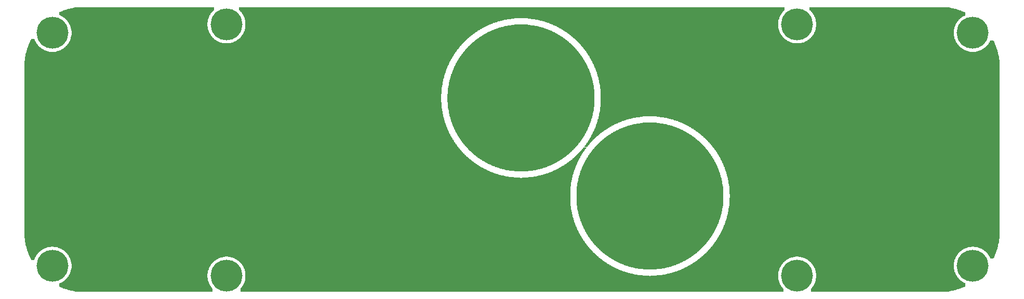
<source format=gbl>
G04 MADE WITH FRITZING*
G04 WWW.FRITZING.ORG*
G04 DOUBLE SIDED*
G04 HOLES PLATED*
G04 CONTOUR ON CENTER OF CONTOUR VECTOR*
%FSLAX26Y26*%
%MOIN*%
%ADD10C,0.075000*%
%ADD11C,0.204725*%
%ADD12C,0.000100*%
%G04COPPER0*%
%FSLAX26Y26*%
%MOIN*%
D10*
X3073280Y1676605D03*
X379393Y1799367D03*
X3900640Y1046605D03*
D11*
X1336590Y1758853D03*
X1336590Y144680D03*
X4998010Y144680D03*
X4998010Y1758853D03*
X6125120Y1704602D03*
X6125120Y208550D03*
X219617Y208550D03*
X219617Y1704609D03*
D12*
G36*
X1326000Y1801450D02*
X1326000Y1799450D01*
X1320000Y1799450D01*
X1320000Y1797450D01*
X1316000Y1797450D01*
X1316000Y1795450D01*
X1312000Y1795450D01*
X1312000Y1793450D01*
X1310000Y1793450D01*
X1310000Y1791450D01*
X1308000Y1791450D01*
X1308000Y1789450D01*
X1306000Y1789450D01*
X1306000Y1787450D01*
X1304000Y1787450D01*
X1304000Y1785450D01*
X1302000Y1785450D01*
X1302000Y1783450D01*
X1300000Y1783450D01*
X1300000Y1779450D01*
X1298000Y1779450D01*
X1298000Y1775450D01*
X1296000Y1775450D01*
X1296000Y1769450D01*
X1294000Y1769450D01*
X1294000Y1747450D01*
X1296000Y1747450D01*
X1296000Y1741450D01*
X1298000Y1741450D01*
X1298000Y1737450D01*
X1300000Y1737450D01*
X1300000Y1735450D01*
X1302000Y1735450D01*
X1302000Y1731450D01*
X1304000Y1731450D01*
X1304000Y1729450D01*
X1306000Y1729450D01*
X1306000Y1727450D01*
X1308000Y1727450D01*
X1308000Y1725450D01*
X1310000Y1725450D01*
X1310000Y1723450D01*
X1314000Y1723450D01*
X1314000Y1721450D01*
X1318000Y1721450D01*
X1318000Y1719450D01*
X1322000Y1719450D01*
X1322000Y1717450D01*
X1352000Y1717450D01*
X1352000Y1719450D01*
X1356000Y1719450D01*
X1356000Y1721450D01*
X1360000Y1721450D01*
X1360000Y1723450D01*
X1362000Y1723450D01*
X1362000Y1725450D01*
X1364000Y1725450D01*
X1364000Y1727450D01*
X1366000Y1727450D01*
X1366000Y1729450D01*
X1368000Y1729450D01*
X1368000Y1731450D01*
X1370000Y1731450D01*
X1370000Y1733450D01*
X1372000Y1733450D01*
X1372000Y1735450D01*
X1374000Y1735450D01*
X1374000Y1739450D01*
X1376000Y1739450D01*
X1376000Y1743450D01*
X1378000Y1743450D01*
X1378000Y1773450D01*
X1376000Y1773450D01*
X1376000Y1777450D01*
X1374000Y1777450D01*
X1374000Y1781450D01*
X1372000Y1781450D01*
X1372000Y1785450D01*
X1370000Y1785450D01*
X1370000Y1787450D01*
X1368000Y1787450D01*
X1368000Y1789450D01*
X1366000Y1789450D01*
X1366000Y1791450D01*
X1364000Y1791450D01*
X1364000Y1793450D01*
X1360000Y1793450D01*
X1360000Y1795450D01*
X1358000Y1795450D01*
X1358000Y1797450D01*
X1354000Y1797450D01*
X1354000Y1799450D01*
X1348000Y1799450D01*
X1348000Y1801450D01*
X1326000Y1801450D01*
G37*
D02*
G36*
X4988000Y1801450D02*
X4988000Y1799450D01*
X4982000Y1799450D01*
X4982000Y1797450D01*
X4978000Y1797450D01*
X4978000Y1795450D01*
X4974000Y1795450D01*
X4974000Y1793450D01*
X4972000Y1793450D01*
X4972000Y1791450D01*
X4970000Y1791450D01*
X4970000Y1789450D01*
X4966000Y1789450D01*
X4966000Y1785450D01*
X4964000Y1785450D01*
X4964000Y1783450D01*
X4962000Y1783450D01*
X4962000Y1781450D01*
X4960000Y1781450D01*
X4960000Y1777450D01*
X4958000Y1777450D01*
X4958000Y1771450D01*
X4956000Y1771450D01*
X4956000Y1745450D01*
X4958000Y1745450D01*
X4958000Y1741450D01*
X4960000Y1741450D01*
X4960000Y1737450D01*
X4962000Y1737450D01*
X4962000Y1733450D01*
X4964000Y1733450D01*
X4964000Y1731450D01*
X4966000Y1731450D01*
X4966000Y1729450D01*
X4968000Y1729450D01*
X4968000Y1727450D01*
X4970000Y1727450D01*
X4970000Y1725450D01*
X4972000Y1725450D01*
X4972000Y1723450D01*
X4976000Y1723450D01*
X4976000Y1721450D01*
X4978000Y1721450D01*
X4978000Y1719450D01*
X4984000Y1719450D01*
X4984000Y1717450D01*
X5012000Y1717450D01*
X5012000Y1719450D01*
X5018000Y1719450D01*
X5018000Y1721450D01*
X5022000Y1721450D01*
X5022000Y1723450D01*
X5024000Y1723450D01*
X5024000Y1725450D01*
X5026000Y1725450D01*
X5026000Y1727450D01*
X5028000Y1727450D01*
X5028000Y1729450D01*
X5030000Y1729450D01*
X5030000Y1731450D01*
X5032000Y1731450D01*
X5032000Y1733450D01*
X5034000Y1733450D01*
X5034000Y1737450D01*
X5036000Y1737450D01*
X5036000Y1741450D01*
X5038000Y1741450D01*
X5038000Y1745450D01*
X5040000Y1745450D01*
X5040000Y1771450D01*
X5038000Y1771450D01*
X5038000Y1777450D01*
X5036000Y1777450D01*
X5036000Y1781450D01*
X5034000Y1781450D01*
X5034000Y1783450D01*
X5032000Y1783450D01*
X5032000Y1785450D01*
X5030000Y1785450D01*
X5030000Y1789450D01*
X5028000Y1789450D01*
X5028000Y1791450D01*
X5024000Y1791450D01*
X5024000Y1793450D01*
X5022000Y1793450D01*
X5022000Y1795450D01*
X5018000Y1795450D01*
X5018000Y1797450D01*
X5014000Y1797450D01*
X5014000Y1799450D01*
X5008000Y1799450D01*
X5008000Y1801450D01*
X4988000Y1801450D01*
G37*
D02*
G36*
X3182000Y1757450D02*
X3182000Y1755450D01*
X3164000Y1755450D01*
X3164000Y1753450D01*
X3150000Y1753450D01*
X3150000Y1751450D01*
X3140000Y1751450D01*
X3140000Y1749450D01*
X3128000Y1749450D01*
X3128000Y1747450D01*
X3120000Y1747450D01*
X3120000Y1745450D01*
X3112000Y1745450D01*
X3112000Y1743450D01*
X3104000Y1743450D01*
X3104000Y1741450D01*
X3096000Y1741450D01*
X3096000Y1739450D01*
X3090000Y1739450D01*
X3090000Y1737450D01*
X3084000Y1737450D01*
X3084000Y1735450D01*
X3078000Y1735450D01*
X3078000Y1733450D01*
X3072000Y1733450D01*
X3072000Y1731450D01*
X3066000Y1731450D01*
X3066000Y1729450D01*
X3060000Y1729450D01*
X3060000Y1727450D01*
X3056000Y1727450D01*
X3056000Y1725450D01*
X3050000Y1725450D01*
X3050000Y1723450D01*
X3046000Y1723450D01*
X3046000Y1721450D01*
X3040000Y1721450D01*
X3040000Y1719450D01*
X3036000Y1719450D01*
X3036000Y1717450D01*
X3032000Y1717450D01*
X3032000Y1715450D01*
X3028000Y1715450D01*
X3028000Y1713450D01*
X3022000Y1713450D01*
X3022000Y1711450D01*
X3018000Y1711450D01*
X3018000Y1709450D01*
X3014000Y1709450D01*
X3014000Y1707450D01*
X3010000Y1707450D01*
X3010000Y1705450D01*
X3006000Y1705450D01*
X3006000Y1703450D01*
X3002000Y1703450D01*
X3002000Y1701450D01*
X3000000Y1701450D01*
X3000000Y1699450D01*
X2996000Y1699450D01*
X2996000Y1697450D01*
X2992000Y1697450D01*
X2992000Y1695450D01*
X2988000Y1695450D01*
X2988000Y1693450D01*
X2986000Y1693450D01*
X2986000Y1691450D01*
X2982000Y1691450D01*
X2982000Y1689450D01*
X2978000Y1689450D01*
X2978000Y1687450D01*
X2976000Y1687450D01*
X2976000Y1685450D01*
X2972000Y1685450D01*
X2972000Y1683450D01*
X2970000Y1683450D01*
X2970000Y1681450D01*
X2966000Y1681450D01*
X2966000Y1679450D01*
X2964000Y1679450D01*
X2964000Y1677450D01*
X2960000Y1677450D01*
X2960000Y1675450D01*
X2958000Y1675450D01*
X2958000Y1673450D01*
X2954000Y1673450D01*
X2954000Y1671450D01*
X2952000Y1671450D01*
X2952000Y1669450D01*
X2948000Y1669450D01*
X2948000Y1667450D01*
X2946000Y1667450D01*
X2946000Y1665450D01*
X2944000Y1665450D01*
X2944000Y1663450D01*
X2940000Y1663450D01*
X2940000Y1661450D01*
X2938000Y1661450D01*
X2938000Y1659450D01*
X2936000Y1659450D01*
X2936000Y1657450D01*
X2934000Y1657450D01*
X2934000Y1655450D01*
X2930000Y1655450D01*
X2930000Y1653450D01*
X2928000Y1653450D01*
X2928000Y1651450D01*
X2926000Y1651450D01*
X2926000Y1649450D01*
X2924000Y1649450D01*
X2924000Y1647450D01*
X2922000Y1647450D01*
X2922000Y1645450D01*
X2918000Y1645450D01*
X2918000Y1643450D01*
X2916000Y1643450D01*
X2916000Y1641450D01*
X2914000Y1641450D01*
X2914000Y1639450D01*
X2912000Y1639450D01*
X2912000Y1637450D01*
X2910000Y1637450D01*
X2910000Y1635450D01*
X2908000Y1635450D01*
X2908000Y1633450D01*
X2906000Y1633450D01*
X2906000Y1631450D01*
X2904000Y1631450D01*
X2904000Y1629450D01*
X2902000Y1629450D01*
X2902000Y1627450D01*
X2900000Y1627450D01*
X2900000Y1625450D01*
X2896000Y1625450D01*
X2896000Y1623450D01*
X2894000Y1623450D01*
X2894000Y1621450D01*
X2892000Y1621450D01*
X2892000Y1619450D01*
X2890000Y1619450D01*
X2890000Y1617450D01*
X2888000Y1617450D01*
X2888000Y1615450D01*
X2886000Y1615450D01*
X2886000Y1611450D01*
X2884000Y1611450D01*
X2884000Y1609450D01*
X2882000Y1609450D01*
X2882000Y1607450D01*
X2880000Y1607450D01*
X2880000Y1605450D01*
X2878000Y1605450D01*
X2878000Y1603450D01*
X2876000Y1603450D01*
X2876000Y1601450D01*
X2874000Y1601450D01*
X2874000Y1599450D01*
X2872000Y1599450D01*
X2872000Y1597450D01*
X2870000Y1597450D01*
X2870000Y1595450D01*
X2868000Y1595450D01*
X2868000Y1593450D01*
X2866000Y1593450D01*
X2866000Y1589450D01*
X2864000Y1589450D01*
X2864000Y1587450D01*
X2862000Y1587450D01*
X2862000Y1585450D01*
X2860000Y1585450D01*
X2860000Y1583450D01*
X2858000Y1583450D01*
X2858000Y1579450D01*
X2856000Y1579450D01*
X2856000Y1577450D01*
X2854000Y1577450D01*
X2854000Y1575450D01*
X2852000Y1575450D01*
X2852000Y1573450D01*
X2850000Y1573450D01*
X2850000Y1569450D01*
X2848000Y1569450D01*
X2848000Y1567450D01*
X2846000Y1567450D01*
X2846000Y1565450D01*
X2844000Y1565450D01*
X2844000Y1561450D01*
X2842000Y1561450D01*
X2842000Y1559450D01*
X2840000Y1559450D01*
X2840000Y1555450D01*
X2838000Y1555450D01*
X2838000Y1553450D01*
X2836000Y1553450D01*
X2836000Y1551450D01*
X2834000Y1551450D01*
X2834000Y1547450D01*
X2832000Y1547450D01*
X2832000Y1545450D01*
X2830000Y1545450D01*
X2830000Y1541450D01*
X2828000Y1541450D01*
X2828000Y1537450D01*
X2826000Y1537450D01*
X2826000Y1535450D01*
X2824000Y1535450D01*
X2824000Y1531450D01*
X2822000Y1531450D01*
X2822000Y1529450D01*
X2820000Y1529450D01*
X2820000Y1525450D01*
X2818000Y1525450D01*
X2818000Y1521450D01*
X2816000Y1521450D01*
X2816000Y1517450D01*
X2814000Y1517450D01*
X2814000Y1515450D01*
X2812000Y1515450D01*
X2812000Y1511450D01*
X2810000Y1511450D01*
X2810000Y1507450D01*
X2808000Y1507450D01*
X2808000Y1503450D01*
X2806000Y1503450D01*
X2806000Y1499450D01*
X2804000Y1499450D01*
X2804000Y1495450D01*
X2802000Y1495450D01*
X2802000Y1491450D01*
X2800000Y1491450D01*
X2800000Y1487450D01*
X2798000Y1487450D01*
X2798000Y1483450D01*
X2796000Y1483450D01*
X2796000Y1477450D01*
X2794000Y1477450D01*
X2794000Y1473450D01*
X2792000Y1473450D01*
X2792000Y1469450D01*
X2790000Y1469450D01*
X2790000Y1463450D01*
X2788000Y1463450D01*
X2788000Y1459450D01*
X2786000Y1459450D01*
X2786000Y1453450D01*
X2784000Y1453450D01*
X2784000Y1449450D01*
X2782000Y1449450D01*
X2782000Y1443450D01*
X2780000Y1443450D01*
X2780000Y1437450D01*
X2778000Y1437450D01*
X2778000Y1431450D01*
X2776000Y1431450D01*
X2776000Y1425450D01*
X2774000Y1425450D01*
X2774000Y1417450D01*
X2772000Y1417450D01*
X2772000Y1411450D01*
X2770000Y1411450D01*
X2770000Y1403450D01*
X2768000Y1403450D01*
X2768000Y1395450D01*
X2766000Y1395450D01*
X2766000Y1387450D01*
X2764000Y1387450D01*
X2764000Y1377450D01*
X2762000Y1377450D01*
X2762000Y1365450D01*
X2760000Y1365450D01*
X2760000Y1353450D01*
X2758000Y1353450D01*
X2758000Y1337450D01*
X2756000Y1337450D01*
X2756000Y1313450D01*
X2754000Y1313450D01*
X2754000Y1259450D01*
X2756000Y1259450D01*
X2756000Y1235450D01*
X2758000Y1235450D01*
X2758000Y1219450D01*
X2760000Y1219450D01*
X2760000Y1207450D01*
X2762000Y1207450D01*
X2762000Y1195450D01*
X2764000Y1195450D01*
X2764000Y1185450D01*
X2766000Y1185450D01*
X2766000Y1177450D01*
X2768000Y1177450D01*
X2768000Y1169450D01*
X2770000Y1169450D01*
X2770000Y1161450D01*
X2772000Y1161450D01*
X2772000Y1153450D01*
X2774000Y1153450D01*
X2774000Y1147450D01*
X2776000Y1147450D01*
X2776000Y1141450D01*
X2778000Y1141450D01*
X2778000Y1135450D01*
X2780000Y1135450D01*
X2780000Y1129450D01*
X2782000Y1129450D01*
X2782000Y1123450D01*
X2784000Y1123450D01*
X2784000Y1119450D01*
X2786000Y1119450D01*
X2786000Y1113450D01*
X2788000Y1113450D01*
X2788000Y1109450D01*
X2790000Y1109450D01*
X2790000Y1103450D01*
X2792000Y1103450D01*
X2792000Y1099450D01*
X2794000Y1099450D01*
X2794000Y1095450D01*
X2796000Y1095450D01*
X2796000Y1089450D01*
X2798000Y1089450D01*
X2798000Y1085450D01*
X2800000Y1085450D01*
X2800000Y1081450D01*
X2802000Y1081450D01*
X2802000Y1077450D01*
X2804000Y1077450D01*
X2804000Y1073450D01*
X2806000Y1073450D01*
X2806000Y1069450D01*
X2808000Y1069450D01*
X2808000Y1065450D01*
X2810000Y1065450D01*
X2810000Y1061450D01*
X2812000Y1061450D01*
X2812000Y1057450D01*
X2814000Y1057450D01*
X2814000Y1055450D01*
X2816000Y1055450D01*
X2816000Y1051450D01*
X2818000Y1051450D01*
X2818000Y1047450D01*
X2820000Y1047450D01*
X2820000Y1043450D01*
X2822000Y1043450D01*
X2822000Y1041450D01*
X2824000Y1041450D01*
X2824000Y1037450D01*
X2826000Y1037450D01*
X2826000Y1035450D01*
X2828000Y1035450D01*
X2828000Y1031450D01*
X2830000Y1031450D01*
X2830000Y1027450D01*
X2832000Y1027450D01*
X2832000Y1025450D01*
X2834000Y1025450D01*
X2834000Y1021450D01*
X2836000Y1021450D01*
X2836000Y1019450D01*
X2838000Y1019450D01*
X2838000Y1017450D01*
X2840000Y1017450D01*
X2840000Y1013450D01*
X2842000Y1013450D01*
X2842000Y1011450D01*
X2844000Y1011450D01*
X2844000Y1007450D01*
X2846000Y1007450D01*
X2846000Y1005450D01*
X2848000Y1005450D01*
X2848000Y1003450D01*
X2850000Y1003450D01*
X2850000Y999450D01*
X2852000Y999450D01*
X2852000Y997450D01*
X2854000Y997450D01*
X2854000Y995450D01*
X2856000Y995450D01*
X2856000Y991450D01*
X2858000Y991450D01*
X2858000Y989450D01*
X2860000Y989450D01*
X2860000Y987450D01*
X2862000Y987450D01*
X2862000Y985450D01*
X2864000Y985450D01*
X2864000Y983450D01*
X2866000Y983450D01*
X2866000Y979450D01*
X2868000Y979450D01*
X2868000Y977450D01*
X2870000Y977450D01*
X2870000Y975450D01*
X2872000Y975450D01*
X2872000Y973450D01*
X2874000Y973450D01*
X2874000Y971450D01*
X2876000Y971450D01*
X2876000Y969450D01*
X2878000Y969450D01*
X2878000Y967450D01*
X2880000Y967450D01*
X2880000Y965450D01*
X2882000Y965450D01*
X2882000Y963450D01*
X2884000Y963450D01*
X2884000Y961450D01*
X2886000Y961450D01*
X2886000Y957450D01*
X2888000Y957450D01*
X2888000Y955450D01*
X2890000Y955450D01*
X2890000Y953450D01*
X2892000Y953450D01*
X2892000Y951450D01*
X2894000Y951450D01*
X2894000Y949450D01*
X2896000Y949450D01*
X2896000Y947450D01*
X2898000Y947450D01*
X2898000Y945450D01*
X2902000Y945450D01*
X2902000Y943450D01*
X2904000Y943450D01*
X2904000Y941450D01*
X2906000Y941450D01*
X2906000Y939450D01*
X2908000Y939450D01*
X2908000Y937450D01*
X2910000Y937450D01*
X2910000Y935450D01*
X2912000Y935450D01*
X2912000Y933450D01*
X2914000Y933450D01*
X2914000Y931450D01*
X2916000Y931450D01*
X2916000Y929450D01*
X2918000Y929450D01*
X2918000Y927450D01*
X2920000Y927450D01*
X2920000Y925450D01*
X2924000Y925450D01*
X2924000Y923450D01*
X2926000Y923450D01*
X2926000Y921450D01*
X2928000Y921450D01*
X2928000Y919450D01*
X2930000Y919450D01*
X2930000Y917450D01*
X2934000Y917450D01*
X2934000Y915450D01*
X2936000Y915450D01*
X2936000Y913450D01*
X2938000Y913450D01*
X2938000Y911450D01*
X2940000Y911450D01*
X2940000Y909450D01*
X2944000Y909450D01*
X2944000Y907450D01*
X2946000Y907450D01*
X2946000Y905450D01*
X2948000Y905450D01*
X2948000Y903450D01*
X2952000Y903450D01*
X2952000Y901450D01*
X2954000Y901450D01*
X2954000Y899450D01*
X2958000Y899450D01*
X2958000Y897450D01*
X2960000Y897450D01*
X2960000Y895450D01*
X2962000Y895450D01*
X2962000Y893450D01*
X2966000Y893450D01*
X2966000Y891450D01*
X2970000Y891450D01*
X2970000Y889450D01*
X2972000Y889450D01*
X2972000Y887450D01*
X2976000Y887450D01*
X2976000Y885450D01*
X2978000Y885450D01*
X2978000Y883450D01*
X2982000Y883450D01*
X2982000Y881450D01*
X2986000Y881450D01*
X2986000Y879450D01*
X2988000Y879450D01*
X2988000Y877450D01*
X2992000Y877450D01*
X2992000Y875450D01*
X2996000Y875450D01*
X2996000Y873450D01*
X3000000Y873450D01*
X3000000Y871450D01*
X3002000Y871450D01*
X3002000Y869450D01*
X3006000Y869450D01*
X3006000Y867450D01*
X3010000Y867450D01*
X3010000Y865450D01*
X3014000Y865450D01*
X3014000Y863450D01*
X3018000Y863450D01*
X3018000Y861450D01*
X3022000Y861450D01*
X3022000Y859450D01*
X3026000Y859450D01*
X3026000Y857450D01*
X3032000Y857450D01*
X3032000Y855450D01*
X3036000Y855450D01*
X3036000Y853450D01*
X3040000Y853450D01*
X3040000Y851450D01*
X3044000Y851450D01*
X3044000Y849450D01*
X3050000Y849450D01*
X3050000Y847450D01*
X3056000Y847450D01*
X3056000Y845450D01*
X3060000Y845450D01*
X3060000Y843450D01*
X3066000Y843450D01*
X3066000Y841450D01*
X3072000Y841450D01*
X3072000Y839450D01*
X3078000Y839450D01*
X3078000Y837450D01*
X3084000Y837450D01*
X3084000Y835450D01*
X3090000Y835450D01*
X3090000Y833450D01*
X3096000Y833450D01*
X3096000Y831450D01*
X3104000Y831450D01*
X3104000Y829450D01*
X3110000Y829450D01*
X3110000Y827450D01*
X3120000Y827450D01*
X3120000Y825450D01*
X3128000Y825450D01*
X3128000Y823450D01*
X3138000Y823450D01*
X3138000Y821450D01*
X3150000Y821450D01*
X3150000Y819450D01*
X3164000Y819450D01*
X3164000Y817450D01*
X3182000Y817450D01*
X3182000Y815450D01*
X3272000Y815450D01*
X3272000Y817450D01*
X3288000Y817450D01*
X3288000Y819450D01*
X3302000Y819450D01*
X3302000Y821450D01*
X3314000Y821450D01*
X3314000Y823450D01*
X3324000Y823450D01*
X3324000Y825450D01*
X3334000Y825450D01*
X3334000Y827450D01*
X3342000Y827450D01*
X3342000Y829450D01*
X3350000Y829450D01*
X3350000Y831450D01*
X3356000Y831450D01*
X3356000Y833450D01*
X3364000Y833450D01*
X3364000Y835450D01*
X3370000Y835450D01*
X3370000Y837450D01*
X3376000Y837450D01*
X3376000Y839450D01*
X3382000Y839450D01*
X3382000Y841450D01*
X3388000Y841450D01*
X3388000Y843450D01*
X3392000Y843450D01*
X3392000Y845450D01*
X3398000Y845450D01*
X3398000Y847450D01*
X3402000Y847450D01*
X3402000Y849450D01*
X3408000Y849450D01*
X3408000Y851450D01*
X3412000Y851450D01*
X3412000Y853450D01*
X3416000Y853450D01*
X3416000Y855450D01*
X3422000Y855450D01*
X3422000Y857450D01*
X3426000Y857450D01*
X3426000Y859450D01*
X3430000Y859450D01*
X3430000Y861450D01*
X3434000Y861450D01*
X3434000Y863450D01*
X3438000Y863450D01*
X3438000Y865450D01*
X3442000Y865450D01*
X3442000Y867450D01*
X3446000Y867450D01*
X3446000Y869450D01*
X3450000Y869450D01*
X3450000Y871450D01*
X3454000Y871450D01*
X3454000Y873450D01*
X3458000Y873450D01*
X3458000Y875450D01*
X3460000Y875450D01*
X3460000Y877450D01*
X3464000Y877450D01*
X3464000Y879450D01*
X3468000Y879450D01*
X3468000Y881450D01*
X3472000Y881450D01*
X3472000Y883450D01*
X3474000Y883450D01*
X3474000Y885450D01*
X3478000Y885450D01*
X3478000Y887450D01*
X3480000Y887450D01*
X3480000Y889450D01*
X3484000Y889450D01*
X3484000Y891450D01*
X3486000Y891450D01*
X3486000Y893450D01*
X3490000Y893450D01*
X3490000Y895450D01*
X3492000Y895450D01*
X3492000Y897450D01*
X3496000Y897450D01*
X3496000Y899450D01*
X3498000Y899450D01*
X3498000Y901450D01*
X3502000Y901450D01*
X3502000Y903450D01*
X3504000Y903450D01*
X3504000Y905450D01*
X3506000Y905450D01*
X3506000Y907450D01*
X3510000Y907450D01*
X3510000Y909450D01*
X3512000Y909450D01*
X3512000Y911450D01*
X3514000Y911450D01*
X3514000Y913450D01*
X3518000Y913450D01*
X3518000Y915450D01*
X3520000Y915450D01*
X3520000Y917450D01*
X3522000Y917450D01*
X3522000Y919450D01*
X3524000Y919450D01*
X3524000Y921450D01*
X3528000Y921450D01*
X3528000Y923450D01*
X3530000Y923450D01*
X3530000Y925450D01*
X3532000Y925450D01*
X3532000Y927450D01*
X3534000Y927450D01*
X3534000Y929450D01*
X3536000Y929450D01*
X3536000Y931450D01*
X3538000Y931450D01*
X3538000Y933450D01*
X3540000Y933450D01*
X3540000Y935450D01*
X3544000Y935450D01*
X3544000Y937450D01*
X3546000Y937450D01*
X3546000Y939450D01*
X3548000Y939450D01*
X3548000Y941450D01*
X3550000Y941450D01*
X3550000Y943450D01*
X3552000Y943450D01*
X3552000Y945450D01*
X3554000Y945450D01*
X3554000Y947450D01*
X3556000Y947450D01*
X3556000Y949450D01*
X3558000Y949450D01*
X3558000Y951450D01*
X3560000Y951450D01*
X3560000Y953450D01*
X3562000Y953450D01*
X3562000Y955450D01*
X3564000Y955450D01*
X3564000Y957450D01*
X3566000Y957450D01*
X3566000Y959450D01*
X3568000Y959450D01*
X3568000Y961450D01*
X3570000Y961450D01*
X3570000Y963450D01*
X3572000Y963450D01*
X3572000Y965450D01*
X3574000Y965450D01*
X3574000Y967450D01*
X3576000Y967450D01*
X3576000Y969450D01*
X3578000Y969450D01*
X3578000Y973450D01*
X3580000Y973450D01*
X3580000Y975450D01*
X3582000Y975450D01*
X3582000Y977450D01*
X3584000Y977450D01*
X3584000Y979450D01*
X3586000Y979450D01*
X3586000Y981450D01*
X3588000Y981450D01*
X3588000Y983450D01*
X3590000Y983450D01*
X3590000Y985450D01*
X3592000Y985450D01*
X3592000Y989450D01*
X3594000Y989450D01*
X3594000Y991450D01*
X3596000Y991450D01*
X3596000Y993450D01*
X3598000Y993450D01*
X3598000Y997450D01*
X3600000Y997450D01*
X3600000Y999450D01*
X3602000Y999450D01*
X3602000Y1001450D01*
X3604000Y1001450D01*
X3604000Y1003450D01*
X3606000Y1003450D01*
X3606000Y1007450D01*
X3608000Y1007450D01*
X3608000Y1009450D01*
X3610000Y1009450D01*
X3610000Y1013450D01*
X3612000Y1013450D01*
X3612000Y1015450D01*
X3614000Y1015450D01*
X3614000Y1017450D01*
X3616000Y1017450D01*
X3616000Y1021450D01*
X3618000Y1021450D01*
X3618000Y1023450D01*
X3620000Y1023450D01*
X3620000Y1027450D01*
X3622000Y1027450D01*
X3622000Y1029450D01*
X3624000Y1029450D01*
X3624000Y1033450D01*
X3626000Y1033450D01*
X3626000Y1037450D01*
X3628000Y1037450D01*
X3628000Y1039450D01*
X3630000Y1039450D01*
X3630000Y1043450D01*
X3632000Y1043450D01*
X3632000Y1047450D01*
X3634000Y1047450D01*
X3634000Y1049450D01*
X3636000Y1049450D01*
X3636000Y1053450D01*
X3638000Y1053450D01*
X3638000Y1057450D01*
X3640000Y1057450D01*
X3640000Y1059450D01*
X3642000Y1059450D01*
X3642000Y1063450D01*
X3644000Y1063450D01*
X3644000Y1067450D01*
X3646000Y1067450D01*
X3646000Y1071450D01*
X3648000Y1071450D01*
X3648000Y1075450D01*
X3650000Y1075450D01*
X3650000Y1079450D01*
X3652000Y1079450D01*
X3652000Y1083450D01*
X3654000Y1083450D01*
X3654000Y1089450D01*
X3656000Y1089450D01*
X3656000Y1093450D01*
X3658000Y1093450D01*
X3658000Y1097450D01*
X3660000Y1097450D01*
X3660000Y1101450D01*
X3662000Y1101450D01*
X3662000Y1107450D01*
X3664000Y1107450D01*
X3664000Y1111450D01*
X3666000Y1111450D01*
X3666000Y1117450D01*
X3668000Y1117450D01*
X3668000Y1121450D01*
X3670000Y1121450D01*
X3670000Y1127450D01*
X3672000Y1127450D01*
X3672000Y1133450D01*
X3674000Y1133450D01*
X3674000Y1139450D01*
X3676000Y1139450D01*
X3676000Y1145450D01*
X3678000Y1145450D01*
X3678000Y1151450D01*
X3680000Y1151450D01*
X3680000Y1159450D01*
X3682000Y1159450D01*
X3682000Y1165450D01*
X3684000Y1165450D01*
X3684000Y1173450D01*
X3686000Y1173450D01*
X3686000Y1183450D01*
X3688000Y1183450D01*
X3688000Y1191450D01*
X3690000Y1191450D01*
X3690000Y1203450D01*
X3692000Y1203450D01*
X3692000Y1213450D01*
X3694000Y1213450D01*
X3694000Y1229450D01*
X3696000Y1229450D01*
X3696000Y1249450D01*
X3698000Y1249450D01*
X3698000Y1323450D01*
X3696000Y1323450D01*
X3696000Y1343450D01*
X3694000Y1343450D01*
X3694000Y1359450D01*
X3692000Y1359450D01*
X3692000Y1369450D01*
X3690000Y1369450D01*
X3690000Y1381450D01*
X3688000Y1381450D01*
X3688000Y1389450D01*
X3686000Y1389450D01*
X3686000Y1399450D01*
X3684000Y1399450D01*
X3684000Y1407450D01*
X3682000Y1407450D01*
X3682000Y1413450D01*
X3680000Y1413450D01*
X3680000Y1421450D01*
X3678000Y1421450D01*
X3678000Y1427450D01*
X3676000Y1427450D01*
X3676000Y1433450D01*
X3674000Y1433450D01*
X3674000Y1439450D01*
X3672000Y1439450D01*
X3672000Y1445450D01*
X3670000Y1445450D01*
X3670000Y1451450D01*
X3668000Y1451450D01*
X3668000Y1455450D01*
X3666000Y1455450D01*
X3666000Y1461450D01*
X3664000Y1461450D01*
X3664000Y1465450D01*
X3662000Y1465450D01*
X3662000Y1471450D01*
X3660000Y1471450D01*
X3660000Y1475450D01*
X3658000Y1475450D01*
X3658000Y1479450D01*
X3656000Y1479450D01*
X3656000Y1483450D01*
X3654000Y1483450D01*
X3654000Y1489450D01*
X3652000Y1489450D01*
X3652000Y1493450D01*
X3650000Y1493450D01*
X3650000Y1497450D01*
X3648000Y1497450D01*
X3648000Y1501450D01*
X3646000Y1501450D01*
X3646000Y1505450D01*
X3644000Y1505450D01*
X3644000Y1509450D01*
X3642000Y1509450D01*
X3642000Y1511450D01*
X3640000Y1511450D01*
X3640000Y1515450D01*
X3638000Y1515450D01*
X3638000Y1519450D01*
X3636000Y1519450D01*
X3636000Y1523450D01*
X3634000Y1523450D01*
X3634000Y1525450D01*
X3632000Y1525450D01*
X3632000Y1529450D01*
X3630000Y1529450D01*
X3630000Y1533450D01*
X3628000Y1533450D01*
X3628000Y1535450D01*
X3626000Y1535450D01*
X3626000Y1539450D01*
X3624000Y1539450D01*
X3624000Y1543450D01*
X3622000Y1543450D01*
X3622000Y1545450D01*
X3620000Y1545450D01*
X3620000Y1549450D01*
X3618000Y1549450D01*
X3618000Y1551450D01*
X3616000Y1551450D01*
X3616000Y1555450D01*
X3614000Y1555450D01*
X3614000Y1557450D01*
X3612000Y1557450D01*
X3612000Y1559450D01*
X3610000Y1559450D01*
X3610000Y1563450D01*
X3608000Y1563450D01*
X3608000Y1565450D01*
X3606000Y1565450D01*
X3606000Y1569450D01*
X3604000Y1569450D01*
X3604000Y1571450D01*
X3602000Y1571450D01*
X3602000Y1573450D01*
X3600000Y1573450D01*
X3600000Y1575450D01*
X3598000Y1575450D01*
X3598000Y1579450D01*
X3596000Y1579450D01*
X3596000Y1581450D01*
X3594000Y1581450D01*
X3594000Y1583450D01*
X3592000Y1583450D01*
X3592000Y1585450D01*
X3590000Y1585450D01*
X3590000Y1589450D01*
X3588000Y1589450D01*
X3588000Y1591450D01*
X3586000Y1591450D01*
X3586000Y1593450D01*
X3584000Y1593450D01*
X3584000Y1595450D01*
X3582000Y1595450D01*
X3582000Y1597450D01*
X3580000Y1597450D01*
X3580000Y1599450D01*
X3578000Y1599450D01*
X3578000Y1603450D01*
X3576000Y1603450D01*
X3576000Y1605450D01*
X3574000Y1605450D01*
X3574000Y1607450D01*
X3572000Y1607450D01*
X3572000Y1609450D01*
X3570000Y1609450D01*
X3570000Y1611450D01*
X3568000Y1611450D01*
X3568000Y1613450D01*
X3566000Y1613450D01*
X3566000Y1615450D01*
X3564000Y1615450D01*
X3564000Y1617450D01*
X3562000Y1617450D01*
X3562000Y1619450D01*
X3560000Y1619450D01*
X3560000Y1621450D01*
X3558000Y1621450D01*
X3558000Y1623450D01*
X3556000Y1623450D01*
X3556000Y1625450D01*
X3554000Y1625450D01*
X3554000Y1627450D01*
X3552000Y1627450D01*
X3552000Y1629450D01*
X3550000Y1629450D01*
X3550000Y1631450D01*
X3548000Y1631450D01*
X3548000Y1633450D01*
X3546000Y1633450D01*
X3546000Y1635450D01*
X3544000Y1635450D01*
X3544000Y1637450D01*
X3540000Y1637450D01*
X3540000Y1639450D01*
X3538000Y1639450D01*
X3538000Y1641450D01*
X3536000Y1641450D01*
X3536000Y1643450D01*
X3534000Y1643450D01*
X3534000Y1645450D01*
X3532000Y1645450D01*
X3532000Y1647450D01*
X3530000Y1647450D01*
X3530000Y1649450D01*
X3528000Y1649450D01*
X3528000Y1651450D01*
X3524000Y1651450D01*
X3524000Y1653450D01*
X3522000Y1653450D01*
X3522000Y1655450D01*
X3520000Y1655450D01*
X3520000Y1657450D01*
X3516000Y1657450D01*
X3516000Y1659450D01*
X3514000Y1659450D01*
X3514000Y1661450D01*
X3512000Y1661450D01*
X3512000Y1663450D01*
X3510000Y1663450D01*
X3510000Y1665450D01*
X3506000Y1665450D01*
X3506000Y1667450D01*
X3504000Y1667450D01*
X3504000Y1669450D01*
X3500000Y1669450D01*
X3500000Y1671450D01*
X3498000Y1671450D01*
X3498000Y1673450D01*
X3496000Y1673450D01*
X3496000Y1675450D01*
X3492000Y1675450D01*
X3492000Y1677450D01*
X3490000Y1677450D01*
X3490000Y1679450D01*
X3486000Y1679450D01*
X3486000Y1681450D01*
X3484000Y1681450D01*
X3484000Y1683450D01*
X3480000Y1683450D01*
X3480000Y1685450D01*
X3478000Y1685450D01*
X3478000Y1687450D01*
X3474000Y1687450D01*
X3474000Y1689450D01*
X3470000Y1689450D01*
X3470000Y1691450D01*
X3468000Y1691450D01*
X3468000Y1693450D01*
X3464000Y1693450D01*
X3464000Y1695450D01*
X3460000Y1695450D01*
X3460000Y1697450D01*
X3456000Y1697450D01*
X3456000Y1699450D01*
X3454000Y1699450D01*
X3454000Y1701450D01*
X3450000Y1701450D01*
X3450000Y1703450D01*
X3446000Y1703450D01*
X3446000Y1705450D01*
X3442000Y1705450D01*
X3442000Y1707450D01*
X3438000Y1707450D01*
X3438000Y1709450D01*
X3434000Y1709450D01*
X3434000Y1711450D01*
X3430000Y1711450D01*
X3430000Y1713450D01*
X3426000Y1713450D01*
X3426000Y1715450D01*
X3422000Y1715450D01*
X3422000Y1717450D01*
X3416000Y1717450D01*
X3416000Y1719450D01*
X3412000Y1719450D01*
X3412000Y1721450D01*
X3408000Y1721450D01*
X3408000Y1723450D01*
X3402000Y1723450D01*
X3402000Y1725450D01*
X3398000Y1725450D01*
X3398000Y1727450D01*
X3392000Y1727450D01*
X3392000Y1729450D01*
X3388000Y1729450D01*
X3388000Y1731450D01*
X3382000Y1731450D01*
X3382000Y1733450D01*
X3376000Y1733450D01*
X3376000Y1735450D01*
X3370000Y1735450D01*
X3370000Y1737450D01*
X3362000Y1737450D01*
X3362000Y1739450D01*
X3356000Y1739450D01*
X3356000Y1741450D01*
X3348000Y1741450D01*
X3348000Y1743450D01*
X3342000Y1743450D01*
X3342000Y1745450D01*
X3332000Y1745450D01*
X3332000Y1747450D01*
X3324000Y1747450D01*
X3324000Y1749450D01*
X3314000Y1749450D01*
X3314000Y1751450D01*
X3302000Y1751450D01*
X3302000Y1753450D01*
X3288000Y1753450D01*
X3288000Y1755450D01*
X3270000Y1755450D01*
X3270000Y1757450D01*
X3182000Y1757450D01*
G37*
D02*
G36*
X210000Y1747450D02*
X210000Y1745450D01*
X204000Y1745450D01*
X204000Y1743450D01*
X200000Y1743450D01*
X200000Y1741450D01*
X196000Y1741450D01*
X196000Y1739450D01*
X194000Y1739450D01*
X194000Y1737450D01*
X190000Y1737450D01*
X190000Y1735450D01*
X188000Y1735450D01*
X188000Y1731450D01*
X186000Y1731450D01*
X186000Y1729450D01*
X184000Y1729450D01*
X184000Y1727450D01*
X182000Y1727450D01*
X182000Y1723450D01*
X180000Y1723450D01*
X180000Y1719450D01*
X178000Y1719450D01*
X178000Y1691450D01*
X180000Y1691450D01*
X180000Y1685450D01*
X182000Y1685450D01*
X182000Y1681450D01*
X184000Y1681450D01*
X184000Y1679450D01*
X186000Y1679450D01*
X186000Y1677450D01*
X188000Y1677450D01*
X188000Y1675450D01*
X190000Y1675450D01*
X190000Y1673450D01*
X192000Y1673450D01*
X192000Y1671450D01*
X194000Y1671450D01*
X194000Y1669450D01*
X196000Y1669450D01*
X196000Y1667450D01*
X200000Y1667450D01*
X200000Y1665450D01*
X204000Y1665450D01*
X204000Y1663450D01*
X234000Y1663450D01*
X234000Y1665450D01*
X240000Y1665450D01*
X240000Y1667450D01*
X244000Y1667450D01*
X244000Y1669450D01*
X246000Y1669450D01*
X246000Y1671450D01*
X248000Y1671450D01*
X248000Y1673450D01*
X250000Y1673450D01*
X250000Y1675450D01*
X252000Y1675450D01*
X252000Y1677450D01*
X254000Y1677450D01*
X254000Y1679450D01*
X256000Y1679450D01*
X256000Y1683450D01*
X258000Y1683450D01*
X258000Y1687450D01*
X260000Y1687450D01*
X260000Y1693450D01*
X262000Y1693450D01*
X262000Y1715450D01*
X260000Y1715450D01*
X260000Y1721450D01*
X258000Y1721450D01*
X258000Y1725450D01*
X256000Y1725450D01*
X256000Y1729450D01*
X254000Y1729450D01*
X254000Y1731450D01*
X252000Y1731450D01*
X252000Y1733450D01*
X250000Y1733450D01*
X250000Y1735450D01*
X248000Y1735450D01*
X248000Y1737450D01*
X246000Y1737450D01*
X246000Y1739450D01*
X244000Y1739450D01*
X244000Y1741450D01*
X240000Y1741450D01*
X240000Y1743450D01*
X236000Y1743450D01*
X236000Y1745450D01*
X230000Y1745450D01*
X230000Y1747450D01*
X210000Y1747450D01*
G37*
D02*
G36*
X6110000Y1745450D02*
X6110000Y1743450D01*
X6104000Y1743450D01*
X6104000Y1741450D01*
X6102000Y1741450D01*
X6102000Y1739450D01*
X6098000Y1739450D01*
X6098000Y1737450D01*
X6096000Y1737450D01*
X6096000Y1735450D01*
X6094000Y1735450D01*
X6094000Y1733450D01*
X6092000Y1733450D01*
X6092000Y1731450D01*
X6090000Y1731450D01*
X6090000Y1727450D01*
X6088000Y1727450D01*
X6088000Y1723450D01*
X6086000Y1723450D01*
X6086000Y1719450D01*
X6084000Y1719450D01*
X6084000Y1689450D01*
X6086000Y1689450D01*
X6086000Y1685450D01*
X6088000Y1685450D01*
X6088000Y1681450D01*
X6090000Y1681450D01*
X6090000Y1679450D01*
X6092000Y1679450D01*
X6092000Y1675450D01*
X6094000Y1675450D01*
X6094000Y1673450D01*
X6096000Y1673450D01*
X6096000Y1671450D01*
X6100000Y1671450D01*
X6100000Y1669450D01*
X6102000Y1669450D01*
X6102000Y1667450D01*
X6106000Y1667450D01*
X6106000Y1665450D01*
X6110000Y1665450D01*
X6110000Y1663450D01*
X6140000Y1663450D01*
X6140000Y1665450D01*
X6144000Y1665450D01*
X6144000Y1667450D01*
X6148000Y1667450D01*
X6148000Y1669450D01*
X6152000Y1669450D01*
X6152000Y1671450D01*
X6154000Y1671450D01*
X6154000Y1673450D01*
X6156000Y1673450D01*
X6156000Y1675450D01*
X6158000Y1675450D01*
X6158000Y1677450D01*
X6160000Y1677450D01*
X6160000Y1681450D01*
X6162000Y1681450D01*
X6162000Y1685450D01*
X6164000Y1685450D01*
X6164000Y1689450D01*
X6166000Y1689450D01*
X6166000Y1721450D01*
X6164000Y1721450D01*
X6164000Y1725450D01*
X6162000Y1725450D01*
X6162000Y1729450D01*
X6160000Y1729450D01*
X6160000Y1731450D01*
X6158000Y1731450D01*
X6158000Y1733450D01*
X6156000Y1733450D01*
X6156000Y1735450D01*
X6154000Y1735450D01*
X6154000Y1737450D01*
X6152000Y1737450D01*
X6152000Y1739450D01*
X6150000Y1739450D01*
X6150000Y1741450D01*
X6146000Y1741450D01*
X6146000Y1743450D01*
X6142000Y1743450D01*
X6142000Y1745450D01*
X6110000Y1745450D01*
G37*
D02*
G36*
X376000Y1869450D02*
X376000Y1867450D01*
X360000Y1867450D01*
X360000Y1865450D01*
X350000Y1865450D01*
X350000Y1863450D01*
X340000Y1863450D01*
X340000Y1861450D01*
X332000Y1861450D01*
X332000Y1859450D01*
X324000Y1859450D01*
X324000Y1857450D01*
X318000Y1857450D01*
X318000Y1855450D01*
X310000Y1855450D01*
X310000Y1853450D01*
X304000Y1853450D01*
X304000Y1851450D01*
X298000Y1851450D01*
X298000Y1849450D01*
X292000Y1849450D01*
X292000Y1847450D01*
X288000Y1847450D01*
X288000Y1845450D01*
X282000Y1845450D01*
X282000Y1843450D01*
X278000Y1843450D01*
X278000Y1841450D01*
X272000Y1841450D01*
X272000Y1839450D01*
X268000Y1839450D01*
X268000Y1837450D01*
X264000Y1837450D01*
X264000Y1817450D01*
X270000Y1817450D01*
X270000Y1815450D01*
X274000Y1815450D01*
X274000Y1813450D01*
X278000Y1813450D01*
X278000Y1811450D01*
X280000Y1811450D01*
X280000Y1809450D01*
X284000Y1809450D01*
X284000Y1807450D01*
X288000Y1807450D01*
X288000Y1805450D01*
X290000Y1805450D01*
X290000Y1803450D01*
X292000Y1803450D01*
X292000Y1801450D01*
X296000Y1801450D01*
X296000Y1799450D01*
X298000Y1799450D01*
X298000Y1797450D01*
X300000Y1797450D01*
X300000Y1795450D01*
X302000Y1795450D01*
X302000Y1793450D01*
X304000Y1793450D01*
X304000Y1791450D01*
X306000Y1791450D01*
X306000Y1789450D01*
X308000Y1789450D01*
X308000Y1787450D01*
X310000Y1787450D01*
X310000Y1785450D01*
X312000Y1785450D01*
X312000Y1783450D01*
X314000Y1783450D01*
X314000Y1781450D01*
X316000Y1781450D01*
X316000Y1777450D01*
X318000Y1777450D01*
X318000Y1775450D01*
X320000Y1775450D01*
X320000Y1773450D01*
X322000Y1773450D01*
X322000Y1769450D01*
X324000Y1769450D01*
X324000Y1765450D01*
X326000Y1765450D01*
X326000Y1763450D01*
X328000Y1763450D01*
X328000Y1759450D01*
X330000Y1759450D01*
X330000Y1755450D01*
X332000Y1755450D01*
X332000Y1751450D01*
X334000Y1751450D01*
X334000Y1745450D01*
X336000Y1745450D01*
X336000Y1739450D01*
X338000Y1739450D01*
X338000Y1731450D01*
X340000Y1731450D01*
X340000Y1719450D01*
X342000Y1719450D01*
X342000Y1689450D01*
X340000Y1689450D01*
X340000Y1677450D01*
X338000Y1677450D01*
X338000Y1669450D01*
X336000Y1669450D01*
X336000Y1663450D01*
X334000Y1663450D01*
X334000Y1659450D01*
X332000Y1659450D01*
X332000Y1653450D01*
X330000Y1653450D01*
X330000Y1649450D01*
X328000Y1649450D01*
X328000Y1645450D01*
X326000Y1645450D01*
X326000Y1643450D01*
X324000Y1643450D01*
X324000Y1639450D01*
X322000Y1639450D01*
X322000Y1637450D01*
X1316000Y1637450D01*
X1316000Y1639450D01*
X1306000Y1639450D01*
X1306000Y1641450D01*
X1300000Y1641450D01*
X1300000Y1643450D01*
X1294000Y1643450D01*
X1294000Y1645450D01*
X1288000Y1645450D01*
X1288000Y1647450D01*
X1284000Y1647450D01*
X1284000Y1649450D01*
X1280000Y1649450D01*
X1280000Y1651450D01*
X1276000Y1651450D01*
X1276000Y1653450D01*
X1274000Y1653450D01*
X1274000Y1655450D01*
X1270000Y1655450D01*
X1270000Y1657450D01*
X1268000Y1657450D01*
X1268000Y1659450D01*
X1264000Y1659450D01*
X1264000Y1661450D01*
X1262000Y1661450D01*
X1262000Y1663450D01*
X1258000Y1663450D01*
X1258000Y1665450D01*
X1256000Y1665450D01*
X1256000Y1667450D01*
X1254000Y1667450D01*
X1254000Y1669450D01*
X1252000Y1669450D01*
X1252000Y1671450D01*
X1250000Y1671450D01*
X1250000Y1673450D01*
X1248000Y1673450D01*
X1248000Y1675450D01*
X1246000Y1675450D01*
X1246000Y1677450D01*
X1244000Y1677450D01*
X1244000Y1679450D01*
X1242000Y1679450D01*
X1242000Y1683450D01*
X1240000Y1683450D01*
X1240000Y1685450D01*
X1238000Y1685450D01*
X1238000Y1687450D01*
X1236000Y1687450D01*
X1236000Y1691450D01*
X1234000Y1691450D01*
X1234000Y1693450D01*
X1232000Y1693450D01*
X1232000Y1697450D01*
X1230000Y1697450D01*
X1230000Y1701450D01*
X1228000Y1701450D01*
X1228000Y1705450D01*
X1226000Y1705450D01*
X1226000Y1709450D01*
X1224000Y1709450D01*
X1224000Y1713450D01*
X1222000Y1713450D01*
X1222000Y1719450D01*
X1220000Y1719450D01*
X1220000Y1725450D01*
X1218000Y1725450D01*
X1218000Y1733450D01*
X1216000Y1733450D01*
X1216000Y1745450D01*
X1214000Y1745450D01*
X1214000Y1771450D01*
X1216000Y1771450D01*
X1216000Y1785450D01*
X1218000Y1785450D01*
X1218000Y1791450D01*
X1220000Y1791450D01*
X1220000Y1799450D01*
X1222000Y1799450D01*
X1222000Y1803450D01*
X1224000Y1803450D01*
X1224000Y1809450D01*
X1226000Y1809450D01*
X1226000Y1813450D01*
X1228000Y1813450D01*
X1228000Y1817450D01*
X1230000Y1817450D01*
X1230000Y1819450D01*
X1232000Y1819450D01*
X1232000Y1823450D01*
X1234000Y1823450D01*
X1234000Y1827450D01*
X1236000Y1827450D01*
X1236000Y1829450D01*
X1238000Y1829450D01*
X1238000Y1831450D01*
X1240000Y1831450D01*
X1240000Y1835450D01*
X1242000Y1835450D01*
X1242000Y1837450D01*
X1244000Y1837450D01*
X1244000Y1839450D01*
X1246000Y1839450D01*
X1246000Y1841450D01*
X1248000Y1841450D01*
X1248000Y1843450D01*
X1250000Y1843450D01*
X1250000Y1845450D01*
X1252000Y1845450D01*
X1252000Y1847450D01*
X1254000Y1847450D01*
X1254000Y1849450D01*
X1256000Y1849450D01*
X1256000Y1869450D01*
X376000Y1869450D01*
G37*
D02*
G36*
X1418000Y1869450D02*
X1418000Y1849450D01*
X1420000Y1849450D01*
X1420000Y1847450D01*
X1422000Y1847450D01*
X1422000Y1845450D01*
X1424000Y1845450D01*
X1424000Y1843450D01*
X1426000Y1843450D01*
X1426000Y1841450D01*
X1428000Y1841450D01*
X1428000Y1839450D01*
X1430000Y1839450D01*
X1430000Y1837450D01*
X1432000Y1837450D01*
X1432000Y1833450D01*
X1434000Y1833450D01*
X1434000Y1831450D01*
X1436000Y1831450D01*
X1436000Y1827450D01*
X1438000Y1827450D01*
X1438000Y1825450D01*
X1440000Y1825450D01*
X1440000Y1821450D01*
X1442000Y1821450D01*
X1442000Y1819450D01*
X1444000Y1819450D01*
X1444000Y1815450D01*
X1446000Y1815450D01*
X1446000Y1811450D01*
X1448000Y1811450D01*
X1448000Y1807450D01*
X1450000Y1807450D01*
X1450000Y1801450D01*
X1452000Y1801450D01*
X1452000Y1799450D01*
X3230000Y1799450D01*
X3230000Y1797450D01*
X3270000Y1797450D01*
X3270000Y1795450D01*
X3290000Y1795450D01*
X3290000Y1793450D01*
X3304000Y1793450D01*
X3304000Y1791450D01*
X3316000Y1791450D01*
X3316000Y1789450D01*
X3328000Y1789450D01*
X3328000Y1787450D01*
X3336000Y1787450D01*
X3336000Y1785450D01*
X3346000Y1785450D01*
X3346000Y1783450D01*
X3354000Y1783450D01*
X3354000Y1781450D01*
X3362000Y1781450D01*
X3362000Y1779450D01*
X3368000Y1779450D01*
X3368000Y1777450D01*
X3376000Y1777450D01*
X3376000Y1775450D01*
X3382000Y1775450D01*
X3382000Y1773450D01*
X3388000Y1773450D01*
X3388000Y1771450D01*
X3394000Y1771450D01*
X3394000Y1769450D01*
X3400000Y1769450D01*
X3400000Y1767450D01*
X3406000Y1767450D01*
X3406000Y1765450D01*
X3410000Y1765450D01*
X3410000Y1763450D01*
X3416000Y1763450D01*
X3416000Y1761450D01*
X3420000Y1761450D01*
X3420000Y1759450D01*
X3426000Y1759450D01*
X3426000Y1757450D01*
X3430000Y1757450D01*
X3430000Y1755450D01*
X3434000Y1755450D01*
X3434000Y1753450D01*
X3438000Y1753450D01*
X3438000Y1751450D01*
X3444000Y1751450D01*
X3444000Y1749450D01*
X3448000Y1749450D01*
X3448000Y1747450D01*
X3452000Y1747450D01*
X3452000Y1745450D01*
X3456000Y1745450D01*
X3456000Y1743450D01*
X3460000Y1743450D01*
X3460000Y1741450D01*
X3464000Y1741450D01*
X3464000Y1739450D01*
X3468000Y1739450D01*
X3468000Y1737450D01*
X3470000Y1737450D01*
X3470000Y1735450D01*
X3474000Y1735450D01*
X3474000Y1733450D01*
X3478000Y1733450D01*
X3478000Y1731450D01*
X3482000Y1731450D01*
X3482000Y1729450D01*
X3484000Y1729450D01*
X3484000Y1727450D01*
X3488000Y1727450D01*
X3488000Y1725450D01*
X3492000Y1725450D01*
X3492000Y1723450D01*
X3494000Y1723450D01*
X3494000Y1721450D01*
X3498000Y1721450D01*
X3498000Y1719450D01*
X3502000Y1719450D01*
X3502000Y1717450D01*
X3504000Y1717450D01*
X3504000Y1715450D01*
X3508000Y1715450D01*
X3508000Y1713450D01*
X3510000Y1713450D01*
X3510000Y1711450D01*
X3514000Y1711450D01*
X3514000Y1709450D01*
X3516000Y1709450D01*
X3516000Y1707450D01*
X3520000Y1707450D01*
X3520000Y1705450D01*
X3522000Y1705450D01*
X3522000Y1703450D01*
X3524000Y1703450D01*
X3524000Y1701450D01*
X3528000Y1701450D01*
X3528000Y1699450D01*
X3530000Y1699450D01*
X3530000Y1697450D01*
X3534000Y1697450D01*
X3534000Y1695450D01*
X3536000Y1695450D01*
X3536000Y1693450D01*
X3538000Y1693450D01*
X3538000Y1691450D01*
X3540000Y1691450D01*
X3540000Y1689450D01*
X3544000Y1689450D01*
X3544000Y1687450D01*
X3546000Y1687450D01*
X3546000Y1685450D01*
X3548000Y1685450D01*
X3548000Y1683450D01*
X3550000Y1683450D01*
X3550000Y1681450D01*
X3554000Y1681450D01*
X3554000Y1679450D01*
X3556000Y1679450D01*
X3556000Y1677450D01*
X3558000Y1677450D01*
X3558000Y1675450D01*
X3560000Y1675450D01*
X3560000Y1673450D01*
X3562000Y1673450D01*
X3562000Y1671450D01*
X3564000Y1671450D01*
X3564000Y1669450D01*
X3568000Y1669450D01*
X3568000Y1667450D01*
X3570000Y1667450D01*
X3570000Y1665450D01*
X3572000Y1665450D01*
X3572000Y1663450D01*
X3574000Y1663450D01*
X3574000Y1661450D01*
X3576000Y1661450D01*
X3576000Y1659450D01*
X3578000Y1659450D01*
X3578000Y1657450D01*
X3580000Y1657450D01*
X3580000Y1655450D01*
X3582000Y1655450D01*
X3582000Y1653450D01*
X3584000Y1653450D01*
X3584000Y1651450D01*
X3586000Y1651450D01*
X3586000Y1649450D01*
X3588000Y1649450D01*
X3588000Y1647450D01*
X3590000Y1647450D01*
X3590000Y1645450D01*
X3592000Y1645450D01*
X3592000Y1643450D01*
X3594000Y1643450D01*
X3594000Y1641450D01*
X3596000Y1641450D01*
X3596000Y1639450D01*
X3598000Y1639450D01*
X3598000Y1637450D01*
X4976000Y1637450D01*
X4976000Y1639450D01*
X4968000Y1639450D01*
X4968000Y1641450D01*
X4960000Y1641450D01*
X4960000Y1643450D01*
X4956000Y1643450D01*
X4956000Y1645450D01*
X4950000Y1645450D01*
X4950000Y1647450D01*
X4946000Y1647450D01*
X4946000Y1649450D01*
X4942000Y1649450D01*
X4942000Y1651450D01*
X4938000Y1651450D01*
X4938000Y1653450D01*
X4934000Y1653450D01*
X4934000Y1655450D01*
X4932000Y1655450D01*
X4932000Y1657450D01*
X4928000Y1657450D01*
X4928000Y1659450D01*
X4926000Y1659450D01*
X4926000Y1661450D01*
X4924000Y1661450D01*
X4924000Y1663450D01*
X4920000Y1663450D01*
X4920000Y1665450D01*
X4918000Y1665450D01*
X4918000Y1667450D01*
X4916000Y1667450D01*
X4916000Y1669450D01*
X4914000Y1669450D01*
X4914000Y1671450D01*
X4912000Y1671450D01*
X4912000Y1673450D01*
X4910000Y1673450D01*
X4910000Y1675450D01*
X4908000Y1675450D01*
X4908000Y1677450D01*
X4906000Y1677450D01*
X4906000Y1679450D01*
X4904000Y1679450D01*
X4904000Y1681450D01*
X4902000Y1681450D01*
X4902000Y1685450D01*
X4900000Y1685450D01*
X4900000Y1687450D01*
X4898000Y1687450D01*
X4898000Y1689450D01*
X4896000Y1689450D01*
X4896000Y1693450D01*
X4894000Y1693450D01*
X4894000Y1697450D01*
X4892000Y1697450D01*
X4892000Y1699450D01*
X4890000Y1699450D01*
X4890000Y1703450D01*
X4888000Y1703450D01*
X4888000Y1707450D01*
X4886000Y1707450D01*
X4886000Y1711450D01*
X4884000Y1711450D01*
X4884000Y1717450D01*
X4882000Y1717450D01*
X4882000Y1723450D01*
X4880000Y1723450D01*
X4880000Y1731450D01*
X4878000Y1731450D01*
X4878000Y1741450D01*
X4876000Y1741450D01*
X4876000Y1775450D01*
X4878000Y1775450D01*
X4878000Y1787450D01*
X4880000Y1787450D01*
X4880000Y1793450D01*
X4882000Y1793450D01*
X4882000Y1799450D01*
X4884000Y1799450D01*
X4884000Y1805450D01*
X4886000Y1805450D01*
X4886000Y1809450D01*
X4888000Y1809450D01*
X4888000Y1813450D01*
X4890000Y1813450D01*
X4890000Y1817450D01*
X4892000Y1817450D01*
X4892000Y1821450D01*
X4894000Y1821450D01*
X4894000Y1823450D01*
X4896000Y1823450D01*
X4896000Y1827450D01*
X4898000Y1827450D01*
X4898000Y1829450D01*
X4900000Y1829450D01*
X4900000Y1833450D01*
X4902000Y1833450D01*
X4902000Y1835450D01*
X4904000Y1835450D01*
X4904000Y1837450D01*
X4906000Y1837450D01*
X4906000Y1839450D01*
X4908000Y1839450D01*
X4908000Y1843450D01*
X4910000Y1843450D01*
X4910000Y1845450D01*
X4912000Y1845450D01*
X4912000Y1847450D01*
X4914000Y1847450D01*
X4914000Y1849450D01*
X4918000Y1849450D01*
X4918000Y1869450D01*
X1418000Y1869450D01*
G37*
D02*
G36*
X5078000Y1869450D02*
X5078000Y1849450D01*
X5082000Y1849450D01*
X5082000Y1847450D01*
X5084000Y1847450D01*
X5084000Y1845450D01*
X5086000Y1845450D01*
X5086000Y1843450D01*
X5088000Y1843450D01*
X5088000Y1839450D01*
X5090000Y1839450D01*
X5090000Y1837450D01*
X5092000Y1837450D01*
X5092000Y1835450D01*
X5094000Y1835450D01*
X5094000Y1833450D01*
X5096000Y1833450D01*
X5096000Y1829450D01*
X5098000Y1829450D01*
X5098000Y1827450D01*
X5100000Y1827450D01*
X5100000Y1823450D01*
X5102000Y1823450D01*
X5102000Y1821450D01*
X5104000Y1821450D01*
X5104000Y1817450D01*
X5106000Y1817450D01*
X5106000Y1813450D01*
X5108000Y1813450D01*
X5108000Y1809450D01*
X5110000Y1809450D01*
X5110000Y1805450D01*
X5112000Y1805450D01*
X5112000Y1799450D01*
X5114000Y1799450D01*
X5114000Y1795450D01*
X5116000Y1795450D01*
X5116000Y1787450D01*
X5118000Y1787450D01*
X5118000Y1775450D01*
X5120000Y1775450D01*
X5120000Y1741450D01*
X5118000Y1741450D01*
X5118000Y1731450D01*
X5116000Y1731450D01*
X5116000Y1723450D01*
X5114000Y1723450D01*
X5114000Y1717450D01*
X5112000Y1717450D01*
X5112000Y1711450D01*
X5110000Y1711450D01*
X5110000Y1707450D01*
X5108000Y1707450D01*
X5108000Y1703450D01*
X5106000Y1703450D01*
X5106000Y1699450D01*
X5104000Y1699450D01*
X5104000Y1697450D01*
X5102000Y1697450D01*
X5102000Y1693450D01*
X5100000Y1693450D01*
X5100000Y1689450D01*
X5098000Y1689450D01*
X5098000Y1687450D01*
X5096000Y1687450D01*
X5096000Y1685450D01*
X5094000Y1685450D01*
X5094000Y1681450D01*
X5092000Y1681450D01*
X5092000Y1679450D01*
X5090000Y1679450D01*
X5090000Y1677450D01*
X5088000Y1677450D01*
X5088000Y1675450D01*
X5086000Y1675450D01*
X5086000Y1673450D01*
X5084000Y1673450D01*
X5084000Y1671450D01*
X5082000Y1671450D01*
X5082000Y1669450D01*
X5080000Y1669450D01*
X5080000Y1667450D01*
X5078000Y1667450D01*
X5078000Y1665450D01*
X5076000Y1665450D01*
X5076000Y1663450D01*
X5072000Y1663450D01*
X5072000Y1661450D01*
X5070000Y1661450D01*
X5070000Y1659450D01*
X5068000Y1659450D01*
X5068000Y1657450D01*
X5064000Y1657450D01*
X5064000Y1655450D01*
X5062000Y1655450D01*
X5062000Y1653450D01*
X5058000Y1653450D01*
X5058000Y1651450D01*
X5054000Y1651450D01*
X5054000Y1649450D01*
X5050000Y1649450D01*
X5050000Y1647450D01*
X5046000Y1647450D01*
X5046000Y1645450D01*
X5042000Y1645450D01*
X5042000Y1643450D01*
X5036000Y1643450D01*
X5036000Y1641450D01*
X5028000Y1641450D01*
X5028000Y1639450D01*
X5020000Y1639450D01*
X5020000Y1637450D01*
X6022000Y1637450D01*
X6022000Y1641450D01*
X6020000Y1641450D01*
X6020000Y1643450D01*
X6018000Y1643450D01*
X6018000Y1647450D01*
X6016000Y1647450D01*
X6016000Y1651450D01*
X6014000Y1651450D01*
X6014000Y1655450D01*
X6012000Y1655450D01*
X6012000Y1661450D01*
X6010000Y1661450D01*
X6010000Y1665450D01*
X6008000Y1665450D01*
X6008000Y1673450D01*
X6006000Y1673450D01*
X6006000Y1681450D01*
X6004000Y1681450D01*
X6004000Y1699450D01*
X6002000Y1699450D01*
X6002000Y1709450D01*
X6004000Y1709450D01*
X6004000Y1727450D01*
X6006000Y1727450D01*
X6006000Y1735450D01*
X6008000Y1735450D01*
X6008000Y1743450D01*
X6010000Y1743450D01*
X6010000Y1747450D01*
X6012000Y1747450D01*
X6012000Y1753450D01*
X6014000Y1753450D01*
X6014000Y1757450D01*
X6016000Y1757450D01*
X6016000Y1761450D01*
X6018000Y1761450D01*
X6018000Y1765450D01*
X6020000Y1765450D01*
X6020000Y1767450D01*
X6022000Y1767450D01*
X6022000Y1771450D01*
X6024000Y1771450D01*
X6024000Y1775450D01*
X6026000Y1775450D01*
X6026000Y1777450D01*
X6028000Y1777450D01*
X6028000Y1779450D01*
X6030000Y1779450D01*
X6030000Y1783450D01*
X6032000Y1783450D01*
X6032000Y1785450D01*
X6034000Y1785450D01*
X6034000Y1787450D01*
X6036000Y1787450D01*
X6036000Y1789450D01*
X6038000Y1789450D01*
X6038000Y1791450D01*
X6040000Y1791450D01*
X6040000Y1793450D01*
X6042000Y1793450D01*
X6042000Y1795450D01*
X6044000Y1795450D01*
X6044000Y1797450D01*
X6046000Y1797450D01*
X6046000Y1799450D01*
X6050000Y1799450D01*
X6050000Y1801450D01*
X6052000Y1801450D01*
X6052000Y1803450D01*
X6054000Y1803450D01*
X6054000Y1805450D01*
X6058000Y1805450D01*
X6058000Y1807450D01*
X6060000Y1807450D01*
X6060000Y1809450D01*
X6064000Y1809450D01*
X6064000Y1811450D01*
X6068000Y1811450D01*
X6068000Y1813450D01*
X6072000Y1813450D01*
X6072000Y1815450D01*
X6076000Y1815450D01*
X6076000Y1835450D01*
X6072000Y1835450D01*
X6072000Y1837450D01*
X6068000Y1837450D01*
X6068000Y1839450D01*
X6064000Y1839450D01*
X6064000Y1841450D01*
X6060000Y1841450D01*
X6060000Y1843450D01*
X6054000Y1843450D01*
X6054000Y1845450D01*
X6050000Y1845450D01*
X6050000Y1847450D01*
X6044000Y1847450D01*
X6044000Y1849450D01*
X6038000Y1849450D01*
X6038000Y1851450D01*
X6032000Y1851450D01*
X6032000Y1853450D01*
X6026000Y1853450D01*
X6026000Y1855450D01*
X6020000Y1855450D01*
X6020000Y1857450D01*
X6012000Y1857450D01*
X6012000Y1859450D01*
X6004000Y1859450D01*
X6004000Y1861450D01*
X5996000Y1861450D01*
X5996000Y1863450D01*
X5986000Y1863450D01*
X5986000Y1865450D01*
X5976000Y1865450D01*
X5976000Y1867450D01*
X5962000Y1867450D01*
X5962000Y1869450D01*
X5078000Y1869450D01*
G37*
D02*
G36*
X1452000Y1799450D02*
X1452000Y1795450D01*
X1454000Y1795450D01*
X1454000Y1789450D01*
X1456000Y1789450D01*
X1456000Y1779450D01*
X1458000Y1779450D01*
X1458000Y1737450D01*
X1456000Y1737450D01*
X1456000Y1729450D01*
X1454000Y1729450D01*
X1454000Y1721450D01*
X1452000Y1721450D01*
X1452000Y1715450D01*
X1450000Y1715450D01*
X1450000Y1711450D01*
X1448000Y1711450D01*
X1448000Y1707450D01*
X1446000Y1707450D01*
X1446000Y1701450D01*
X1444000Y1701450D01*
X1444000Y1699450D01*
X1442000Y1699450D01*
X1442000Y1695450D01*
X1440000Y1695450D01*
X1440000Y1691450D01*
X1438000Y1691450D01*
X1438000Y1689450D01*
X1436000Y1689450D01*
X1436000Y1687450D01*
X1434000Y1687450D01*
X1434000Y1683450D01*
X1432000Y1683450D01*
X1432000Y1681450D01*
X1430000Y1681450D01*
X1430000Y1679450D01*
X1428000Y1679450D01*
X1428000Y1677450D01*
X1426000Y1677450D01*
X1426000Y1673450D01*
X1424000Y1673450D01*
X1424000Y1671450D01*
X1422000Y1671450D01*
X1422000Y1669450D01*
X1418000Y1669450D01*
X1418000Y1667450D01*
X1416000Y1667450D01*
X1416000Y1665450D01*
X1414000Y1665450D01*
X1414000Y1663450D01*
X1412000Y1663450D01*
X1412000Y1661450D01*
X1408000Y1661450D01*
X1408000Y1659450D01*
X1406000Y1659450D01*
X1406000Y1657450D01*
X1404000Y1657450D01*
X1404000Y1655450D01*
X1400000Y1655450D01*
X1400000Y1653450D01*
X1396000Y1653450D01*
X1396000Y1651450D01*
X1394000Y1651450D01*
X1394000Y1649450D01*
X1388000Y1649450D01*
X1388000Y1647450D01*
X1384000Y1647450D01*
X1384000Y1645450D01*
X1380000Y1645450D01*
X1380000Y1643450D01*
X1374000Y1643450D01*
X1374000Y1641450D01*
X1366000Y1641450D01*
X1366000Y1639450D01*
X1358000Y1639450D01*
X1358000Y1637450D01*
X2854000Y1637450D01*
X2854000Y1639450D01*
X2856000Y1639450D01*
X2856000Y1641450D01*
X2858000Y1641450D01*
X2858000Y1643450D01*
X2860000Y1643450D01*
X2860000Y1645450D01*
X2862000Y1645450D01*
X2862000Y1647450D01*
X2864000Y1647450D01*
X2864000Y1649450D01*
X2866000Y1649450D01*
X2866000Y1651450D01*
X2868000Y1651450D01*
X2868000Y1653450D01*
X2870000Y1653450D01*
X2870000Y1655450D01*
X2872000Y1655450D01*
X2872000Y1657450D01*
X2874000Y1657450D01*
X2874000Y1659450D01*
X2876000Y1659450D01*
X2876000Y1661450D01*
X2878000Y1661450D01*
X2878000Y1663450D01*
X2880000Y1663450D01*
X2880000Y1665450D01*
X2884000Y1665450D01*
X2884000Y1667450D01*
X2886000Y1667450D01*
X2886000Y1669450D01*
X2888000Y1669450D01*
X2888000Y1671450D01*
X2890000Y1671450D01*
X2890000Y1673450D01*
X2892000Y1673450D01*
X2892000Y1675450D01*
X2894000Y1675450D01*
X2894000Y1677450D01*
X2898000Y1677450D01*
X2898000Y1679450D01*
X2900000Y1679450D01*
X2900000Y1681450D01*
X2902000Y1681450D01*
X2902000Y1683450D01*
X2904000Y1683450D01*
X2904000Y1685450D01*
X2906000Y1685450D01*
X2906000Y1687450D01*
X2910000Y1687450D01*
X2910000Y1689450D01*
X2912000Y1689450D01*
X2912000Y1691450D01*
X2914000Y1691450D01*
X2914000Y1693450D01*
X2918000Y1693450D01*
X2918000Y1695450D01*
X2920000Y1695450D01*
X2920000Y1697450D01*
X2922000Y1697450D01*
X2922000Y1699450D01*
X2926000Y1699450D01*
X2926000Y1701450D01*
X2928000Y1701450D01*
X2928000Y1703450D01*
X2930000Y1703450D01*
X2930000Y1705450D01*
X2934000Y1705450D01*
X2934000Y1707450D01*
X2936000Y1707450D01*
X2936000Y1709450D01*
X2940000Y1709450D01*
X2940000Y1711450D01*
X2942000Y1711450D01*
X2942000Y1713450D01*
X2946000Y1713450D01*
X2946000Y1715450D01*
X2948000Y1715450D01*
X2948000Y1717450D01*
X2952000Y1717450D01*
X2952000Y1719450D01*
X2954000Y1719450D01*
X2954000Y1721450D01*
X2958000Y1721450D01*
X2958000Y1723450D01*
X2962000Y1723450D01*
X2962000Y1725450D01*
X2964000Y1725450D01*
X2964000Y1727450D01*
X2968000Y1727450D01*
X2968000Y1729450D01*
X2972000Y1729450D01*
X2972000Y1731450D01*
X2974000Y1731450D01*
X2974000Y1733450D01*
X2978000Y1733450D01*
X2978000Y1735450D01*
X2982000Y1735450D01*
X2982000Y1737450D01*
X2986000Y1737450D01*
X2986000Y1739450D01*
X2990000Y1739450D01*
X2990000Y1741450D01*
X2994000Y1741450D01*
X2994000Y1743450D01*
X2998000Y1743450D01*
X2998000Y1745450D01*
X3002000Y1745450D01*
X3002000Y1747450D01*
X3006000Y1747450D01*
X3006000Y1749450D01*
X3010000Y1749450D01*
X3010000Y1751450D01*
X3014000Y1751450D01*
X3014000Y1753450D01*
X3018000Y1753450D01*
X3018000Y1755450D01*
X3022000Y1755450D01*
X3022000Y1757450D01*
X3028000Y1757450D01*
X3028000Y1759450D01*
X3032000Y1759450D01*
X3032000Y1761450D01*
X3038000Y1761450D01*
X3038000Y1763450D01*
X3042000Y1763450D01*
X3042000Y1765450D01*
X3048000Y1765450D01*
X3048000Y1767450D01*
X3054000Y1767450D01*
X3054000Y1769450D01*
X3060000Y1769450D01*
X3060000Y1771450D01*
X3066000Y1771450D01*
X3066000Y1773450D01*
X3072000Y1773450D01*
X3072000Y1775450D01*
X3078000Y1775450D01*
X3078000Y1777450D01*
X3084000Y1777450D01*
X3084000Y1779450D01*
X3092000Y1779450D01*
X3092000Y1781450D01*
X3098000Y1781450D01*
X3098000Y1783450D01*
X3108000Y1783450D01*
X3108000Y1785450D01*
X3116000Y1785450D01*
X3116000Y1787450D01*
X3126000Y1787450D01*
X3126000Y1789450D01*
X3136000Y1789450D01*
X3136000Y1791450D01*
X3148000Y1791450D01*
X3148000Y1793450D01*
X3164000Y1793450D01*
X3164000Y1795450D01*
X3182000Y1795450D01*
X3182000Y1797450D01*
X3222000Y1797450D01*
X3222000Y1799450D01*
X1452000Y1799450D01*
G37*
D02*
G36*
X84000Y1665450D02*
X84000Y1663450D01*
X82000Y1663450D01*
X82000Y1659450D01*
X80000Y1659450D01*
X80000Y1655450D01*
X78000Y1655450D01*
X78000Y1651450D01*
X76000Y1651450D01*
X76000Y1645450D01*
X74000Y1645450D01*
X74000Y1641450D01*
X72000Y1641450D01*
X72000Y1637450D01*
X70000Y1637450D01*
X70000Y1633450D01*
X68000Y1633450D01*
X68000Y1627450D01*
X66000Y1627450D01*
X66000Y1623450D01*
X64000Y1623450D01*
X64000Y1617450D01*
X62000Y1617450D01*
X62000Y1611450D01*
X60000Y1611450D01*
X60000Y1605450D01*
X58000Y1605450D01*
X58000Y1599450D01*
X56000Y1599450D01*
X56000Y1593450D01*
X54000Y1593450D01*
X54000Y1585450D01*
X52000Y1585450D01*
X52000Y1581450D01*
X216000Y1581450D01*
X216000Y1583450D01*
X196000Y1583450D01*
X196000Y1585450D01*
X188000Y1585450D01*
X188000Y1587450D01*
X182000Y1587450D01*
X182000Y1589450D01*
X176000Y1589450D01*
X176000Y1591450D01*
X170000Y1591450D01*
X170000Y1593450D01*
X166000Y1593450D01*
X166000Y1595450D01*
X162000Y1595450D01*
X162000Y1597450D01*
X160000Y1597450D01*
X160000Y1599450D01*
X156000Y1599450D01*
X156000Y1601450D01*
X152000Y1601450D01*
X152000Y1603450D01*
X150000Y1603450D01*
X150000Y1605450D01*
X148000Y1605450D01*
X148000Y1607450D01*
X144000Y1607450D01*
X144000Y1609450D01*
X142000Y1609450D01*
X142000Y1611450D01*
X140000Y1611450D01*
X140000Y1613450D01*
X138000Y1613450D01*
X138000Y1615450D01*
X134000Y1615450D01*
X134000Y1617450D01*
X132000Y1617450D01*
X132000Y1619450D01*
X130000Y1619450D01*
X130000Y1623450D01*
X128000Y1623450D01*
X128000Y1625450D01*
X126000Y1625450D01*
X126000Y1627450D01*
X124000Y1627450D01*
X124000Y1629450D01*
X122000Y1629450D01*
X122000Y1633450D01*
X120000Y1633450D01*
X120000Y1635450D01*
X118000Y1635450D01*
X118000Y1637450D01*
X116000Y1637450D01*
X116000Y1641450D01*
X114000Y1641450D01*
X114000Y1645450D01*
X112000Y1645450D01*
X112000Y1649450D01*
X110000Y1649450D01*
X110000Y1653450D01*
X108000Y1653450D01*
X108000Y1657450D01*
X106000Y1657450D01*
X106000Y1661450D01*
X104000Y1661450D01*
X104000Y1665450D01*
X84000Y1665450D01*
G37*
D02*
G36*
X6236000Y1655450D02*
X6236000Y1651450D01*
X6234000Y1651450D01*
X6234000Y1647450D01*
X6232000Y1647450D01*
X6232000Y1643450D01*
X6230000Y1643450D01*
X6230000Y1641450D01*
X6228000Y1641450D01*
X6228000Y1637450D01*
X6226000Y1637450D01*
X6226000Y1633450D01*
X6224000Y1633450D01*
X6224000Y1631450D01*
X6222000Y1631450D01*
X6222000Y1629450D01*
X6220000Y1629450D01*
X6220000Y1625450D01*
X6218000Y1625450D01*
X6218000Y1623450D01*
X6216000Y1623450D01*
X6216000Y1621450D01*
X6214000Y1621450D01*
X6214000Y1619450D01*
X6212000Y1619450D01*
X6212000Y1617450D01*
X6210000Y1617450D01*
X6210000Y1615450D01*
X6208000Y1615450D01*
X6208000Y1613450D01*
X6206000Y1613450D01*
X6206000Y1611450D01*
X6204000Y1611450D01*
X6204000Y1609450D01*
X6200000Y1609450D01*
X6200000Y1607450D01*
X6198000Y1607450D01*
X6198000Y1605450D01*
X6194000Y1605450D01*
X6194000Y1603450D01*
X6192000Y1603450D01*
X6192000Y1601450D01*
X6188000Y1601450D01*
X6188000Y1599450D01*
X6186000Y1599450D01*
X6186000Y1597450D01*
X6182000Y1597450D01*
X6182000Y1595450D01*
X6178000Y1595450D01*
X6178000Y1593450D01*
X6174000Y1593450D01*
X6174000Y1591450D01*
X6168000Y1591450D01*
X6168000Y1589450D01*
X6164000Y1589450D01*
X6164000Y1587450D01*
X6156000Y1587450D01*
X6156000Y1585450D01*
X6148000Y1585450D01*
X6148000Y1583450D01*
X6130000Y1583450D01*
X6130000Y1581450D01*
X6284000Y1581450D01*
X6284000Y1589450D01*
X6282000Y1589450D01*
X6282000Y1595450D01*
X6280000Y1595450D01*
X6280000Y1601450D01*
X6278000Y1601450D01*
X6278000Y1607450D01*
X6276000Y1607450D01*
X6276000Y1613450D01*
X6274000Y1613450D01*
X6274000Y1619450D01*
X6272000Y1619450D01*
X6272000Y1623450D01*
X6270000Y1623450D01*
X6270000Y1629450D01*
X6268000Y1629450D01*
X6268000Y1633450D01*
X6266000Y1633450D01*
X6266000Y1639450D01*
X6264000Y1639450D01*
X6264000Y1643450D01*
X6262000Y1643450D01*
X6262000Y1647450D01*
X6260000Y1647450D01*
X6260000Y1651450D01*
X6258000Y1651450D01*
X6258000Y1655450D01*
X6236000Y1655450D01*
G37*
D02*
G36*
X322000Y1637450D02*
X322000Y1635450D01*
X2852000Y1635450D01*
X2852000Y1637450D01*
X322000Y1637450D01*
G37*
D02*
G36*
X322000Y1637450D02*
X322000Y1635450D01*
X2852000Y1635450D01*
X2852000Y1637450D01*
X322000Y1637450D01*
G37*
D02*
G36*
X3600000Y1637450D02*
X3600000Y1635450D01*
X6024000Y1635450D01*
X6024000Y1637450D01*
X3600000Y1637450D01*
G37*
D02*
G36*
X3600000Y1637450D02*
X3600000Y1635450D01*
X6024000Y1635450D01*
X6024000Y1637450D01*
X3600000Y1637450D01*
G37*
D02*
G36*
X320000Y1635450D02*
X320000Y1633450D01*
X318000Y1633450D01*
X318000Y1631450D01*
X316000Y1631450D01*
X316000Y1627450D01*
X314000Y1627450D01*
X314000Y1625450D01*
X312000Y1625450D01*
X312000Y1623450D01*
X310000Y1623450D01*
X310000Y1621450D01*
X308000Y1621450D01*
X308000Y1619450D01*
X306000Y1619450D01*
X306000Y1617450D01*
X304000Y1617450D01*
X304000Y1615450D01*
X302000Y1615450D01*
X302000Y1613450D01*
X300000Y1613450D01*
X300000Y1611450D01*
X298000Y1611450D01*
X298000Y1609450D01*
X294000Y1609450D01*
X294000Y1607450D01*
X292000Y1607450D01*
X292000Y1605450D01*
X290000Y1605450D01*
X290000Y1603450D01*
X286000Y1603450D01*
X286000Y1601450D01*
X284000Y1601450D01*
X284000Y1599450D01*
X280000Y1599450D01*
X280000Y1597450D01*
X276000Y1597450D01*
X276000Y1595450D01*
X272000Y1595450D01*
X272000Y1593450D01*
X268000Y1593450D01*
X268000Y1591450D01*
X264000Y1591450D01*
X264000Y1589450D01*
X258000Y1589450D01*
X258000Y1587450D01*
X250000Y1587450D01*
X250000Y1585450D01*
X242000Y1585450D01*
X242000Y1583450D01*
X224000Y1583450D01*
X224000Y1581450D01*
X2808000Y1581450D01*
X2808000Y1583450D01*
X2810000Y1583450D01*
X2810000Y1585450D01*
X2812000Y1585450D01*
X2812000Y1589450D01*
X2814000Y1589450D01*
X2814000Y1591450D01*
X2816000Y1591450D01*
X2816000Y1593450D01*
X2818000Y1593450D01*
X2818000Y1597450D01*
X2820000Y1597450D01*
X2820000Y1599450D01*
X2822000Y1599450D01*
X2822000Y1601450D01*
X2824000Y1601450D01*
X2824000Y1603450D01*
X2826000Y1603450D01*
X2826000Y1607450D01*
X2828000Y1607450D01*
X2828000Y1609450D01*
X2830000Y1609450D01*
X2830000Y1611450D01*
X2832000Y1611450D01*
X2832000Y1613450D01*
X2834000Y1613450D01*
X2834000Y1617450D01*
X2836000Y1617450D01*
X2836000Y1619450D01*
X2838000Y1619450D01*
X2838000Y1621450D01*
X2840000Y1621450D01*
X2840000Y1623450D01*
X2842000Y1623450D01*
X2842000Y1625450D01*
X2844000Y1625450D01*
X2844000Y1627450D01*
X2846000Y1627450D01*
X2846000Y1629450D01*
X2848000Y1629450D01*
X2848000Y1633450D01*
X2850000Y1633450D01*
X2850000Y1635450D01*
X320000Y1635450D01*
G37*
D02*
G36*
X3602000Y1635450D02*
X3602000Y1633450D01*
X3604000Y1633450D01*
X3604000Y1631450D01*
X3606000Y1631450D01*
X3606000Y1629450D01*
X3608000Y1629450D01*
X3608000Y1627450D01*
X3610000Y1627450D01*
X3610000Y1623450D01*
X3612000Y1623450D01*
X3612000Y1621450D01*
X3614000Y1621450D01*
X3614000Y1619450D01*
X3616000Y1619450D01*
X3616000Y1617450D01*
X3618000Y1617450D01*
X3618000Y1615450D01*
X3620000Y1615450D01*
X3620000Y1613450D01*
X3622000Y1613450D01*
X3622000Y1609450D01*
X3624000Y1609450D01*
X3624000Y1607450D01*
X3626000Y1607450D01*
X3626000Y1605450D01*
X3628000Y1605450D01*
X3628000Y1603450D01*
X3630000Y1603450D01*
X3630000Y1599450D01*
X3632000Y1599450D01*
X3632000Y1597450D01*
X3634000Y1597450D01*
X3634000Y1595450D01*
X3636000Y1595450D01*
X3636000Y1591450D01*
X3638000Y1591450D01*
X3638000Y1589450D01*
X3640000Y1589450D01*
X3640000Y1587450D01*
X3642000Y1587450D01*
X3642000Y1583450D01*
X3644000Y1583450D01*
X3644000Y1581450D01*
X6122000Y1581450D01*
X6122000Y1583450D01*
X6102000Y1583450D01*
X6102000Y1585450D01*
X6094000Y1585450D01*
X6094000Y1587450D01*
X6086000Y1587450D01*
X6086000Y1589450D01*
X6082000Y1589450D01*
X6082000Y1591450D01*
X6076000Y1591450D01*
X6076000Y1593450D01*
X6072000Y1593450D01*
X6072000Y1595450D01*
X6068000Y1595450D01*
X6068000Y1597450D01*
X6064000Y1597450D01*
X6064000Y1599450D01*
X6062000Y1599450D01*
X6062000Y1601450D01*
X6058000Y1601450D01*
X6058000Y1603450D01*
X6056000Y1603450D01*
X6056000Y1605450D01*
X6052000Y1605450D01*
X6052000Y1607450D01*
X6050000Y1607450D01*
X6050000Y1609450D01*
X6048000Y1609450D01*
X6048000Y1611450D01*
X6044000Y1611450D01*
X6044000Y1613450D01*
X6042000Y1613450D01*
X6042000Y1615450D01*
X6040000Y1615450D01*
X6040000Y1617450D01*
X6038000Y1617450D01*
X6038000Y1619450D01*
X6036000Y1619450D01*
X6036000Y1621450D01*
X6034000Y1621450D01*
X6034000Y1623450D01*
X6032000Y1623450D01*
X6032000Y1627450D01*
X6030000Y1627450D01*
X6030000Y1629450D01*
X6028000Y1629450D01*
X6028000Y1631450D01*
X6026000Y1631450D01*
X6026000Y1635450D01*
X3602000Y1635450D01*
G37*
D02*
G36*
X52000Y1581450D02*
X52000Y1579450D01*
X2808000Y1579450D01*
X2808000Y1581450D01*
X52000Y1581450D01*
G37*
D02*
G36*
X52000Y1581450D02*
X52000Y1579450D01*
X2808000Y1579450D01*
X2808000Y1581450D01*
X52000Y1581450D01*
G37*
D02*
G36*
X3646000Y1581450D02*
X3646000Y1579450D01*
X6286000Y1579450D01*
X6286000Y1581450D01*
X3646000Y1581450D01*
G37*
D02*
G36*
X3646000Y1581450D02*
X3646000Y1579450D01*
X6286000Y1579450D01*
X6286000Y1581450D01*
X3646000Y1581450D01*
G37*
D02*
G36*
X50000Y1579450D02*
X50000Y1571450D01*
X48000Y1571450D01*
X48000Y1561450D01*
X46000Y1561450D01*
X46000Y1551450D01*
X44000Y1551450D01*
X44000Y1541450D01*
X42000Y1541450D01*
X42000Y1525450D01*
X40000Y1525450D01*
X40000Y773450D01*
X3220000Y773450D01*
X3220000Y775450D01*
X3180000Y775450D01*
X3180000Y777450D01*
X3162000Y777450D01*
X3162000Y779450D01*
X3148000Y779450D01*
X3148000Y781450D01*
X3136000Y781450D01*
X3136000Y783450D01*
X3126000Y783450D01*
X3126000Y785450D01*
X3116000Y785450D01*
X3116000Y787450D01*
X3108000Y787450D01*
X3108000Y789450D01*
X3098000Y789450D01*
X3098000Y791450D01*
X3092000Y791450D01*
X3092000Y793450D01*
X3084000Y793450D01*
X3084000Y795450D01*
X3078000Y795450D01*
X3078000Y797450D01*
X3070000Y797450D01*
X3070000Y799450D01*
X3064000Y799450D01*
X3064000Y801450D01*
X3058000Y801450D01*
X3058000Y803450D01*
X3054000Y803450D01*
X3054000Y805450D01*
X3048000Y805450D01*
X3048000Y807450D01*
X3042000Y807450D01*
X3042000Y809450D01*
X3038000Y809450D01*
X3038000Y811450D01*
X3032000Y811450D01*
X3032000Y813450D01*
X3028000Y813450D01*
X3028000Y815450D01*
X3022000Y815450D01*
X3022000Y817450D01*
X3018000Y817450D01*
X3018000Y819450D01*
X3014000Y819450D01*
X3014000Y821450D01*
X3010000Y821450D01*
X3010000Y823450D01*
X3006000Y823450D01*
X3006000Y825450D01*
X3002000Y825450D01*
X3002000Y827450D01*
X2998000Y827450D01*
X2998000Y829450D01*
X2994000Y829450D01*
X2994000Y831450D01*
X2990000Y831450D01*
X2990000Y833450D01*
X2986000Y833450D01*
X2986000Y835450D01*
X2982000Y835450D01*
X2982000Y837450D01*
X2978000Y837450D01*
X2978000Y839450D01*
X2974000Y839450D01*
X2974000Y841450D01*
X2972000Y841450D01*
X2972000Y843450D01*
X2968000Y843450D01*
X2968000Y845450D01*
X2964000Y845450D01*
X2964000Y847450D01*
X2960000Y847450D01*
X2960000Y849450D01*
X2958000Y849450D01*
X2958000Y851450D01*
X2954000Y851450D01*
X2954000Y853450D01*
X2952000Y853450D01*
X2952000Y855450D01*
X2948000Y855450D01*
X2948000Y857450D01*
X2946000Y857450D01*
X2946000Y859450D01*
X2942000Y859450D01*
X2942000Y861450D01*
X2940000Y861450D01*
X2940000Y863450D01*
X2936000Y863450D01*
X2936000Y865450D01*
X2934000Y865450D01*
X2934000Y867450D01*
X2930000Y867450D01*
X2930000Y869450D01*
X2928000Y869450D01*
X2928000Y871450D01*
X2926000Y871450D01*
X2926000Y873450D01*
X2922000Y873450D01*
X2922000Y875450D01*
X2920000Y875450D01*
X2920000Y877450D01*
X2916000Y877450D01*
X2916000Y879450D01*
X2914000Y879450D01*
X2914000Y881450D01*
X2912000Y881450D01*
X2912000Y883450D01*
X2910000Y883450D01*
X2910000Y885450D01*
X2906000Y885450D01*
X2906000Y887450D01*
X2904000Y887450D01*
X2904000Y889450D01*
X2902000Y889450D01*
X2902000Y891450D01*
X2900000Y891450D01*
X2900000Y893450D01*
X2896000Y893450D01*
X2896000Y895450D01*
X2894000Y895450D01*
X2894000Y897450D01*
X2892000Y897450D01*
X2892000Y899450D01*
X2890000Y899450D01*
X2890000Y901450D01*
X2888000Y901450D01*
X2888000Y903450D01*
X2886000Y903450D01*
X2886000Y905450D01*
X2884000Y905450D01*
X2884000Y907450D01*
X2880000Y907450D01*
X2880000Y909450D01*
X2878000Y909450D01*
X2878000Y911450D01*
X2876000Y911450D01*
X2876000Y913450D01*
X2874000Y913450D01*
X2874000Y915450D01*
X2872000Y915450D01*
X2872000Y917450D01*
X2870000Y917450D01*
X2870000Y919450D01*
X2868000Y919450D01*
X2868000Y921450D01*
X2866000Y921450D01*
X2866000Y923450D01*
X2864000Y923450D01*
X2864000Y925450D01*
X2862000Y925450D01*
X2862000Y927450D01*
X2860000Y927450D01*
X2860000Y929450D01*
X2858000Y929450D01*
X2858000Y931450D01*
X2856000Y931450D01*
X2856000Y933450D01*
X2854000Y933450D01*
X2854000Y935450D01*
X2852000Y935450D01*
X2852000Y937450D01*
X2850000Y937450D01*
X2850000Y939450D01*
X2848000Y939450D01*
X2848000Y941450D01*
X2846000Y941450D01*
X2846000Y945450D01*
X2844000Y945450D01*
X2844000Y947450D01*
X2842000Y947450D01*
X2842000Y949450D01*
X2840000Y949450D01*
X2840000Y951450D01*
X2838000Y951450D01*
X2838000Y953450D01*
X2836000Y953450D01*
X2836000Y955450D01*
X2834000Y955450D01*
X2834000Y959450D01*
X2832000Y959450D01*
X2832000Y961450D01*
X2830000Y961450D01*
X2830000Y963450D01*
X2828000Y963450D01*
X2828000Y965450D01*
X2826000Y965450D01*
X2826000Y969450D01*
X2824000Y969450D01*
X2824000Y971450D01*
X2822000Y971450D01*
X2822000Y973450D01*
X2820000Y973450D01*
X2820000Y975450D01*
X2818000Y975450D01*
X2818000Y979450D01*
X2816000Y979450D01*
X2816000Y981450D01*
X2814000Y981450D01*
X2814000Y983450D01*
X2812000Y983450D01*
X2812000Y987450D01*
X2810000Y987450D01*
X2810000Y989450D01*
X2808000Y989450D01*
X2808000Y993450D01*
X2806000Y993450D01*
X2806000Y995450D01*
X2804000Y995450D01*
X2804000Y997450D01*
X2802000Y997450D01*
X2802000Y1001450D01*
X2800000Y1001450D01*
X2800000Y1003450D01*
X2798000Y1003450D01*
X2798000Y1007450D01*
X2796000Y1007450D01*
X2796000Y1011450D01*
X2794000Y1011450D01*
X2794000Y1013450D01*
X2792000Y1013450D01*
X2792000Y1017450D01*
X2790000Y1017450D01*
X2790000Y1019450D01*
X2788000Y1019450D01*
X2788000Y1023450D01*
X2786000Y1023450D01*
X2786000Y1027450D01*
X2784000Y1027450D01*
X2784000Y1029450D01*
X2782000Y1029450D01*
X2782000Y1033450D01*
X2780000Y1033450D01*
X2780000Y1037450D01*
X2778000Y1037450D01*
X2778000Y1041450D01*
X2776000Y1041450D01*
X2776000Y1043450D01*
X2774000Y1043450D01*
X2774000Y1047450D01*
X2772000Y1047450D01*
X2772000Y1051450D01*
X2770000Y1051450D01*
X2770000Y1055450D01*
X2768000Y1055450D01*
X2768000Y1059450D01*
X2766000Y1059450D01*
X2766000Y1063450D01*
X2764000Y1063450D01*
X2764000Y1067450D01*
X2762000Y1067450D01*
X2762000Y1073450D01*
X2760000Y1073450D01*
X2760000Y1077450D01*
X2758000Y1077450D01*
X2758000Y1081450D01*
X2756000Y1081450D01*
X2756000Y1085450D01*
X2754000Y1085450D01*
X2754000Y1091450D01*
X2752000Y1091450D01*
X2752000Y1095450D01*
X2750000Y1095450D01*
X2750000Y1101450D01*
X2748000Y1101450D01*
X2748000Y1105450D01*
X2746000Y1105450D01*
X2746000Y1111450D01*
X2744000Y1111450D01*
X2744000Y1117450D01*
X2742000Y1117450D01*
X2742000Y1123450D01*
X2740000Y1123450D01*
X2740000Y1129450D01*
X2738000Y1129450D01*
X2738000Y1135450D01*
X2736000Y1135450D01*
X2736000Y1141450D01*
X2734000Y1141450D01*
X2734000Y1149450D01*
X2732000Y1149450D01*
X2732000Y1155450D01*
X2730000Y1155450D01*
X2730000Y1165450D01*
X2728000Y1165450D01*
X2728000Y1173450D01*
X2726000Y1173450D01*
X2726000Y1181450D01*
X2724000Y1181450D01*
X2724000Y1193450D01*
X2722000Y1193450D01*
X2722000Y1203450D01*
X2720000Y1203450D01*
X2720000Y1217450D01*
X2718000Y1217450D01*
X2718000Y1233450D01*
X2716000Y1233450D01*
X2716000Y1259450D01*
X2714000Y1259450D01*
X2714000Y1313450D01*
X2716000Y1313450D01*
X2716000Y1339450D01*
X2718000Y1339450D01*
X2718000Y1355450D01*
X2720000Y1355450D01*
X2720000Y1369450D01*
X2722000Y1369450D01*
X2722000Y1379450D01*
X2724000Y1379450D01*
X2724000Y1391450D01*
X2726000Y1391450D01*
X2726000Y1399450D01*
X2728000Y1399450D01*
X2728000Y1407450D01*
X2730000Y1407450D01*
X2730000Y1415450D01*
X2732000Y1415450D01*
X2732000Y1423450D01*
X2734000Y1423450D01*
X2734000Y1431450D01*
X2736000Y1431450D01*
X2736000Y1437450D01*
X2738000Y1437450D01*
X2738000Y1443450D01*
X2740000Y1443450D01*
X2740000Y1449450D01*
X2742000Y1449450D01*
X2742000Y1455450D01*
X2744000Y1455450D01*
X2744000Y1461450D01*
X2746000Y1461450D01*
X2746000Y1467450D01*
X2748000Y1467450D01*
X2748000Y1471450D01*
X2750000Y1471450D01*
X2750000Y1477450D01*
X2752000Y1477450D01*
X2752000Y1481450D01*
X2754000Y1481450D01*
X2754000Y1487450D01*
X2756000Y1487450D01*
X2756000Y1491450D01*
X2758000Y1491450D01*
X2758000Y1495450D01*
X2760000Y1495450D01*
X2760000Y1499450D01*
X2762000Y1499450D01*
X2762000Y1505450D01*
X2764000Y1505450D01*
X2764000Y1509450D01*
X2766000Y1509450D01*
X2766000Y1513450D01*
X2768000Y1513450D01*
X2768000Y1517450D01*
X2770000Y1517450D01*
X2770000Y1521450D01*
X2772000Y1521450D01*
X2772000Y1525450D01*
X2774000Y1525450D01*
X2774000Y1527450D01*
X2776000Y1527450D01*
X2776000Y1531450D01*
X2778000Y1531450D01*
X2778000Y1535450D01*
X2780000Y1535450D01*
X2780000Y1539450D01*
X2782000Y1539450D01*
X2782000Y1543450D01*
X2784000Y1543450D01*
X2784000Y1545450D01*
X2786000Y1545450D01*
X2786000Y1549450D01*
X2788000Y1549450D01*
X2788000Y1553450D01*
X2790000Y1553450D01*
X2790000Y1555450D01*
X2792000Y1555450D01*
X2792000Y1559450D01*
X2794000Y1559450D01*
X2794000Y1561450D01*
X2796000Y1561450D01*
X2796000Y1565450D01*
X2798000Y1565450D01*
X2798000Y1567450D01*
X2800000Y1567450D01*
X2800000Y1571450D01*
X2802000Y1571450D01*
X2802000Y1573450D01*
X2804000Y1573450D01*
X2804000Y1577450D01*
X2806000Y1577450D01*
X2806000Y1579450D01*
X50000Y1579450D01*
G37*
D02*
G36*
X3646000Y1579450D02*
X3646000Y1577450D01*
X3648000Y1577450D01*
X3648000Y1575450D01*
X3650000Y1575450D01*
X3650000Y1573450D01*
X3652000Y1573450D01*
X3652000Y1569450D01*
X3654000Y1569450D01*
X3654000Y1565450D01*
X3656000Y1565450D01*
X3656000Y1563450D01*
X3658000Y1563450D01*
X3658000Y1559450D01*
X3660000Y1559450D01*
X3660000Y1557450D01*
X3662000Y1557450D01*
X3662000Y1553450D01*
X3664000Y1553450D01*
X3664000Y1551450D01*
X3666000Y1551450D01*
X3666000Y1547450D01*
X3668000Y1547450D01*
X3668000Y1543450D01*
X3670000Y1543450D01*
X3670000Y1539450D01*
X3672000Y1539450D01*
X3672000Y1537450D01*
X3674000Y1537450D01*
X3674000Y1533450D01*
X3676000Y1533450D01*
X3676000Y1529450D01*
X3678000Y1529450D01*
X3678000Y1525450D01*
X3680000Y1525450D01*
X3680000Y1521450D01*
X3682000Y1521450D01*
X3682000Y1517450D01*
X3684000Y1517450D01*
X3684000Y1513450D01*
X3686000Y1513450D01*
X3686000Y1509450D01*
X3688000Y1509450D01*
X3688000Y1505450D01*
X3690000Y1505450D01*
X3690000Y1501450D01*
X3692000Y1501450D01*
X3692000Y1497450D01*
X3694000Y1497450D01*
X3694000Y1493450D01*
X3696000Y1493450D01*
X3696000Y1489450D01*
X3698000Y1489450D01*
X3698000Y1483450D01*
X3700000Y1483450D01*
X3700000Y1479450D01*
X3702000Y1479450D01*
X3702000Y1473450D01*
X3704000Y1473450D01*
X3704000Y1469450D01*
X3706000Y1469450D01*
X3706000Y1463450D01*
X3708000Y1463450D01*
X3708000Y1457450D01*
X3710000Y1457450D01*
X3710000Y1451450D01*
X3712000Y1451450D01*
X3712000Y1445450D01*
X3714000Y1445450D01*
X3714000Y1439450D01*
X3716000Y1439450D01*
X3716000Y1433450D01*
X3718000Y1433450D01*
X3718000Y1425450D01*
X3720000Y1425450D01*
X3720000Y1419450D01*
X3722000Y1419450D01*
X3722000Y1411450D01*
X3724000Y1411450D01*
X3724000Y1403450D01*
X3726000Y1403450D01*
X3726000Y1393450D01*
X3728000Y1393450D01*
X3728000Y1383450D01*
X3730000Y1383450D01*
X3730000Y1373450D01*
X3732000Y1373450D01*
X3732000Y1359450D01*
X3734000Y1359450D01*
X3734000Y1345450D01*
X3736000Y1345450D01*
X3736000Y1323450D01*
X3738000Y1323450D01*
X3738000Y1249450D01*
X3736000Y1249450D01*
X3736000Y1227450D01*
X3734000Y1227450D01*
X3734000Y1211450D01*
X3732000Y1211450D01*
X3732000Y1199450D01*
X3730000Y1199450D01*
X3730000Y1189450D01*
X3728000Y1189450D01*
X3728000Y1179450D01*
X3726000Y1179450D01*
X3726000Y1169450D01*
X4060000Y1169450D01*
X4060000Y1167450D01*
X4098000Y1167450D01*
X4098000Y1165450D01*
X4118000Y1165450D01*
X4118000Y1163450D01*
X4132000Y1163450D01*
X4132000Y1161450D01*
X4144000Y1161450D01*
X4144000Y1159450D01*
X4154000Y1159450D01*
X4154000Y1157450D01*
X4164000Y1157450D01*
X4164000Y1155450D01*
X4172000Y1155450D01*
X4172000Y1153450D01*
X4180000Y1153450D01*
X4180000Y1151450D01*
X4188000Y1151450D01*
X4188000Y1149450D01*
X4196000Y1149450D01*
X4196000Y1147450D01*
X4202000Y1147450D01*
X4202000Y1145450D01*
X4208000Y1145450D01*
X4208000Y1143450D01*
X4214000Y1143450D01*
X4214000Y1141450D01*
X4220000Y1141450D01*
X4220000Y1139450D01*
X4226000Y1139450D01*
X4226000Y1137450D01*
X4232000Y1137450D01*
X4232000Y1135450D01*
X4238000Y1135450D01*
X4238000Y1133450D01*
X4242000Y1133450D01*
X4242000Y1131450D01*
X4248000Y1131450D01*
X4248000Y1129450D01*
X4252000Y1129450D01*
X4252000Y1127450D01*
X4256000Y1127450D01*
X4256000Y1125450D01*
X4262000Y1125450D01*
X4262000Y1123450D01*
X4266000Y1123450D01*
X4266000Y1121450D01*
X4270000Y1121450D01*
X4270000Y1119450D01*
X4274000Y1119450D01*
X4274000Y1117450D01*
X4278000Y1117450D01*
X4278000Y1115450D01*
X4282000Y1115450D01*
X4282000Y1113450D01*
X4286000Y1113450D01*
X4286000Y1111450D01*
X4290000Y1111450D01*
X4290000Y1109450D01*
X4294000Y1109450D01*
X4294000Y1107450D01*
X4298000Y1107450D01*
X4298000Y1105450D01*
X4302000Y1105450D01*
X4302000Y1103450D01*
X4304000Y1103450D01*
X4304000Y1101450D01*
X4308000Y1101450D01*
X4308000Y1099450D01*
X4312000Y1099450D01*
X4312000Y1097450D01*
X4316000Y1097450D01*
X4316000Y1095450D01*
X4318000Y1095450D01*
X4318000Y1093450D01*
X4322000Y1093450D01*
X4322000Y1091450D01*
X4324000Y1091450D01*
X4324000Y1089450D01*
X4328000Y1089450D01*
X4328000Y1087450D01*
X4332000Y1087450D01*
X4332000Y1085450D01*
X4334000Y1085450D01*
X4334000Y1083450D01*
X4338000Y1083450D01*
X4338000Y1081450D01*
X4340000Y1081450D01*
X4340000Y1079450D01*
X4344000Y1079450D01*
X4344000Y1077450D01*
X4346000Y1077450D01*
X4346000Y1075450D01*
X4348000Y1075450D01*
X4348000Y1073450D01*
X4352000Y1073450D01*
X4352000Y1071450D01*
X4354000Y1071450D01*
X4354000Y1069450D01*
X4358000Y1069450D01*
X4358000Y1067450D01*
X4360000Y1067450D01*
X4360000Y1065450D01*
X4362000Y1065450D01*
X4362000Y1063450D01*
X4366000Y1063450D01*
X4366000Y1061450D01*
X4368000Y1061450D01*
X4368000Y1059450D01*
X4370000Y1059450D01*
X4370000Y1057450D01*
X4372000Y1057450D01*
X4372000Y1055450D01*
X4376000Y1055450D01*
X4376000Y1053450D01*
X4378000Y1053450D01*
X4378000Y1051450D01*
X4380000Y1051450D01*
X4380000Y1049450D01*
X4382000Y1049450D01*
X4382000Y1047450D01*
X4384000Y1047450D01*
X4384000Y1045450D01*
X4388000Y1045450D01*
X4388000Y1043450D01*
X4390000Y1043450D01*
X4390000Y1041450D01*
X4392000Y1041450D01*
X4392000Y1039450D01*
X4394000Y1039450D01*
X4394000Y1037450D01*
X4396000Y1037450D01*
X4396000Y1035450D01*
X4398000Y1035450D01*
X4398000Y1033450D01*
X4400000Y1033450D01*
X4400000Y1031450D01*
X4402000Y1031450D01*
X4402000Y1029450D01*
X4404000Y1029450D01*
X4404000Y1027450D01*
X4408000Y1027450D01*
X4408000Y1025450D01*
X4410000Y1025450D01*
X4410000Y1023450D01*
X4412000Y1023450D01*
X4412000Y1021450D01*
X4414000Y1021450D01*
X4414000Y1019450D01*
X4416000Y1019450D01*
X4416000Y1017450D01*
X4418000Y1017450D01*
X4418000Y1015450D01*
X4420000Y1015450D01*
X4420000Y1013450D01*
X4422000Y1013450D01*
X4422000Y1011450D01*
X4424000Y1011450D01*
X4424000Y1007450D01*
X4426000Y1007450D01*
X4426000Y1005450D01*
X4428000Y1005450D01*
X4428000Y1003450D01*
X4430000Y1003450D01*
X4430000Y1001450D01*
X4432000Y1001450D01*
X4432000Y999450D01*
X4434000Y999450D01*
X4434000Y997450D01*
X4436000Y997450D01*
X4436000Y995450D01*
X4438000Y995450D01*
X4438000Y993450D01*
X4440000Y993450D01*
X4440000Y991450D01*
X4442000Y991450D01*
X4442000Y987450D01*
X4444000Y987450D01*
X4444000Y985450D01*
X4446000Y985450D01*
X4446000Y983450D01*
X4448000Y983450D01*
X4448000Y981450D01*
X4450000Y981450D01*
X4450000Y979450D01*
X4452000Y979450D01*
X4452000Y975450D01*
X4454000Y975450D01*
X4454000Y973450D01*
X4456000Y973450D01*
X4456000Y971450D01*
X4458000Y971450D01*
X4458000Y969450D01*
X4460000Y969450D01*
X4460000Y965450D01*
X4462000Y965450D01*
X4462000Y963450D01*
X4464000Y963450D01*
X4464000Y961450D01*
X4466000Y961450D01*
X4466000Y957450D01*
X4468000Y957450D01*
X4468000Y955450D01*
X4470000Y955450D01*
X4470000Y951450D01*
X4472000Y951450D01*
X4472000Y949450D01*
X4474000Y949450D01*
X4474000Y947450D01*
X4476000Y947450D01*
X4476000Y943450D01*
X4478000Y943450D01*
X4478000Y941450D01*
X4480000Y941450D01*
X4480000Y937450D01*
X4482000Y937450D01*
X4482000Y935450D01*
X4484000Y935450D01*
X4484000Y931450D01*
X4486000Y931450D01*
X4486000Y927450D01*
X4488000Y927450D01*
X4488000Y925450D01*
X4490000Y925450D01*
X4490000Y921450D01*
X4492000Y921450D01*
X4492000Y919450D01*
X4494000Y919450D01*
X4494000Y915450D01*
X4496000Y915450D01*
X4496000Y911450D01*
X4498000Y911450D01*
X4498000Y907450D01*
X4500000Y907450D01*
X4500000Y905450D01*
X4502000Y905450D01*
X4502000Y901450D01*
X4504000Y901450D01*
X4504000Y897450D01*
X4506000Y897450D01*
X4506000Y893450D01*
X4508000Y893450D01*
X4508000Y889450D01*
X4510000Y889450D01*
X4510000Y885450D01*
X4512000Y885450D01*
X4512000Y881450D01*
X4514000Y881450D01*
X4514000Y877450D01*
X4516000Y877450D01*
X4516000Y873450D01*
X4518000Y873450D01*
X4518000Y869450D01*
X4520000Y869450D01*
X4520000Y865450D01*
X4522000Y865450D01*
X4522000Y859450D01*
X4524000Y859450D01*
X4524000Y855450D01*
X4526000Y855450D01*
X4526000Y851450D01*
X4528000Y851450D01*
X4528000Y845450D01*
X4530000Y845450D01*
X4530000Y841450D01*
X4532000Y841450D01*
X4532000Y835450D01*
X4534000Y835450D01*
X4534000Y829450D01*
X4536000Y829450D01*
X4536000Y823450D01*
X4538000Y823450D01*
X4538000Y817450D01*
X4540000Y817450D01*
X4540000Y811450D01*
X4542000Y811450D01*
X4542000Y805450D01*
X4544000Y805450D01*
X4544000Y799450D01*
X4546000Y799450D01*
X4546000Y791450D01*
X4548000Y791450D01*
X4548000Y785450D01*
X4550000Y785450D01*
X4550000Y775450D01*
X4552000Y775450D01*
X4552000Y767450D01*
X4554000Y767450D01*
X4554000Y757450D01*
X4556000Y757450D01*
X4556000Y747450D01*
X4558000Y747450D01*
X4558000Y735450D01*
X4560000Y735450D01*
X4560000Y721450D01*
X4562000Y721450D01*
X4562000Y703450D01*
X4564000Y703450D01*
X4564000Y667450D01*
X4566000Y667450D01*
X4566000Y645450D01*
X4564000Y645450D01*
X4564000Y609450D01*
X4562000Y609450D01*
X4562000Y591450D01*
X4560000Y591450D01*
X4560000Y577450D01*
X4558000Y577450D01*
X4558000Y565450D01*
X4556000Y565450D01*
X4556000Y555450D01*
X4554000Y555450D01*
X4554000Y545450D01*
X4552000Y545450D01*
X4552000Y537450D01*
X4550000Y537450D01*
X4550000Y527450D01*
X4548000Y527450D01*
X4548000Y521450D01*
X4546000Y521450D01*
X4546000Y513450D01*
X4544000Y513450D01*
X4544000Y507450D01*
X4542000Y507450D01*
X4542000Y501450D01*
X4540000Y501450D01*
X4540000Y495450D01*
X4538000Y495450D01*
X4538000Y489450D01*
X4536000Y489450D01*
X4536000Y483450D01*
X4534000Y483450D01*
X4534000Y477450D01*
X4532000Y477450D01*
X4532000Y471450D01*
X4530000Y471450D01*
X4530000Y467450D01*
X4528000Y467450D01*
X4528000Y461450D01*
X4526000Y461450D01*
X4526000Y457450D01*
X4524000Y457450D01*
X4524000Y453450D01*
X4522000Y453450D01*
X4522000Y447450D01*
X4520000Y447450D01*
X4520000Y443450D01*
X4518000Y443450D01*
X4518000Y439450D01*
X4516000Y439450D01*
X4516000Y435450D01*
X4514000Y435450D01*
X4514000Y431450D01*
X4512000Y431450D01*
X4512000Y427450D01*
X4510000Y427450D01*
X4510000Y423450D01*
X4508000Y423450D01*
X4508000Y419450D01*
X4506000Y419450D01*
X4506000Y415450D01*
X4504000Y415450D01*
X4504000Y411450D01*
X4502000Y411450D01*
X4502000Y407450D01*
X4500000Y407450D01*
X4500000Y405450D01*
X4498000Y405450D01*
X4498000Y401450D01*
X4496000Y401450D01*
X4496000Y397450D01*
X4494000Y397450D01*
X4494000Y393450D01*
X4492000Y393450D01*
X4492000Y391450D01*
X4490000Y391450D01*
X4490000Y387450D01*
X4488000Y387450D01*
X4488000Y385450D01*
X4486000Y385450D01*
X4486000Y381450D01*
X4484000Y381450D01*
X4484000Y379450D01*
X4482000Y379450D01*
X4482000Y375450D01*
X4480000Y375450D01*
X4480000Y371450D01*
X4478000Y371450D01*
X4478000Y369450D01*
X4476000Y369450D01*
X4476000Y365450D01*
X4474000Y365450D01*
X4474000Y363450D01*
X4472000Y363450D01*
X4472000Y361450D01*
X4470000Y361450D01*
X4470000Y357450D01*
X4468000Y357450D01*
X4468000Y355450D01*
X4466000Y355450D01*
X4466000Y351450D01*
X4464000Y351450D01*
X4464000Y349450D01*
X4462000Y349450D01*
X4462000Y347450D01*
X4460000Y347450D01*
X4460000Y343450D01*
X4458000Y343450D01*
X4458000Y341450D01*
X4456000Y341450D01*
X4456000Y339450D01*
X4454000Y339450D01*
X4454000Y337450D01*
X4452000Y337450D01*
X4452000Y333450D01*
X4450000Y333450D01*
X4450000Y331450D01*
X6134000Y331450D01*
X6134000Y329450D01*
X6150000Y329450D01*
X6150000Y327450D01*
X6158000Y327450D01*
X6158000Y325450D01*
X6164000Y325450D01*
X6164000Y323450D01*
X6170000Y323450D01*
X6170000Y321450D01*
X6174000Y321450D01*
X6174000Y319450D01*
X6178000Y319450D01*
X6178000Y317450D01*
X6182000Y317450D01*
X6182000Y315450D01*
X6186000Y315450D01*
X6186000Y313450D01*
X6190000Y313450D01*
X6190000Y311450D01*
X6192000Y311450D01*
X6192000Y309450D01*
X6196000Y309450D01*
X6196000Y307450D01*
X6198000Y307450D01*
X6198000Y305450D01*
X6200000Y305450D01*
X6200000Y303450D01*
X6204000Y303450D01*
X6204000Y301450D01*
X6206000Y301450D01*
X6206000Y299450D01*
X6208000Y299450D01*
X6208000Y297450D01*
X6210000Y297450D01*
X6210000Y295450D01*
X6212000Y295450D01*
X6212000Y293450D01*
X6214000Y293450D01*
X6214000Y291450D01*
X6216000Y291450D01*
X6216000Y289450D01*
X6218000Y289450D01*
X6218000Y287450D01*
X6220000Y287450D01*
X6220000Y283450D01*
X6222000Y283450D01*
X6222000Y281450D01*
X6224000Y281450D01*
X6224000Y279450D01*
X6226000Y279450D01*
X6226000Y275450D01*
X6228000Y275450D01*
X6228000Y273450D01*
X6230000Y273450D01*
X6230000Y269450D01*
X6232000Y269450D01*
X6232000Y265450D01*
X6234000Y265450D01*
X6234000Y261450D01*
X6236000Y261450D01*
X6236000Y257450D01*
X6238000Y257450D01*
X6238000Y255450D01*
X6258000Y255450D01*
X6258000Y259450D01*
X6260000Y259450D01*
X6260000Y263450D01*
X6262000Y263450D01*
X6262000Y267450D01*
X6264000Y267450D01*
X6264000Y273450D01*
X6266000Y273450D01*
X6266000Y277450D01*
X6268000Y277450D01*
X6268000Y281450D01*
X6270000Y281450D01*
X6270000Y287450D01*
X6272000Y287450D01*
X6272000Y293450D01*
X6274000Y293450D01*
X6274000Y297450D01*
X6276000Y297450D01*
X6276000Y303450D01*
X6278000Y303450D01*
X6278000Y309450D01*
X6280000Y309450D01*
X6280000Y315450D01*
X6282000Y315450D01*
X6282000Y323450D01*
X6284000Y323450D01*
X6284000Y329450D01*
X6286000Y329450D01*
X6286000Y337450D01*
X6288000Y337450D01*
X6288000Y347450D01*
X6290000Y347450D01*
X6290000Y355450D01*
X6292000Y355450D01*
X6292000Y367450D01*
X6294000Y367450D01*
X6294000Y381450D01*
X6296000Y381450D01*
X6296000Y399450D01*
X6298000Y399450D01*
X6298000Y1513450D01*
X6296000Y1513450D01*
X6296000Y1531450D01*
X6294000Y1531450D01*
X6294000Y1543450D01*
X6292000Y1543450D01*
X6292000Y1555450D01*
X6290000Y1555450D01*
X6290000Y1565450D01*
X6288000Y1565450D01*
X6288000Y1573450D01*
X6286000Y1573450D01*
X6286000Y1579450D01*
X3646000Y1579450D01*
G37*
D02*
G36*
X3724000Y1169450D02*
X3724000Y1161450D01*
X3722000Y1161450D01*
X3722000Y1153450D01*
X3720000Y1153450D01*
X3720000Y1147450D01*
X3718000Y1147450D01*
X3718000Y1139450D01*
X3716000Y1139450D01*
X3716000Y1133450D01*
X3714000Y1133450D01*
X3714000Y1127450D01*
X3712000Y1127450D01*
X3712000Y1121450D01*
X3710000Y1121450D01*
X3710000Y1115450D01*
X3708000Y1115450D01*
X3708000Y1109450D01*
X3706000Y1109450D01*
X3706000Y1103450D01*
X3704000Y1103450D01*
X3704000Y1099450D01*
X3702000Y1099450D01*
X3702000Y1093450D01*
X3700000Y1093450D01*
X3700000Y1089450D01*
X3698000Y1089450D01*
X3698000Y1083450D01*
X3696000Y1083450D01*
X3696000Y1079450D01*
X3694000Y1079450D01*
X3694000Y1075450D01*
X3692000Y1075450D01*
X3692000Y1071450D01*
X3690000Y1071450D01*
X3690000Y1067450D01*
X3688000Y1067450D01*
X3688000Y1063450D01*
X3686000Y1063450D01*
X3686000Y1059450D01*
X3684000Y1059450D01*
X3684000Y1055450D01*
X3682000Y1055450D01*
X3682000Y1051450D01*
X3680000Y1051450D01*
X3680000Y1047450D01*
X3678000Y1047450D01*
X3678000Y1043450D01*
X3676000Y1043450D01*
X3676000Y1039450D01*
X3674000Y1039450D01*
X3674000Y1035450D01*
X3672000Y1035450D01*
X3672000Y1033450D01*
X3670000Y1033450D01*
X3670000Y1029450D01*
X3668000Y1029450D01*
X3668000Y1025450D01*
X3666000Y1025450D01*
X3666000Y1021450D01*
X3664000Y1021450D01*
X3664000Y1019450D01*
X3662000Y1019450D01*
X3662000Y1015450D01*
X3660000Y1015450D01*
X3660000Y1013450D01*
X3658000Y1013450D01*
X3658000Y1009450D01*
X3656000Y1009450D01*
X3656000Y1005450D01*
X3654000Y1005450D01*
X3654000Y1003450D01*
X3652000Y1003450D01*
X3652000Y999450D01*
X3650000Y999450D01*
X3650000Y997450D01*
X3648000Y997450D01*
X3648000Y995450D01*
X3646000Y995450D01*
X3646000Y991450D01*
X3644000Y991450D01*
X3644000Y989450D01*
X3642000Y989450D01*
X3642000Y985450D01*
X3640000Y985450D01*
X3640000Y983450D01*
X3638000Y983450D01*
X3638000Y981450D01*
X3636000Y981450D01*
X3636000Y977450D01*
X3634000Y977450D01*
X3634000Y975450D01*
X3632000Y975450D01*
X3632000Y973450D01*
X3630000Y973450D01*
X3630000Y971450D01*
X3650000Y971450D01*
X3650000Y973450D01*
X3652000Y973450D01*
X3652000Y975450D01*
X3654000Y975450D01*
X3654000Y977450D01*
X3656000Y977450D01*
X3656000Y981450D01*
X3658000Y981450D01*
X3658000Y983450D01*
X3660000Y983450D01*
X3660000Y985450D01*
X3662000Y985450D01*
X3662000Y987450D01*
X3664000Y987450D01*
X3664000Y989450D01*
X3666000Y989450D01*
X3666000Y993450D01*
X3668000Y993450D01*
X3668000Y995450D01*
X3670000Y995450D01*
X3670000Y997450D01*
X3672000Y997450D01*
X3672000Y999450D01*
X3674000Y999450D01*
X3674000Y1001450D01*
X3676000Y1001450D01*
X3676000Y1003450D01*
X3678000Y1003450D01*
X3678000Y1005450D01*
X3680000Y1005450D01*
X3680000Y1007450D01*
X3682000Y1007450D01*
X3682000Y1009450D01*
X3684000Y1009450D01*
X3684000Y1011450D01*
X3686000Y1011450D01*
X3686000Y1013450D01*
X3688000Y1013450D01*
X3688000Y1017450D01*
X3690000Y1017450D01*
X3690000Y1019450D01*
X3692000Y1019450D01*
X3692000Y1021450D01*
X3696000Y1021450D01*
X3696000Y1023450D01*
X3698000Y1023450D01*
X3698000Y1025450D01*
X3700000Y1025450D01*
X3700000Y1027450D01*
X3702000Y1027450D01*
X3702000Y1029450D01*
X3704000Y1029450D01*
X3704000Y1031450D01*
X3706000Y1031450D01*
X3706000Y1033450D01*
X3708000Y1033450D01*
X3708000Y1035450D01*
X3710000Y1035450D01*
X3710000Y1037450D01*
X3712000Y1037450D01*
X3712000Y1039450D01*
X3714000Y1039450D01*
X3714000Y1041450D01*
X3716000Y1041450D01*
X3716000Y1043450D01*
X3720000Y1043450D01*
X3720000Y1045450D01*
X3722000Y1045450D01*
X3722000Y1047450D01*
X3724000Y1047450D01*
X3724000Y1049450D01*
X3726000Y1049450D01*
X3726000Y1051450D01*
X3728000Y1051450D01*
X3728000Y1053450D01*
X3730000Y1053450D01*
X3730000Y1055450D01*
X3734000Y1055450D01*
X3734000Y1057450D01*
X3736000Y1057450D01*
X3736000Y1059450D01*
X3738000Y1059450D01*
X3738000Y1061450D01*
X3742000Y1061450D01*
X3742000Y1063450D01*
X3744000Y1063450D01*
X3744000Y1065450D01*
X3746000Y1065450D01*
X3746000Y1067450D01*
X3750000Y1067450D01*
X3750000Y1069450D01*
X3752000Y1069450D01*
X3752000Y1071450D01*
X3754000Y1071450D01*
X3754000Y1073450D01*
X3758000Y1073450D01*
X3758000Y1075450D01*
X3760000Y1075450D01*
X3760000Y1077450D01*
X3764000Y1077450D01*
X3764000Y1079450D01*
X3766000Y1079450D01*
X3766000Y1081450D01*
X3768000Y1081450D01*
X3768000Y1083450D01*
X3772000Y1083450D01*
X3772000Y1085450D01*
X3776000Y1085450D01*
X3776000Y1087450D01*
X3778000Y1087450D01*
X3778000Y1089450D01*
X3782000Y1089450D01*
X3782000Y1091450D01*
X3784000Y1091450D01*
X3784000Y1093450D01*
X3788000Y1093450D01*
X3788000Y1095450D01*
X3792000Y1095450D01*
X3792000Y1097450D01*
X3794000Y1097450D01*
X3794000Y1099450D01*
X3798000Y1099450D01*
X3798000Y1101450D01*
X3802000Y1101450D01*
X3802000Y1103450D01*
X3806000Y1103450D01*
X3806000Y1105450D01*
X3808000Y1105450D01*
X3808000Y1107450D01*
X3812000Y1107450D01*
X3812000Y1109450D01*
X3816000Y1109450D01*
X3816000Y1111450D01*
X3820000Y1111450D01*
X3820000Y1113450D01*
X3824000Y1113450D01*
X3824000Y1115450D01*
X3828000Y1115450D01*
X3828000Y1117450D01*
X3832000Y1117450D01*
X3832000Y1119450D01*
X3836000Y1119450D01*
X3836000Y1121450D01*
X3840000Y1121450D01*
X3840000Y1123450D01*
X3846000Y1123450D01*
X3846000Y1125450D01*
X3850000Y1125450D01*
X3850000Y1127450D01*
X3854000Y1127450D01*
X3854000Y1129450D01*
X3860000Y1129450D01*
X3860000Y1131450D01*
X3864000Y1131450D01*
X3864000Y1133450D01*
X3870000Y1133450D01*
X3870000Y1135450D01*
X3874000Y1135450D01*
X3874000Y1137450D01*
X3880000Y1137450D01*
X3880000Y1139450D01*
X3886000Y1139450D01*
X3886000Y1141450D01*
X3892000Y1141450D01*
X3892000Y1143450D01*
X3898000Y1143450D01*
X3898000Y1145450D01*
X3904000Y1145450D01*
X3904000Y1147450D01*
X3912000Y1147450D01*
X3912000Y1149450D01*
X3918000Y1149450D01*
X3918000Y1151450D01*
X3926000Y1151450D01*
X3926000Y1153450D01*
X3934000Y1153450D01*
X3934000Y1155450D01*
X3942000Y1155450D01*
X3942000Y1157450D01*
X3952000Y1157450D01*
X3952000Y1159450D01*
X3962000Y1159450D01*
X3962000Y1161450D01*
X3974000Y1161450D01*
X3974000Y1163450D01*
X3990000Y1163450D01*
X3990000Y1165450D01*
X4008000Y1165450D01*
X4008000Y1167450D01*
X4046000Y1167450D01*
X4046000Y1169450D01*
X3724000Y1169450D01*
G37*
D02*
G36*
X3628000Y969450D02*
X3628000Y967450D01*
X3626000Y967450D01*
X3626000Y965450D01*
X3624000Y965450D01*
X3624000Y963450D01*
X3622000Y963450D01*
X3622000Y959450D01*
X3620000Y959450D01*
X3620000Y957450D01*
X3618000Y957450D01*
X3618000Y955450D01*
X3616000Y955450D01*
X3616000Y953450D01*
X3614000Y953450D01*
X3614000Y951450D01*
X3612000Y951450D01*
X3612000Y949450D01*
X3610000Y949450D01*
X3610000Y945450D01*
X3608000Y945450D01*
X3608000Y943450D01*
X3606000Y943450D01*
X3606000Y941450D01*
X3604000Y941450D01*
X3604000Y939450D01*
X3602000Y939450D01*
X3602000Y937450D01*
X3600000Y937450D01*
X3600000Y935450D01*
X3598000Y935450D01*
X3598000Y933450D01*
X3596000Y933450D01*
X3596000Y931450D01*
X3594000Y931450D01*
X3594000Y929450D01*
X3592000Y929450D01*
X3592000Y927450D01*
X3590000Y927450D01*
X3590000Y925450D01*
X3588000Y925450D01*
X3588000Y923450D01*
X3586000Y923450D01*
X3586000Y921450D01*
X3584000Y921450D01*
X3584000Y919450D01*
X3582000Y919450D01*
X3582000Y917450D01*
X3580000Y917450D01*
X3580000Y915450D01*
X3578000Y915450D01*
X3578000Y913450D01*
X3576000Y913450D01*
X3576000Y911450D01*
X3574000Y911450D01*
X3574000Y909450D01*
X3572000Y909450D01*
X3572000Y907450D01*
X3570000Y907450D01*
X3570000Y905450D01*
X3568000Y905450D01*
X3568000Y903450D01*
X3566000Y903450D01*
X3566000Y901450D01*
X3562000Y901450D01*
X3562000Y899450D01*
X3560000Y899450D01*
X3560000Y897450D01*
X3558000Y897450D01*
X3558000Y895450D01*
X3556000Y895450D01*
X3556000Y893450D01*
X3554000Y893450D01*
X3554000Y891450D01*
X3552000Y891450D01*
X3552000Y889450D01*
X3548000Y889450D01*
X3548000Y887450D01*
X3546000Y887450D01*
X3546000Y885450D01*
X3544000Y885450D01*
X3544000Y883450D01*
X3540000Y883450D01*
X3540000Y881450D01*
X3538000Y881450D01*
X3538000Y879450D01*
X3536000Y879450D01*
X3536000Y877450D01*
X3534000Y877450D01*
X3534000Y875450D01*
X3530000Y875450D01*
X3530000Y873450D01*
X3528000Y873450D01*
X3528000Y871450D01*
X3524000Y871450D01*
X3524000Y869450D01*
X3522000Y869450D01*
X3522000Y867450D01*
X3520000Y867450D01*
X3520000Y865450D01*
X3516000Y865450D01*
X3516000Y863450D01*
X3514000Y863450D01*
X3514000Y861450D01*
X3510000Y861450D01*
X3510000Y859450D01*
X3508000Y859450D01*
X3508000Y857450D01*
X3504000Y857450D01*
X3504000Y855450D01*
X3502000Y855450D01*
X3502000Y853450D01*
X3498000Y853450D01*
X3498000Y851450D01*
X3494000Y851450D01*
X3494000Y849450D01*
X3492000Y849450D01*
X3492000Y847450D01*
X3488000Y847450D01*
X3488000Y845450D01*
X3484000Y845450D01*
X3484000Y843450D01*
X3482000Y843450D01*
X3482000Y841450D01*
X3478000Y841450D01*
X3478000Y839450D01*
X3474000Y839450D01*
X3474000Y837450D01*
X3470000Y837450D01*
X3470000Y835450D01*
X3468000Y835450D01*
X3468000Y833450D01*
X3464000Y833450D01*
X3464000Y831450D01*
X3460000Y831450D01*
X3460000Y829450D01*
X3456000Y829450D01*
X3456000Y827450D01*
X3452000Y827450D01*
X3452000Y825450D01*
X3448000Y825450D01*
X3448000Y823450D01*
X3444000Y823450D01*
X3444000Y821450D01*
X3438000Y821450D01*
X3438000Y819450D01*
X3434000Y819450D01*
X3434000Y817450D01*
X3430000Y817450D01*
X3430000Y815450D01*
X3426000Y815450D01*
X3426000Y813450D01*
X3420000Y813450D01*
X3420000Y811450D01*
X3416000Y811450D01*
X3416000Y809450D01*
X3410000Y809450D01*
X3410000Y807450D01*
X3406000Y807450D01*
X3406000Y805450D01*
X3400000Y805450D01*
X3400000Y803450D01*
X3394000Y803450D01*
X3394000Y801450D01*
X3388000Y801450D01*
X3388000Y799450D01*
X3382000Y799450D01*
X3382000Y797450D01*
X3376000Y797450D01*
X3376000Y795450D01*
X3368000Y795450D01*
X3368000Y793450D01*
X3362000Y793450D01*
X3362000Y791450D01*
X3354000Y791450D01*
X3354000Y789450D01*
X3346000Y789450D01*
X3346000Y787450D01*
X3336000Y787450D01*
X3336000Y785450D01*
X3328000Y785450D01*
X3328000Y783450D01*
X3316000Y783450D01*
X3316000Y781450D01*
X3306000Y781450D01*
X3306000Y779450D01*
X3290000Y779450D01*
X3290000Y777450D01*
X3272000Y777450D01*
X3272000Y775450D01*
X3232000Y775450D01*
X3232000Y773450D01*
X3554000Y773450D01*
X3554000Y775450D01*
X3556000Y775450D01*
X3556000Y783450D01*
X3558000Y783450D01*
X3558000Y791450D01*
X3560000Y791450D01*
X3560000Y797450D01*
X3562000Y797450D01*
X3562000Y805450D01*
X3564000Y805450D01*
X3564000Y811450D01*
X3566000Y811450D01*
X3566000Y817450D01*
X3568000Y817450D01*
X3568000Y823450D01*
X3570000Y823450D01*
X3570000Y829450D01*
X3572000Y829450D01*
X3572000Y835450D01*
X3574000Y835450D01*
X3574000Y839450D01*
X3576000Y839450D01*
X3576000Y845450D01*
X3578000Y845450D01*
X3578000Y849450D01*
X3580000Y849450D01*
X3580000Y855450D01*
X3582000Y855450D01*
X3582000Y859450D01*
X3584000Y859450D01*
X3584000Y863450D01*
X3586000Y863450D01*
X3586000Y869450D01*
X3588000Y869450D01*
X3588000Y873450D01*
X3590000Y873450D01*
X3590000Y877450D01*
X3592000Y877450D01*
X3592000Y881450D01*
X3594000Y881450D01*
X3594000Y885450D01*
X3596000Y885450D01*
X3596000Y889450D01*
X3598000Y889450D01*
X3598000Y893450D01*
X3600000Y893450D01*
X3600000Y897450D01*
X3602000Y897450D01*
X3602000Y901450D01*
X3604000Y901450D01*
X3604000Y903450D01*
X3606000Y903450D01*
X3606000Y907450D01*
X3608000Y907450D01*
X3608000Y911450D01*
X3610000Y911450D01*
X3610000Y915450D01*
X3612000Y915450D01*
X3612000Y917450D01*
X3614000Y917450D01*
X3614000Y921450D01*
X3616000Y921450D01*
X3616000Y925450D01*
X3618000Y925450D01*
X3618000Y927450D01*
X3620000Y927450D01*
X3620000Y931450D01*
X3622000Y931450D01*
X3622000Y933450D01*
X3624000Y933450D01*
X3624000Y937450D01*
X3626000Y937450D01*
X3626000Y939450D01*
X3628000Y939450D01*
X3628000Y943450D01*
X3630000Y943450D01*
X3630000Y945450D01*
X3632000Y945450D01*
X3632000Y949450D01*
X3634000Y949450D01*
X3634000Y951450D01*
X3636000Y951450D01*
X3636000Y955450D01*
X3638000Y955450D01*
X3638000Y957450D01*
X3640000Y957450D01*
X3640000Y959450D01*
X3642000Y959450D01*
X3642000Y963450D01*
X3644000Y963450D01*
X3644000Y965450D01*
X3646000Y965450D01*
X3646000Y967450D01*
X3648000Y967450D01*
X3648000Y969450D01*
X3628000Y969450D01*
G37*
D02*
G36*
X40000Y773450D02*
X40000Y771450D01*
X3554000Y771450D01*
X3554000Y773450D01*
X40000Y773450D01*
G37*
D02*
G36*
X40000Y773450D02*
X40000Y771450D01*
X3554000Y771450D01*
X3554000Y773450D01*
X40000Y773450D01*
G37*
D02*
G36*
X40000Y771450D02*
X40000Y385450D01*
X42000Y385450D01*
X42000Y371450D01*
X44000Y371450D01*
X44000Y359450D01*
X46000Y359450D01*
X46000Y349450D01*
X48000Y349450D01*
X48000Y339450D01*
X50000Y339450D01*
X50000Y331450D01*
X228000Y331450D01*
X228000Y329450D01*
X244000Y329450D01*
X244000Y327450D01*
X252000Y327450D01*
X252000Y325450D01*
X258000Y325450D01*
X258000Y323450D01*
X264000Y323450D01*
X264000Y321450D01*
X268000Y321450D01*
X268000Y319450D01*
X274000Y319450D01*
X274000Y317450D01*
X278000Y317450D01*
X278000Y315450D01*
X280000Y315450D01*
X280000Y313450D01*
X284000Y313450D01*
X284000Y311450D01*
X286000Y311450D01*
X286000Y309450D01*
X290000Y309450D01*
X290000Y307450D01*
X292000Y307450D01*
X292000Y305450D01*
X296000Y305450D01*
X296000Y303450D01*
X298000Y303450D01*
X298000Y301450D01*
X300000Y301450D01*
X300000Y299450D01*
X302000Y299450D01*
X302000Y297450D01*
X304000Y297450D01*
X304000Y295450D01*
X306000Y295450D01*
X306000Y293450D01*
X308000Y293450D01*
X308000Y291450D01*
X310000Y291450D01*
X310000Y289450D01*
X312000Y289450D01*
X312000Y287450D01*
X314000Y287450D01*
X314000Y285450D01*
X316000Y285450D01*
X316000Y281450D01*
X318000Y281450D01*
X318000Y279450D01*
X320000Y279450D01*
X320000Y277450D01*
X322000Y277450D01*
X322000Y273450D01*
X324000Y273450D01*
X324000Y269450D01*
X326000Y269450D01*
X326000Y267450D01*
X1348000Y267450D01*
X1348000Y265450D01*
X1362000Y265450D01*
X1362000Y263450D01*
X1370000Y263450D01*
X1370000Y261450D01*
X1376000Y261450D01*
X1376000Y259450D01*
X1382000Y259450D01*
X1382000Y257450D01*
X1386000Y257450D01*
X1386000Y255450D01*
X1390000Y255450D01*
X1390000Y253450D01*
X1394000Y253450D01*
X1394000Y251450D01*
X1398000Y251450D01*
X1398000Y249450D01*
X1400000Y249450D01*
X1400000Y247450D01*
X1404000Y247450D01*
X1404000Y245450D01*
X1406000Y245450D01*
X1406000Y243450D01*
X1410000Y243450D01*
X1410000Y241450D01*
X1412000Y241450D01*
X1412000Y239450D01*
X1414000Y239450D01*
X1414000Y237450D01*
X1418000Y237450D01*
X1418000Y235450D01*
X1420000Y235450D01*
X1420000Y233450D01*
X1422000Y233450D01*
X1422000Y231450D01*
X1424000Y231450D01*
X1424000Y229450D01*
X1426000Y229450D01*
X1426000Y227450D01*
X1428000Y227450D01*
X1428000Y225450D01*
X1430000Y225450D01*
X1430000Y221450D01*
X1432000Y221450D01*
X1432000Y219450D01*
X1434000Y219450D01*
X1434000Y217450D01*
X1436000Y217450D01*
X1436000Y213450D01*
X1438000Y213450D01*
X1438000Y211450D01*
X1440000Y211450D01*
X1440000Y207450D01*
X1442000Y207450D01*
X1442000Y205450D01*
X1444000Y205450D01*
X1444000Y201450D01*
X1446000Y201450D01*
X1446000Y197450D01*
X1448000Y197450D01*
X1448000Y193450D01*
X1450000Y193450D01*
X1450000Y187450D01*
X1452000Y187450D01*
X1452000Y181450D01*
X1454000Y181450D01*
X1454000Y175450D01*
X1456000Y175450D01*
X1456000Y165450D01*
X1458000Y165450D01*
X1458000Y143450D01*
X4050000Y143450D01*
X4050000Y145450D01*
X4008000Y145450D01*
X4008000Y147450D01*
X3990000Y147450D01*
X3990000Y149450D01*
X3974000Y149450D01*
X3974000Y151450D01*
X3964000Y151450D01*
X3964000Y153450D01*
X3952000Y153450D01*
X3952000Y155450D01*
X3944000Y155450D01*
X3944000Y157450D01*
X3934000Y157450D01*
X3934000Y159450D01*
X3926000Y159450D01*
X3926000Y161450D01*
X3918000Y161450D01*
X3918000Y163450D01*
X3912000Y163450D01*
X3912000Y165450D01*
X3904000Y165450D01*
X3904000Y167450D01*
X3898000Y167450D01*
X3898000Y169450D01*
X3892000Y169450D01*
X3892000Y171450D01*
X3886000Y171450D01*
X3886000Y173450D01*
X3880000Y173450D01*
X3880000Y175450D01*
X3874000Y175450D01*
X3874000Y177450D01*
X3870000Y177450D01*
X3870000Y179450D01*
X3864000Y179450D01*
X3864000Y181450D01*
X3860000Y181450D01*
X3860000Y183450D01*
X3854000Y183450D01*
X3854000Y185450D01*
X3850000Y185450D01*
X3850000Y187450D01*
X3846000Y187450D01*
X3846000Y189450D01*
X3840000Y189450D01*
X3840000Y191450D01*
X3836000Y191450D01*
X3836000Y193450D01*
X3832000Y193450D01*
X3832000Y195450D01*
X3828000Y195450D01*
X3828000Y197450D01*
X3824000Y197450D01*
X3824000Y199450D01*
X3820000Y199450D01*
X3820000Y201450D01*
X3816000Y201450D01*
X3816000Y203450D01*
X3812000Y203450D01*
X3812000Y205450D01*
X3808000Y205450D01*
X3808000Y207450D01*
X3806000Y207450D01*
X3806000Y209450D01*
X3802000Y209450D01*
X3802000Y211450D01*
X3798000Y211450D01*
X3798000Y213450D01*
X3794000Y213450D01*
X3794000Y215450D01*
X3792000Y215450D01*
X3792000Y217450D01*
X3788000Y217450D01*
X3788000Y219450D01*
X3784000Y219450D01*
X3784000Y221450D01*
X3782000Y221450D01*
X3782000Y223450D01*
X3778000Y223450D01*
X3778000Y225450D01*
X3776000Y225450D01*
X3776000Y227450D01*
X3772000Y227450D01*
X3772000Y229450D01*
X3770000Y229450D01*
X3770000Y231450D01*
X3766000Y231450D01*
X3766000Y233450D01*
X3764000Y233450D01*
X3764000Y235450D01*
X3760000Y235450D01*
X3760000Y237450D01*
X3758000Y237450D01*
X3758000Y239450D01*
X3754000Y239450D01*
X3754000Y241450D01*
X3752000Y241450D01*
X3752000Y243450D01*
X3750000Y243450D01*
X3750000Y245450D01*
X3746000Y245450D01*
X3746000Y247450D01*
X3744000Y247450D01*
X3744000Y249450D01*
X3742000Y249450D01*
X3742000Y251450D01*
X3738000Y251450D01*
X3738000Y253450D01*
X3736000Y253450D01*
X3736000Y255450D01*
X3734000Y255450D01*
X3734000Y257450D01*
X3732000Y257450D01*
X3732000Y259450D01*
X3728000Y259450D01*
X3728000Y261450D01*
X3726000Y261450D01*
X3726000Y263450D01*
X3724000Y263450D01*
X3724000Y265450D01*
X3722000Y265450D01*
X3722000Y267450D01*
X3720000Y267450D01*
X3720000Y269450D01*
X3716000Y269450D01*
X3716000Y271450D01*
X3714000Y271450D01*
X3714000Y273450D01*
X3712000Y273450D01*
X3712000Y275450D01*
X3710000Y275450D01*
X3710000Y277450D01*
X3708000Y277450D01*
X3708000Y279450D01*
X3706000Y279450D01*
X3706000Y281450D01*
X3704000Y281450D01*
X3704000Y283450D01*
X3702000Y283450D01*
X3702000Y285450D01*
X3700000Y285450D01*
X3700000Y287450D01*
X3698000Y287450D01*
X3698000Y289450D01*
X3696000Y289450D01*
X3696000Y291450D01*
X3694000Y291450D01*
X3694000Y293450D01*
X3690000Y293450D01*
X3690000Y295450D01*
X3688000Y295450D01*
X3688000Y299450D01*
X3686000Y299450D01*
X3686000Y301450D01*
X3684000Y301450D01*
X3684000Y303450D01*
X3682000Y303450D01*
X3682000Y305450D01*
X3680000Y305450D01*
X3680000Y307450D01*
X3678000Y307450D01*
X3678000Y309450D01*
X3676000Y309450D01*
X3676000Y311450D01*
X3674000Y311450D01*
X3674000Y313450D01*
X3672000Y313450D01*
X3672000Y315450D01*
X3670000Y315450D01*
X3670000Y317450D01*
X3668000Y317450D01*
X3668000Y319450D01*
X3666000Y319450D01*
X3666000Y323450D01*
X3664000Y323450D01*
X3664000Y325450D01*
X3662000Y325450D01*
X3662000Y327450D01*
X3660000Y327450D01*
X3660000Y329450D01*
X3658000Y329450D01*
X3658000Y331450D01*
X3656000Y331450D01*
X3656000Y335450D01*
X3654000Y335450D01*
X3654000Y337450D01*
X3652000Y337450D01*
X3652000Y339450D01*
X3650000Y339450D01*
X3650000Y341450D01*
X3648000Y341450D01*
X3648000Y345450D01*
X3646000Y345450D01*
X3646000Y347450D01*
X3644000Y347450D01*
X3644000Y349450D01*
X3642000Y349450D01*
X3642000Y353450D01*
X3640000Y353450D01*
X3640000Y355450D01*
X3638000Y355450D01*
X3638000Y357450D01*
X3636000Y357450D01*
X3636000Y361450D01*
X3634000Y361450D01*
X3634000Y363450D01*
X3632000Y363450D01*
X3632000Y367450D01*
X3630000Y367450D01*
X3630000Y369450D01*
X3628000Y369450D01*
X3628000Y373450D01*
X3626000Y373450D01*
X3626000Y375450D01*
X3624000Y375450D01*
X3624000Y379450D01*
X3622000Y379450D01*
X3622000Y381450D01*
X3620000Y381450D01*
X3620000Y385450D01*
X3618000Y385450D01*
X3618000Y387450D01*
X3616000Y387450D01*
X3616000Y391450D01*
X3614000Y391450D01*
X3614000Y395450D01*
X3612000Y395450D01*
X3612000Y397450D01*
X3610000Y397450D01*
X3610000Y401450D01*
X3608000Y401450D01*
X3608000Y405450D01*
X3606000Y405450D01*
X3606000Y409450D01*
X3604000Y409450D01*
X3604000Y411450D01*
X3602000Y411450D01*
X3602000Y415450D01*
X3600000Y415450D01*
X3600000Y419450D01*
X3598000Y419450D01*
X3598000Y423450D01*
X3596000Y423450D01*
X3596000Y427450D01*
X3594000Y427450D01*
X3594000Y431450D01*
X3592000Y431450D01*
X3592000Y435450D01*
X3590000Y435450D01*
X3590000Y439450D01*
X3588000Y439450D01*
X3588000Y443450D01*
X3586000Y443450D01*
X3586000Y449450D01*
X3584000Y449450D01*
X3584000Y453450D01*
X3582000Y453450D01*
X3582000Y457450D01*
X3580000Y457450D01*
X3580000Y463450D01*
X3578000Y463450D01*
X3578000Y467450D01*
X3576000Y467450D01*
X3576000Y473450D01*
X3574000Y473450D01*
X3574000Y477450D01*
X3572000Y477450D01*
X3572000Y483450D01*
X3570000Y483450D01*
X3570000Y489450D01*
X3568000Y489450D01*
X3568000Y495450D01*
X3566000Y495450D01*
X3566000Y501450D01*
X3564000Y501450D01*
X3564000Y507450D01*
X3562000Y507450D01*
X3562000Y515450D01*
X3560000Y515450D01*
X3560000Y521450D01*
X3558000Y521450D01*
X3558000Y529450D01*
X3556000Y529450D01*
X3556000Y537450D01*
X3554000Y537450D01*
X3554000Y547450D01*
X3552000Y547450D01*
X3552000Y555450D01*
X3550000Y555450D01*
X3550000Y567450D01*
X3548000Y567450D01*
X3548000Y577450D01*
X3546000Y577450D01*
X3546000Y593450D01*
X3544000Y593450D01*
X3544000Y613450D01*
X3542000Y613450D01*
X3542000Y699450D01*
X3544000Y699450D01*
X3544000Y719450D01*
X3546000Y719450D01*
X3546000Y735450D01*
X3548000Y735450D01*
X3548000Y745450D01*
X3550000Y745450D01*
X3550000Y757450D01*
X3552000Y757450D01*
X3552000Y765450D01*
X3554000Y765450D01*
X3554000Y771450D01*
X40000Y771450D01*
G37*
D02*
G36*
X52000Y331450D02*
X52000Y325450D01*
X54000Y325450D01*
X54000Y317450D01*
X56000Y317450D01*
X56000Y311450D01*
X58000Y311450D01*
X58000Y305450D01*
X60000Y305450D01*
X60000Y299450D01*
X62000Y299450D01*
X62000Y293450D01*
X64000Y293450D01*
X64000Y289450D01*
X66000Y289450D01*
X66000Y283450D01*
X68000Y283450D01*
X68000Y279450D01*
X70000Y279450D01*
X70000Y273450D01*
X72000Y273450D01*
X72000Y269450D01*
X74000Y269450D01*
X74000Y265450D01*
X76000Y265450D01*
X76000Y261450D01*
X78000Y261450D01*
X78000Y257450D01*
X80000Y257450D01*
X80000Y253450D01*
X82000Y253450D01*
X82000Y249450D01*
X84000Y249450D01*
X84000Y245450D01*
X104000Y245450D01*
X104000Y251450D01*
X106000Y251450D01*
X106000Y255450D01*
X108000Y255450D01*
X108000Y261450D01*
X110000Y261450D01*
X110000Y265450D01*
X112000Y265450D01*
X112000Y267450D01*
X114000Y267450D01*
X114000Y271450D01*
X116000Y271450D01*
X116000Y275450D01*
X118000Y275450D01*
X118000Y277450D01*
X120000Y277450D01*
X120000Y281450D01*
X122000Y281450D01*
X122000Y283450D01*
X124000Y283450D01*
X124000Y285450D01*
X126000Y285450D01*
X126000Y287450D01*
X128000Y287450D01*
X128000Y291450D01*
X130000Y291450D01*
X130000Y293450D01*
X132000Y293450D01*
X132000Y295450D01*
X134000Y295450D01*
X134000Y297450D01*
X136000Y297450D01*
X136000Y299450D01*
X140000Y299450D01*
X140000Y301450D01*
X142000Y301450D01*
X142000Y303450D01*
X144000Y303450D01*
X144000Y305450D01*
X146000Y305450D01*
X146000Y307450D01*
X150000Y307450D01*
X150000Y309450D01*
X152000Y309450D01*
X152000Y311450D01*
X156000Y311450D01*
X156000Y313450D01*
X158000Y313450D01*
X158000Y315450D01*
X162000Y315450D01*
X162000Y317450D01*
X166000Y317450D01*
X166000Y319450D01*
X170000Y319450D01*
X170000Y321450D01*
X176000Y321450D01*
X176000Y323450D01*
X180000Y323450D01*
X180000Y325450D01*
X188000Y325450D01*
X188000Y327450D01*
X196000Y327450D01*
X196000Y329450D01*
X210000Y329450D01*
X210000Y331450D01*
X52000Y331450D01*
G37*
D02*
G36*
X4448000Y331450D02*
X4448000Y329450D01*
X4446000Y329450D01*
X4446000Y327450D01*
X4444000Y327450D01*
X4444000Y325450D01*
X4442000Y325450D01*
X4442000Y321450D01*
X4440000Y321450D01*
X4440000Y319450D01*
X4438000Y319450D01*
X4438000Y317450D01*
X4436000Y317450D01*
X4436000Y315450D01*
X4434000Y315450D01*
X4434000Y313450D01*
X4432000Y313450D01*
X4432000Y311450D01*
X4430000Y311450D01*
X4430000Y309450D01*
X4428000Y309450D01*
X4428000Y307450D01*
X4426000Y307450D01*
X4426000Y305450D01*
X4424000Y305450D01*
X4424000Y303450D01*
X4422000Y303450D01*
X4422000Y299450D01*
X4420000Y299450D01*
X4420000Y297450D01*
X4418000Y297450D01*
X4418000Y295450D01*
X4416000Y295450D01*
X4416000Y293450D01*
X4414000Y293450D01*
X4414000Y291450D01*
X4412000Y291450D01*
X4412000Y289450D01*
X4410000Y289450D01*
X4410000Y287450D01*
X4406000Y287450D01*
X4406000Y285450D01*
X4404000Y285450D01*
X4404000Y283450D01*
X4402000Y283450D01*
X4402000Y281450D01*
X4400000Y281450D01*
X4400000Y279450D01*
X4398000Y279450D01*
X4398000Y277450D01*
X4396000Y277450D01*
X4396000Y275450D01*
X4394000Y275450D01*
X4394000Y273450D01*
X4392000Y273450D01*
X4392000Y271450D01*
X4390000Y271450D01*
X4390000Y269450D01*
X4388000Y269450D01*
X4388000Y267450D01*
X5008000Y267450D01*
X5008000Y265450D01*
X5022000Y265450D01*
X5022000Y263450D01*
X5030000Y263450D01*
X5030000Y261450D01*
X5038000Y261450D01*
X5038000Y259450D01*
X5042000Y259450D01*
X5042000Y257450D01*
X5048000Y257450D01*
X5048000Y255450D01*
X5052000Y255450D01*
X5052000Y253450D01*
X5056000Y253450D01*
X5056000Y251450D01*
X5060000Y251450D01*
X5060000Y249450D01*
X5062000Y249450D01*
X5062000Y247450D01*
X5066000Y247450D01*
X5066000Y245450D01*
X5068000Y245450D01*
X5068000Y243450D01*
X5072000Y243450D01*
X5072000Y241450D01*
X5074000Y241450D01*
X5074000Y239450D01*
X5076000Y239450D01*
X5076000Y237450D01*
X5078000Y237450D01*
X5078000Y235450D01*
X5080000Y235450D01*
X5080000Y233450D01*
X5084000Y233450D01*
X5084000Y231450D01*
X5086000Y231450D01*
X5086000Y227450D01*
X5088000Y227450D01*
X5088000Y225450D01*
X5090000Y225450D01*
X5090000Y223450D01*
X5092000Y223450D01*
X5092000Y221450D01*
X5094000Y221450D01*
X5094000Y219450D01*
X5096000Y219450D01*
X5096000Y215450D01*
X5098000Y215450D01*
X5098000Y213450D01*
X5100000Y213450D01*
X5100000Y209450D01*
X5102000Y209450D01*
X5102000Y207450D01*
X5104000Y207450D01*
X5104000Y203450D01*
X5106000Y203450D01*
X5106000Y199450D01*
X5108000Y199450D01*
X5108000Y195450D01*
X5110000Y195450D01*
X5110000Y191450D01*
X5112000Y191450D01*
X5112000Y185450D01*
X5114000Y185450D01*
X5114000Y179450D01*
X5116000Y179450D01*
X5116000Y173450D01*
X5118000Y173450D01*
X5118000Y161450D01*
X5120000Y161450D01*
X5120000Y127450D01*
X5118000Y127450D01*
X5118000Y117450D01*
X5116000Y117450D01*
X5116000Y109450D01*
X5114000Y109450D01*
X5114000Y103450D01*
X5112000Y103450D01*
X5112000Y97450D01*
X5110000Y97450D01*
X5110000Y93450D01*
X5108000Y93450D01*
X5108000Y89450D01*
X5106000Y89450D01*
X5106000Y85450D01*
X5104000Y85450D01*
X5104000Y81450D01*
X5102000Y81450D01*
X5102000Y79450D01*
X5100000Y79450D01*
X5100000Y75450D01*
X5098000Y75450D01*
X5098000Y73450D01*
X5096000Y73450D01*
X5096000Y71450D01*
X5094000Y71450D01*
X5094000Y67450D01*
X5092000Y67450D01*
X5092000Y65450D01*
X5090000Y65450D01*
X5090000Y63450D01*
X5088000Y63450D01*
X5088000Y61450D01*
X5086000Y61450D01*
X5086000Y41450D01*
X5958000Y41450D01*
X5958000Y43450D01*
X5972000Y43450D01*
X5972000Y45450D01*
X5984000Y45450D01*
X5984000Y47450D01*
X5994000Y47450D01*
X5994000Y49450D01*
X6002000Y49450D01*
X6002000Y51450D01*
X6010000Y51450D01*
X6010000Y53450D01*
X6018000Y53450D01*
X6018000Y55450D01*
X6024000Y55450D01*
X6024000Y57450D01*
X6030000Y57450D01*
X6030000Y59450D01*
X6036000Y59450D01*
X6036000Y61450D01*
X6042000Y61450D01*
X6042000Y63450D01*
X6048000Y63450D01*
X6048000Y65450D01*
X6052000Y65450D01*
X6052000Y67450D01*
X6058000Y67450D01*
X6058000Y69450D01*
X6062000Y69450D01*
X6062000Y71450D01*
X6068000Y71450D01*
X6068000Y73450D01*
X6072000Y73450D01*
X6072000Y75450D01*
X6076000Y75450D01*
X6076000Y97450D01*
X6072000Y97450D01*
X6072000Y99450D01*
X6068000Y99450D01*
X6068000Y101450D01*
X6064000Y101450D01*
X6064000Y103450D01*
X6062000Y103450D01*
X6062000Y105450D01*
X6058000Y105450D01*
X6058000Y107450D01*
X6056000Y107450D01*
X6056000Y109450D01*
X6052000Y109450D01*
X6052000Y111450D01*
X6050000Y111450D01*
X6050000Y113450D01*
X6048000Y113450D01*
X6048000Y115450D01*
X6044000Y115450D01*
X6044000Y117450D01*
X6042000Y117450D01*
X6042000Y119450D01*
X6040000Y119450D01*
X6040000Y121450D01*
X6038000Y121450D01*
X6038000Y123450D01*
X6036000Y123450D01*
X6036000Y125450D01*
X6034000Y125450D01*
X6034000Y127450D01*
X6032000Y127450D01*
X6032000Y131450D01*
X6030000Y131450D01*
X6030000Y133450D01*
X6028000Y133450D01*
X6028000Y135450D01*
X6026000Y135450D01*
X6026000Y139450D01*
X6024000Y139450D01*
X6024000Y141450D01*
X6022000Y141450D01*
X6022000Y145450D01*
X6020000Y145450D01*
X6020000Y147450D01*
X6018000Y147450D01*
X6018000Y151450D01*
X6016000Y151450D01*
X6016000Y155450D01*
X6014000Y155450D01*
X6014000Y159450D01*
X6012000Y159450D01*
X6012000Y165450D01*
X6010000Y165450D01*
X6010000Y169450D01*
X6008000Y169450D01*
X6008000Y177450D01*
X6006000Y177450D01*
X6006000Y185450D01*
X6004000Y185450D01*
X6004000Y203450D01*
X6002000Y203450D01*
X6002000Y213450D01*
X6004000Y213450D01*
X6004000Y231450D01*
X6006000Y231450D01*
X6006000Y239450D01*
X6008000Y239450D01*
X6008000Y247450D01*
X6010000Y247450D01*
X6010000Y251450D01*
X6012000Y251450D01*
X6012000Y257450D01*
X6014000Y257450D01*
X6014000Y261450D01*
X6016000Y261450D01*
X6016000Y265450D01*
X6018000Y265450D01*
X6018000Y269450D01*
X6020000Y269450D01*
X6020000Y271450D01*
X6022000Y271450D01*
X6022000Y275450D01*
X6024000Y275450D01*
X6024000Y279450D01*
X6026000Y279450D01*
X6026000Y281450D01*
X6028000Y281450D01*
X6028000Y283450D01*
X6030000Y283450D01*
X6030000Y287450D01*
X6032000Y287450D01*
X6032000Y289450D01*
X6034000Y289450D01*
X6034000Y291450D01*
X6036000Y291450D01*
X6036000Y293450D01*
X6038000Y293450D01*
X6038000Y295450D01*
X6040000Y295450D01*
X6040000Y297450D01*
X6042000Y297450D01*
X6042000Y299450D01*
X6044000Y299450D01*
X6044000Y301450D01*
X6046000Y301450D01*
X6046000Y303450D01*
X6050000Y303450D01*
X6050000Y305450D01*
X6052000Y305450D01*
X6052000Y307450D01*
X6054000Y307450D01*
X6054000Y309450D01*
X6058000Y309450D01*
X6058000Y311450D01*
X6062000Y311450D01*
X6062000Y313450D01*
X6064000Y313450D01*
X6064000Y315450D01*
X6068000Y315450D01*
X6068000Y317450D01*
X6072000Y317450D01*
X6072000Y319450D01*
X6076000Y319450D01*
X6076000Y321450D01*
X6080000Y321450D01*
X6080000Y323450D01*
X6086000Y323450D01*
X6086000Y325450D01*
X6092000Y325450D01*
X6092000Y327450D01*
X6100000Y327450D01*
X6100000Y329450D01*
X6116000Y329450D01*
X6116000Y331450D01*
X4448000Y331450D01*
G37*
D02*
G36*
X328000Y267450D02*
X328000Y263450D01*
X330000Y263450D01*
X330000Y259450D01*
X332000Y259450D01*
X332000Y253450D01*
X334000Y253450D01*
X334000Y249450D01*
X336000Y249450D01*
X336000Y243450D01*
X338000Y243450D01*
X338000Y235450D01*
X340000Y235450D01*
X340000Y223450D01*
X342000Y223450D01*
X342000Y193450D01*
X340000Y193450D01*
X340000Y181450D01*
X338000Y181450D01*
X338000Y173450D01*
X336000Y173450D01*
X336000Y167450D01*
X334000Y167450D01*
X334000Y163450D01*
X332000Y163450D01*
X332000Y157450D01*
X330000Y157450D01*
X330000Y153450D01*
X328000Y153450D01*
X328000Y149450D01*
X326000Y149450D01*
X326000Y147450D01*
X324000Y147450D01*
X324000Y143450D01*
X322000Y143450D01*
X322000Y139450D01*
X320000Y139450D01*
X320000Y137450D01*
X318000Y137450D01*
X318000Y135450D01*
X316000Y135450D01*
X316000Y131450D01*
X314000Y131450D01*
X314000Y129450D01*
X312000Y129450D01*
X312000Y127450D01*
X310000Y127450D01*
X310000Y125450D01*
X308000Y125450D01*
X308000Y123450D01*
X306000Y123450D01*
X306000Y121450D01*
X304000Y121450D01*
X304000Y119450D01*
X302000Y119450D01*
X302000Y117450D01*
X300000Y117450D01*
X300000Y115450D01*
X298000Y115450D01*
X298000Y113450D01*
X294000Y113450D01*
X294000Y111450D01*
X292000Y111450D01*
X292000Y109450D01*
X290000Y109450D01*
X290000Y107450D01*
X286000Y107450D01*
X286000Y105450D01*
X284000Y105450D01*
X284000Y103450D01*
X280000Y103450D01*
X280000Y101450D01*
X276000Y101450D01*
X276000Y99450D01*
X272000Y99450D01*
X272000Y97450D01*
X268000Y97450D01*
X268000Y95450D01*
X264000Y95450D01*
X264000Y75450D01*
X266000Y75450D01*
X266000Y73450D01*
X270000Y73450D01*
X270000Y71450D01*
X274000Y71450D01*
X274000Y69450D01*
X278000Y69450D01*
X278000Y67450D01*
X284000Y67450D01*
X284000Y65450D01*
X288000Y65450D01*
X288000Y63450D01*
X294000Y63450D01*
X294000Y61450D01*
X300000Y61450D01*
X300000Y59450D01*
X306000Y59450D01*
X306000Y57450D01*
X312000Y57450D01*
X312000Y55450D01*
X320000Y55450D01*
X320000Y53450D01*
X326000Y53450D01*
X326000Y51450D01*
X334000Y51450D01*
X334000Y49450D01*
X342000Y49450D01*
X342000Y47450D01*
X354000Y47450D01*
X354000Y45450D01*
X364000Y45450D01*
X364000Y43450D01*
X380000Y43450D01*
X380000Y41450D01*
X1248000Y41450D01*
X1248000Y61450D01*
X1246000Y61450D01*
X1246000Y63450D01*
X1244000Y63450D01*
X1244000Y65450D01*
X1242000Y65450D01*
X1242000Y69450D01*
X1240000Y69450D01*
X1240000Y71450D01*
X1238000Y71450D01*
X1238000Y73450D01*
X1236000Y73450D01*
X1236000Y77450D01*
X1234000Y77450D01*
X1234000Y79450D01*
X1232000Y79450D01*
X1232000Y83450D01*
X1230000Y83450D01*
X1230000Y87450D01*
X1228000Y87450D01*
X1228000Y91450D01*
X1226000Y91450D01*
X1226000Y95450D01*
X1224000Y95450D01*
X1224000Y99450D01*
X1222000Y99450D01*
X1222000Y105450D01*
X1220000Y105450D01*
X1220000Y111450D01*
X1218000Y111450D01*
X1218000Y119450D01*
X1216000Y119450D01*
X1216000Y131450D01*
X1214000Y131450D01*
X1214000Y157450D01*
X1216000Y157450D01*
X1216000Y169450D01*
X1218000Y169450D01*
X1218000Y177450D01*
X1220000Y177450D01*
X1220000Y183450D01*
X1222000Y183450D01*
X1222000Y189450D01*
X1224000Y189450D01*
X1224000Y195450D01*
X1226000Y195450D01*
X1226000Y199450D01*
X1228000Y199450D01*
X1228000Y203450D01*
X1230000Y203450D01*
X1230000Y205450D01*
X1232000Y205450D01*
X1232000Y209450D01*
X1234000Y209450D01*
X1234000Y213450D01*
X1236000Y213450D01*
X1236000Y215450D01*
X1238000Y215450D01*
X1238000Y217450D01*
X1240000Y217450D01*
X1240000Y221450D01*
X1242000Y221450D01*
X1242000Y223450D01*
X1244000Y223450D01*
X1244000Y225450D01*
X1246000Y225450D01*
X1246000Y227450D01*
X1248000Y227450D01*
X1248000Y229450D01*
X1250000Y229450D01*
X1250000Y231450D01*
X1252000Y231450D01*
X1252000Y233450D01*
X1254000Y233450D01*
X1254000Y235450D01*
X1256000Y235450D01*
X1256000Y237450D01*
X1258000Y237450D01*
X1258000Y239450D01*
X1260000Y239450D01*
X1260000Y241450D01*
X1264000Y241450D01*
X1264000Y243450D01*
X1266000Y243450D01*
X1266000Y245450D01*
X1270000Y245450D01*
X1270000Y247450D01*
X1272000Y247450D01*
X1272000Y249450D01*
X1276000Y249450D01*
X1276000Y251450D01*
X1278000Y251450D01*
X1278000Y253450D01*
X1282000Y253450D01*
X1282000Y255450D01*
X1286000Y255450D01*
X1286000Y257450D01*
X1292000Y257450D01*
X1292000Y259450D01*
X1298000Y259450D01*
X1298000Y261450D01*
X1304000Y261450D01*
X1304000Y263450D01*
X1312000Y263450D01*
X1312000Y265450D01*
X1326000Y265450D01*
X1326000Y267450D01*
X328000Y267450D01*
G37*
D02*
G36*
X4384000Y267450D02*
X4384000Y265450D01*
X4382000Y265450D01*
X4382000Y263450D01*
X4380000Y263450D01*
X4380000Y261450D01*
X4378000Y261450D01*
X4378000Y259450D01*
X4376000Y259450D01*
X4376000Y257450D01*
X4372000Y257450D01*
X4372000Y255450D01*
X4370000Y255450D01*
X4370000Y253450D01*
X4368000Y253450D01*
X4368000Y251450D01*
X4364000Y251450D01*
X4364000Y249450D01*
X4362000Y249450D01*
X4362000Y247450D01*
X4360000Y247450D01*
X4360000Y245450D01*
X4358000Y245450D01*
X4358000Y243450D01*
X4354000Y243450D01*
X4354000Y241450D01*
X4352000Y241450D01*
X4352000Y239450D01*
X4348000Y239450D01*
X4348000Y237450D01*
X4346000Y237450D01*
X4346000Y235450D01*
X4342000Y235450D01*
X4342000Y233450D01*
X4340000Y233450D01*
X4340000Y231450D01*
X4338000Y231450D01*
X4338000Y229450D01*
X4334000Y229450D01*
X4334000Y227450D01*
X4330000Y227450D01*
X4330000Y225450D01*
X4328000Y225450D01*
X4328000Y223450D01*
X4324000Y223450D01*
X4324000Y221450D01*
X4322000Y221450D01*
X4322000Y219450D01*
X4318000Y219450D01*
X4318000Y217450D01*
X4314000Y217450D01*
X4314000Y215450D01*
X4312000Y215450D01*
X4312000Y213450D01*
X4308000Y213450D01*
X4308000Y211450D01*
X4304000Y211450D01*
X4304000Y209450D01*
X4302000Y209450D01*
X4302000Y207450D01*
X4298000Y207450D01*
X4298000Y205450D01*
X4294000Y205450D01*
X4294000Y203450D01*
X4290000Y203450D01*
X4290000Y201450D01*
X4286000Y201450D01*
X4286000Y199450D01*
X4282000Y199450D01*
X4282000Y197450D01*
X4278000Y197450D01*
X4278000Y195450D01*
X4274000Y195450D01*
X4274000Y193450D01*
X4270000Y193450D01*
X4270000Y191450D01*
X4266000Y191450D01*
X4266000Y189450D01*
X4260000Y189450D01*
X4260000Y187450D01*
X4256000Y187450D01*
X4256000Y185450D01*
X4252000Y185450D01*
X4252000Y183450D01*
X4248000Y183450D01*
X4248000Y181450D01*
X4242000Y181450D01*
X4242000Y179450D01*
X4236000Y179450D01*
X4236000Y177450D01*
X4232000Y177450D01*
X4232000Y175450D01*
X4226000Y175450D01*
X4226000Y173450D01*
X4220000Y173450D01*
X4220000Y171450D01*
X4214000Y171450D01*
X4214000Y169450D01*
X4208000Y169450D01*
X4208000Y167450D01*
X4202000Y167450D01*
X4202000Y165450D01*
X4194000Y165450D01*
X4194000Y163450D01*
X4188000Y163450D01*
X4188000Y161450D01*
X4180000Y161450D01*
X4180000Y159450D01*
X4172000Y159450D01*
X4172000Y157450D01*
X4164000Y157450D01*
X4164000Y155450D01*
X4154000Y155450D01*
X4154000Y153450D01*
X4142000Y153450D01*
X4142000Y151450D01*
X4132000Y151450D01*
X4132000Y149450D01*
X4116000Y149450D01*
X4116000Y147450D01*
X4098000Y147450D01*
X4098000Y145450D01*
X4056000Y145450D01*
X4056000Y143450D01*
X4876000Y143450D01*
X4876000Y161450D01*
X4878000Y161450D01*
X4878000Y173450D01*
X4880000Y173450D01*
X4880000Y179450D01*
X4882000Y179450D01*
X4882000Y185450D01*
X4884000Y185450D01*
X4884000Y191450D01*
X4886000Y191450D01*
X4886000Y195450D01*
X4888000Y195450D01*
X4888000Y199450D01*
X4890000Y199450D01*
X4890000Y203450D01*
X4892000Y203450D01*
X4892000Y207450D01*
X4894000Y207450D01*
X4894000Y209450D01*
X4896000Y209450D01*
X4896000Y213450D01*
X4898000Y213450D01*
X4898000Y215450D01*
X4900000Y215450D01*
X4900000Y219450D01*
X4902000Y219450D01*
X4902000Y221450D01*
X4904000Y221450D01*
X4904000Y223450D01*
X4906000Y223450D01*
X4906000Y225450D01*
X4908000Y225450D01*
X4908000Y227450D01*
X4910000Y227450D01*
X4910000Y231450D01*
X4912000Y231450D01*
X4912000Y233450D01*
X4916000Y233450D01*
X4916000Y235450D01*
X4918000Y235450D01*
X4918000Y237450D01*
X4920000Y237450D01*
X4920000Y239450D01*
X4922000Y239450D01*
X4922000Y241450D01*
X4924000Y241450D01*
X4924000Y243450D01*
X4928000Y243450D01*
X4928000Y245450D01*
X4930000Y245450D01*
X4930000Y247450D01*
X4934000Y247450D01*
X4934000Y249450D01*
X4936000Y249450D01*
X4936000Y251450D01*
X4940000Y251450D01*
X4940000Y253450D01*
X4944000Y253450D01*
X4944000Y255450D01*
X4948000Y255450D01*
X4948000Y257450D01*
X4954000Y257450D01*
X4954000Y259450D01*
X4958000Y259450D01*
X4958000Y261450D01*
X4966000Y261450D01*
X4966000Y263450D01*
X4974000Y263450D01*
X4974000Y265450D01*
X4988000Y265450D01*
X4988000Y267450D01*
X4384000Y267450D01*
G37*
D02*
G36*
X1458000Y143450D02*
X1458000Y141450D01*
X4876000Y141450D01*
X4876000Y143450D01*
X1458000Y143450D01*
G37*
D02*
G36*
X1458000Y143450D02*
X1458000Y141450D01*
X4876000Y141450D01*
X4876000Y143450D01*
X1458000Y143450D01*
G37*
D02*
G36*
X1458000Y141450D02*
X1458000Y123450D01*
X1456000Y123450D01*
X1456000Y113450D01*
X1454000Y113450D01*
X1454000Y107450D01*
X1452000Y107450D01*
X1452000Y101450D01*
X1450000Y101450D01*
X1450000Y95450D01*
X1448000Y95450D01*
X1448000Y91450D01*
X1446000Y91450D01*
X1446000Y87450D01*
X1444000Y87450D01*
X1444000Y85450D01*
X1442000Y85450D01*
X1442000Y81450D01*
X1440000Y81450D01*
X1440000Y77450D01*
X1438000Y77450D01*
X1438000Y75450D01*
X1436000Y75450D01*
X1436000Y71450D01*
X1434000Y71450D01*
X1434000Y69450D01*
X1432000Y69450D01*
X1432000Y67450D01*
X1430000Y67450D01*
X1430000Y65450D01*
X1428000Y65450D01*
X1428000Y63450D01*
X1426000Y63450D01*
X1426000Y41450D01*
X4910000Y41450D01*
X4910000Y61450D01*
X4908000Y61450D01*
X4908000Y63450D01*
X4906000Y63450D01*
X4906000Y65450D01*
X4904000Y65450D01*
X4904000Y67450D01*
X4902000Y67450D01*
X4902000Y71450D01*
X4900000Y71450D01*
X4900000Y73450D01*
X4898000Y73450D01*
X4898000Y75450D01*
X4896000Y75450D01*
X4896000Y79450D01*
X4894000Y79450D01*
X4894000Y81450D01*
X4892000Y81450D01*
X4892000Y85450D01*
X4890000Y85450D01*
X4890000Y89450D01*
X4888000Y89450D01*
X4888000Y93450D01*
X4886000Y93450D01*
X4886000Y97450D01*
X4884000Y97450D01*
X4884000Y103450D01*
X4882000Y103450D01*
X4882000Y109450D01*
X4880000Y109450D01*
X4880000Y117450D01*
X4878000Y117450D01*
X4878000Y127450D01*
X4876000Y127450D01*
X4876000Y141450D01*
X1458000Y141450D01*
G37*
D02*
G36*
X4008000Y1127450D02*
X4008000Y1125450D01*
X3990000Y1125450D01*
X3990000Y1123450D01*
X3976000Y1123450D01*
X3976000Y1121450D01*
X3966000Y1121450D01*
X3966000Y1119450D01*
X3956000Y1119450D01*
X3956000Y1117450D01*
X3946000Y1117450D01*
X3946000Y1115450D01*
X3938000Y1115450D01*
X3938000Y1113450D01*
X3930000Y1113450D01*
X3930000Y1111450D01*
X3924000Y1111450D01*
X3924000Y1109450D01*
X3916000Y1109450D01*
X3916000Y1107450D01*
X3910000Y1107450D01*
X3910000Y1105450D01*
X3904000Y1105450D01*
X3904000Y1103450D01*
X3898000Y1103450D01*
X3898000Y1101450D01*
X3892000Y1101450D01*
X3892000Y1099450D01*
X3886000Y1099450D01*
X3886000Y1097450D01*
X3882000Y1097450D01*
X3882000Y1095450D01*
X3876000Y1095450D01*
X3876000Y1093450D01*
X3872000Y1093450D01*
X3872000Y1091450D01*
X3868000Y1091450D01*
X3868000Y1089450D01*
X3862000Y1089450D01*
X3862000Y1087450D01*
X3858000Y1087450D01*
X3858000Y1085450D01*
X3854000Y1085450D01*
X3854000Y1083450D01*
X3850000Y1083450D01*
X3850000Y1081450D01*
X3846000Y1081450D01*
X3846000Y1079450D01*
X3842000Y1079450D01*
X3842000Y1077450D01*
X3838000Y1077450D01*
X3838000Y1075450D01*
X3834000Y1075450D01*
X3834000Y1073450D01*
X3830000Y1073450D01*
X3830000Y1071450D01*
X3826000Y1071450D01*
X3826000Y1069450D01*
X3822000Y1069450D01*
X3822000Y1067450D01*
X3818000Y1067450D01*
X3818000Y1065450D01*
X3816000Y1065450D01*
X3816000Y1063450D01*
X3812000Y1063450D01*
X3812000Y1061450D01*
X3808000Y1061450D01*
X3808000Y1059450D01*
X3806000Y1059450D01*
X3806000Y1057450D01*
X3802000Y1057450D01*
X3802000Y1055450D01*
X3800000Y1055450D01*
X3800000Y1053450D01*
X3796000Y1053450D01*
X3796000Y1051450D01*
X3792000Y1051450D01*
X3792000Y1049450D01*
X3790000Y1049450D01*
X3790000Y1047450D01*
X3786000Y1047450D01*
X3786000Y1045450D01*
X3784000Y1045450D01*
X3784000Y1043450D01*
X3782000Y1043450D01*
X3782000Y1041450D01*
X3778000Y1041450D01*
X3778000Y1039450D01*
X3776000Y1039450D01*
X3776000Y1037450D01*
X3772000Y1037450D01*
X3772000Y1035450D01*
X3770000Y1035450D01*
X3770000Y1033450D01*
X3768000Y1033450D01*
X3768000Y1031450D01*
X3764000Y1031450D01*
X3764000Y1029450D01*
X3762000Y1029450D01*
X3762000Y1027450D01*
X3760000Y1027450D01*
X3760000Y1025450D01*
X3758000Y1025450D01*
X3758000Y1023450D01*
X3754000Y1023450D01*
X3754000Y1021450D01*
X3752000Y1021450D01*
X3752000Y1019450D01*
X3750000Y1019450D01*
X3750000Y1017450D01*
X3748000Y1017450D01*
X3748000Y1015450D01*
X3746000Y1015450D01*
X3746000Y1013450D01*
X3744000Y1013450D01*
X3744000Y1011450D01*
X3740000Y1011450D01*
X3740000Y1009450D01*
X3738000Y1009450D01*
X3738000Y1007450D01*
X3736000Y1007450D01*
X3736000Y1005450D01*
X3734000Y1005450D01*
X3734000Y1003450D01*
X3732000Y1003450D01*
X3732000Y1001450D01*
X3730000Y1001450D01*
X3730000Y999450D01*
X3728000Y999450D01*
X3728000Y997450D01*
X3726000Y997450D01*
X3726000Y995450D01*
X3724000Y995450D01*
X3724000Y993450D01*
X3722000Y993450D01*
X3722000Y991450D01*
X3720000Y991450D01*
X3720000Y989450D01*
X3718000Y989450D01*
X3718000Y987450D01*
X3716000Y987450D01*
X3716000Y985450D01*
X3714000Y985450D01*
X3714000Y983450D01*
X3712000Y983450D01*
X3712000Y981450D01*
X3710000Y981450D01*
X3710000Y979450D01*
X3708000Y979450D01*
X3708000Y977450D01*
X3706000Y977450D01*
X3706000Y975450D01*
X3704000Y975450D01*
X3704000Y973450D01*
X3702000Y973450D01*
X3702000Y971450D01*
X3700000Y971450D01*
X3700000Y969450D01*
X3698000Y969450D01*
X3698000Y965450D01*
X3696000Y965450D01*
X3696000Y963450D01*
X3694000Y963450D01*
X3694000Y961450D01*
X3692000Y961450D01*
X3692000Y959450D01*
X3690000Y959450D01*
X3690000Y957450D01*
X3688000Y957450D01*
X3688000Y955450D01*
X3686000Y955450D01*
X3686000Y951450D01*
X3684000Y951450D01*
X3684000Y949450D01*
X3682000Y949450D01*
X3682000Y947450D01*
X3680000Y947450D01*
X3680000Y943450D01*
X3678000Y943450D01*
X3678000Y941450D01*
X3676000Y941450D01*
X3676000Y939450D01*
X3674000Y939450D01*
X3674000Y937450D01*
X3672000Y937450D01*
X3672000Y933450D01*
X3670000Y933450D01*
X3670000Y931450D01*
X3668000Y931450D01*
X3668000Y927450D01*
X3666000Y927450D01*
X3666000Y925450D01*
X3664000Y925450D01*
X3664000Y923450D01*
X3662000Y923450D01*
X3662000Y919450D01*
X3660000Y919450D01*
X3660000Y917450D01*
X3658000Y917450D01*
X3658000Y913450D01*
X3656000Y913450D01*
X3656000Y909450D01*
X3654000Y909450D01*
X3654000Y907450D01*
X3652000Y907450D01*
X3652000Y903450D01*
X3650000Y903450D01*
X3650000Y901450D01*
X3648000Y901450D01*
X3648000Y897450D01*
X3646000Y897450D01*
X3646000Y893450D01*
X3644000Y893450D01*
X3644000Y889450D01*
X3642000Y889450D01*
X3642000Y887450D01*
X3640000Y887450D01*
X3640000Y883450D01*
X3638000Y883450D01*
X3638000Y879450D01*
X3636000Y879450D01*
X3636000Y875450D01*
X3634000Y875450D01*
X3634000Y871450D01*
X3632000Y871450D01*
X3632000Y867450D01*
X3630000Y867450D01*
X3630000Y863450D01*
X3628000Y863450D01*
X3628000Y859450D01*
X3626000Y859450D01*
X3626000Y855450D01*
X3624000Y855450D01*
X3624000Y851450D01*
X3622000Y851450D01*
X3622000Y847450D01*
X3620000Y847450D01*
X3620000Y841450D01*
X3618000Y841450D01*
X3618000Y837450D01*
X3616000Y837450D01*
X3616000Y831450D01*
X3614000Y831450D01*
X3614000Y827450D01*
X3612000Y827450D01*
X3612000Y821450D01*
X3610000Y821450D01*
X3610000Y817450D01*
X3608000Y817450D01*
X3608000Y811450D01*
X3606000Y811450D01*
X3606000Y805450D01*
X3604000Y805450D01*
X3604000Y799450D01*
X3602000Y799450D01*
X3602000Y793450D01*
X3600000Y793450D01*
X3600000Y785450D01*
X3598000Y785450D01*
X3598000Y779450D01*
X3596000Y779450D01*
X3596000Y771450D01*
X3594000Y771450D01*
X3594000Y763450D01*
X3592000Y763450D01*
X3592000Y753450D01*
X3590000Y753450D01*
X3590000Y743450D01*
X3588000Y743450D01*
X3588000Y731450D01*
X3586000Y731450D01*
X3586000Y717450D01*
X3584000Y717450D01*
X3584000Y699450D01*
X3582000Y699450D01*
X3582000Y613450D01*
X3584000Y613450D01*
X3584000Y595450D01*
X3586000Y595450D01*
X3586000Y581450D01*
X3588000Y581450D01*
X3588000Y569450D01*
X3590000Y569450D01*
X3590000Y559450D01*
X3592000Y559450D01*
X3592000Y551450D01*
X3594000Y551450D01*
X3594000Y541450D01*
X3596000Y541450D01*
X3596000Y533450D01*
X3598000Y533450D01*
X3598000Y527450D01*
X3600000Y527450D01*
X3600000Y519450D01*
X3602000Y519450D01*
X3602000Y513450D01*
X3604000Y513450D01*
X3604000Y507450D01*
X3606000Y507450D01*
X3606000Y501450D01*
X3608000Y501450D01*
X3608000Y495450D01*
X3610000Y495450D01*
X3610000Y491450D01*
X3612000Y491450D01*
X3612000Y485450D01*
X3614000Y485450D01*
X3614000Y481450D01*
X3616000Y481450D01*
X3616000Y475450D01*
X3618000Y475450D01*
X3618000Y471450D01*
X3620000Y471450D01*
X3620000Y465450D01*
X3622000Y465450D01*
X3622000Y461450D01*
X3624000Y461450D01*
X3624000Y457450D01*
X3626000Y457450D01*
X3626000Y453450D01*
X3628000Y453450D01*
X3628000Y449450D01*
X3630000Y449450D01*
X3630000Y445450D01*
X3632000Y445450D01*
X3632000Y441450D01*
X3634000Y441450D01*
X3634000Y437450D01*
X3636000Y437450D01*
X3636000Y433450D01*
X3638000Y433450D01*
X3638000Y429450D01*
X3640000Y429450D01*
X3640000Y425450D01*
X3642000Y425450D01*
X3642000Y423450D01*
X3644000Y423450D01*
X3644000Y419450D01*
X3646000Y419450D01*
X3646000Y415450D01*
X3648000Y415450D01*
X3648000Y411450D01*
X3650000Y411450D01*
X3650000Y409450D01*
X3652000Y409450D01*
X3652000Y405450D01*
X3654000Y405450D01*
X3654000Y403450D01*
X3656000Y403450D01*
X3656000Y399450D01*
X3658000Y399450D01*
X3658000Y395450D01*
X3660000Y395450D01*
X3660000Y393450D01*
X3662000Y393450D01*
X3662000Y389450D01*
X3664000Y389450D01*
X3664000Y387450D01*
X3666000Y387450D01*
X3666000Y385450D01*
X3668000Y385450D01*
X3668000Y381450D01*
X3670000Y381450D01*
X3670000Y379450D01*
X3672000Y379450D01*
X3672000Y375450D01*
X3674000Y375450D01*
X3674000Y373450D01*
X3676000Y373450D01*
X3676000Y371450D01*
X3678000Y371450D01*
X3678000Y369450D01*
X3680000Y369450D01*
X3680000Y365450D01*
X3682000Y365450D01*
X3682000Y363450D01*
X3684000Y363450D01*
X3684000Y361450D01*
X3686000Y361450D01*
X3686000Y357450D01*
X3688000Y357450D01*
X3688000Y355450D01*
X3690000Y355450D01*
X3690000Y353450D01*
X3692000Y353450D01*
X3692000Y351450D01*
X3694000Y351450D01*
X3694000Y349450D01*
X3696000Y349450D01*
X3696000Y347450D01*
X3698000Y347450D01*
X3698000Y343450D01*
X3700000Y343450D01*
X3700000Y341450D01*
X3702000Y341450D01*
X3702000Y339450D01*
X3704000Y339450D01*
X3704000Y337450D01*
X3706000Y337450D01*
X3706000Y335450D01*
X3708000Y335450D01*
X3708000Y333450D01*
X3710000Y333450D01*
X3710000Y331450D01*
X3712000Y331450D01*
X3712000Y329450D01*
X3714000Y329450D01*
X3714000Y327450D01*
X3716000Y327450D01*
X3716000Y325450D01*
X3718000Y325450D01*
X3718000Y323450D01*
X3720000Y323450D01*
X3720000Y321450D01*
X3722000Y321450D01*
X3722000Y319450D01*
X3724000Y319450D01*
X3724000Y317450D01*
X3726000Y317450D01*
X3726000Y315450D01*
X3728000Y315450D01*
X3728000Y313450D01*
X3730000Y313450D01*
X3730000Y311450D01*
X3732000Y311450D01*
X3732000Y309450D01*
X3734000Y309450D01*
X3734000Y307450D01*
X3736000Y307450D01*
X3736000Y305450D01*
X3738000Y305450D01*
X3738000Y303450D01*
X3740000Y303450D01*
X3740000Y301450D01*
X3744000Y301450D01*
X3744000Y299450D01*
X3746000Y299450D01*
X3746000Y297450D01*
X3748000Y297450D01*
X3748000Y295450D01*
X3750000Y295450D01*
X3750000Y293450D01*
X3752000Y293450D01*
X3752000Y291450D01*
X3754000Y291450D01*
X3754000Y289450D01*
X3758000Y289450D01*
X3758000Y287450D01*
X3760000Y287450D01*
X3760000Y285450D01*
X3762000Y285450D01*
X3762000Y283450D01*
X3766000Y283450D01*
X3766000Y281450D01*
X3768000Y281450D01*
X3768000Y279450D01*
X3770000Y279450D01*
X3770000Y277450D01*
X3772000Y277450D01*
X3772000Y275450D01*
X3776000Y275450D01*
X3776000Y273450D01*
X3778000Y273450D01*
X3778000Y271450D01*
X3782000Y271450D01*
X3782000Y269450D01*
X3784000Y269450D01*
X3784000Y267450D01*
X3786000Y267450D01*
X3786000Y265450D01*
X3790000Y265450D01*
X3790000Y263450D01*
X3792000Y263450D01*
X3792000Y261450D01*
X3796000Y261450D01*
X3796000Y259450D01*
X3800000Y259450D01*
X3800000Y257450D01*
X3802000Y257450D01*
X3802000Y255450D01*
X3806000Y255450D01*
X3806000Y253450D01*
X3808000Y253450D01*
X3808000Y251450D01*
X3812000Y251450D01*
X3812000Y249450D01*
X3816000Y249450D01*
X3816000Y247450D01*
X3820000Y247450D01*
X3820000Y245450D01*
X3822000Y245450D01*
X3822000Y243450D01*
X3826000Y243450D01*
X3826000Y241450D01*
X3830000Y241450D01*
X3830000Y239450D01*
X3834000Y239450D01*
X3834000Y237450D01*
X3838000Y237450D01*
X3838000Y235450D01*
X3842000Y235450D01*
X3842000Y233450D01*
X3846000Y233450D01*
X3846000Y231450D01*
X3850000Y231450D01*
X3850000Y229450D01*
X3854000Y229450D01*
X3854000Y227450D01*
X3858000Y227450D01*
X3858000Y225450D01*
X3862000Y225450D01*
X3862000Y223450D01*
X3868000Y223450D01*
X3868000Y221450D01*
X3872000Y221450D01*
X3872000Y219450D01*
X3876000Y219450D01*
X3876000Y217450D01*
X3882000Y217450D01*
X3882000Y215450D01*
X3888000Y215450D01*
X3888000Y213450D01*
X3892000Y213450D01*
X3892000Y211450D01*
X3898000Y211450D01*
X3898000Y209450D01*
X3904000Y209450D01*
X3904000Y207450D01*
X3910000Y207450D01*
X3910000Y205450D01*
X3916000Y205450D01*
X3916000Y203450D01*
X3924000Y203450D01*
X3924000Y201450D01*
X3930000Y201450D01*
X3930000Y199450D01*
X3938000Y199450D01*
X3938000Y197450D01*
X3946000Y197450D01*
X3946000Y195450D01*
X3956000Y195450D01*
X3956000Y193450D01*
X3966000Y193450D01*
X3966000Y191450D01*
X3978000Y191450D01*
X3978000Y189450D01*
X3992000Y189450D01*
X3992000Y187450D01*
X4010000Y187450D01*
X4010000Y185450D01*
X4098000Y185450D01*
X4098000Y187450D01*
X4114000Y187450D01*
X4114000Y189450D01*
X4130000Y189450D01*
X4130000Y191450D01*
X4140000Y191450D01*
X4140000Y193450D01*
X4150000Y193450D01*
X4150000Y195450D01*
X4160000Y195450D01*
X4160000Y197450D01*
X4168000Y197450D01*
X4168000Y199450D01*
X4176000Y199450D01*
X4176000Y201450D01*
X4182000Y201450D01*
X4182000Y203450D01*
X4190000Y203450D01*
X4190000Y205450D01*
X4196000Y205450D01*
X4196000Y207450D01*
X4202000Y207450D01*
X4202000Y209450D01*
X4208000Y209450D01*
X4208000Y211450D01*
X4214000Y211450D01*
X4214000Y213450D01*
X4220000Y213450D01*
X4220000Y215450D01*
X4224000Y215450D01*
X4224000Y217450D01*
X4230000Y217450D01*
X4230000Y219450D01*
X4234000Y219450D01*
X4234000Y221450D01*
X4240000Y221450D01*
X4240000Y223450D01*
X4244000Y223450D01*
X4244000Y225450D01*
X4248000Y225450D01*
X4248000Y227450D01*
X4252000Y227450D01*
X4252000Y229450D01*
X4256000Y229450D01*
X4256000Y231450D01*
X4260000Y231450D01*
X4260000Y233450D01*
X4264000Y233450D01*
X4264000Y235450D01*
X4268000Y235450D01*
X4268000Y237450D01*
X4272000Y237450D01*
X4272000Y239450D01*
X4276000Y239450D01*
X4276000Y241450D01*
X4280000Y241450D01*
X4280000Y243450D01*
X4284000Y243450D01*
X4284000Y245450D01*
X4288000Y245450D01*
X4288000Y247450D01*
X4290000Y247450D01*
X4290000Y249450D01*
X4294000Y249450D01*
X4294000Y251450D01*
X4298000Y251450D01*
X4298000Y253450D01*
X4300000Y253450D01*
X4300000Y255450D01*
X4304000Y255450D01*
X4304000Y257450D01*
X4308000Y257450D01*
X4308000Y259450D01*
X4310000Y259450D01*
X4310000Y261450D01*
X4314000Y261450D01*
X4314000Y263450D01*
X4316000Y263450D01*
X4316000Y265450D01*
X4320000Y265450D01*
X4320000Y267450D01*
X4322000Y267450D01*
X4322000Y269450D01*
X4324000Y269450D01*
X4324000Y271450D01*
X4328000Y271450D01*
X4328000Y273450D01*
X4330000Y273450D01*
X4330000Y275450D01*
X4334000Y275450D01*
X4334000Y277450D01*
X4336000Y277450D01*
X4336000Y279450D01*
X4338000Y279450D01*
X4338000Y281450D01*
X4342000Y281450D01*
X4342000Y283450D01*
X4344000Y283450D01*
X4344000Y285450D01*
X4346000Y285450D01*
X4346000Y287450D01*
X4348000Y287450D01*
X4348000Y289450D01*
X4352000Y289450D01*
X4352000Y291450D01*
X4354000Y291450D01*
X4354000Y293450D01*
X4356000Y293450D01*
X4356000Y295450D01*
X4358000Y295450D01*
X4358000Y297450D01*
X4360000Y297450D01*
X4360000Y299450D01*
X4364000Y299450D01*
X4364000Y301450D01*
X4366000Y301450D01*
X4366000Y303450D01*
X4368000Y303450D01*
X4368000Y305450D01*
X4370000Y305450D01*
X4370000Y307450D01*
X4372000Y307450D01*
X4372000Y309450D01*
X4374000Y309450D01*
X4374000Y311450D01*
X4376000Y311450D01*
X4376000Y313450D01*
X4378000Y313450D01*
X4378000Y315450D01*
X4380000Y315450D01*
X4380000Y317450D01*
X4382000Y317450D01*
X4382000Y319450D01*
X4384000Y319450D01*
X4384000Y321450D01*
X4386000Y321450D01*
X4386000Y323450D01*
X4388000Y323450D01*
X4388000Y325450D01*
X4390000Y325450D01*
X4390000Y327450D01*
X4392000Y327450D01*
X4392000Y329450D01*
X4394000Y329450D01*
X4394000Y331450D01*
X4396000Y331450D01*
X4396000Y333450D01*
X4398000Y333450D01*
X4398000Y335450D01*
X4400000Y335450D01*
X4400000Y337450D01*
X4402000Y337450D01*
X4402000Y339450D01*
X4404000Y339450D01*
X4404000Y341450D01*
X4406000Y341450D01*
X4406000Y343450D01*
X4408000Y343450D01*
X4408000Y345450D01*
X4410000Y345450D01*
X4410000Y349450D01*
X4412000Y349450D01*
X4412000Y351450D01*
X4414000Y351450D01*
X4414000Y353450D01*
X4416000Y353450D01*
X4416000Y355450D01*
X4418000Y355450D01*
X4418000Y357450D01*
X4420000Y357450D01*
X4420000Y361450D01*
X4422000Y361450D01*
X4422000Y363450D01*
X4424000Y363450D01*
X4424000Y365450D01*
X4426000Y365450D01*
X4426000Y367450D01*
X4428000Y367450D01*
X4428000Y371450D01*
X4430000Y371450D01*
X4430000Y373450D01*
X4432000Y373450D01*
X4432000Y375450D01*
X4434000Y375450D01*
X4434000Y379450D01*
X4436000Y379450D01*
X4436000Y381450D01*
X4438000Y381450D01*
X4438000Y385450D01*
X4440000Y385450D01*
X4440000Y387450D01*
X4442000Y387450D01*
X4442000Y389450D01*
X4444000Y389450D01*
X4444000Y393450D01*
X4446000Y393450D01*
X4446000Y395450D01*
X4448000Y395450D01*
X4448000Y399450D01*
X4450000Y399450D01*
X4450000Y401450D01*
X4452000Y401450D01*
X4452000Y405450D01*
X4454000Y405450D01*
X4454000Y409450D01*
X4456000Y409450D01*
X4456000Y411450D01*
X4458000Y411450D01*
X4458000Y415450D01*
X4460000Y415450D01*
X4460000Y419450D01*
X4462000Y419450D01*
X4462000Y421450D01*
X4464000Y421450D01*
X4464000Y425450D01*
X4466000Y425450D01*
X4466000Y429450D01*
X4468000Y429450D01*
X4468000Y433450D01*
X4470000Y433450D01*
X4470000Y437450D01*
X4472000Y437450D01*
X4472000Y441450D01*
X4474000Y441450D01*
X4474000Y445450D01*
X4476000Y445450D01*
X4476000Y447450D01*
X4478000Y447450D01*
X4478000Y453450D01*
X4480000Y453450D01*
X4480000Y457450D01*
X4482000Y457450D01*
X4482000Y461450D01*
X4484000Y461450D01*
X4484000Y465450D01*
X4486000Y465450D01*
X4486000Y469450D01*
X4488000Y469450D01*
X4488000Y475450D01*
X4490000Y475450D01*
X4490000Y479450D01*
X4492000Y479450D01*
X4492000Y485450D01*
X4494000Y485450D01*
X4494000Y489450D01*
X4496000Y489450D01*
X4496000Y495450D01*
X4498000Y495450D01*
X4498000Y501450D01*
X4500000Y501450D01*
X4500000Y507450D01*
X4502000Y507450D01*
X4502000Y513450D01*
X4504000Y513450D01*
X4504000Y519450D01*
X4506000Y519450D01*
X4506000Y525450D01*
X4508000Y525450D01*
X4508000Y533450D01*
X4510000Y533450D01*
X4510000Y541450D01*
X4512000Y541450D01*
X4512000Y549450D01*
X4514000Y549450D01*
X4514000Y557450D01*
X4516000Y557450D01*
X4516000Y567450D01*
X4518000Y567450D01*
X4518000Y579450D01*
X4520000Y579450D01*
X4520000Y593450D01*
X4522000Y593450D01*
X4522000Y609450D01*
X4524000Y609450D01*
X4524000Y703450D01*
X4522000Y703450D01*
X4522000Y719450D01*
X4520000Y719450D01*
X4520000Y733450D01*
X4518000Y733450D01*
X4518000Y745450D01*
X4516000Y745450D01*
X4516000Y755450D01*
X4514000Y755450D01*
X4514000Y763450D01*
X4512000Y763450D01*
X4512000Y771450D01*
X4510000Y771450D01*
X4510000Y779450D01*
X4508000Y779450D01*
X4508000Y787450D01*
X4506000Y787450D01*
X4506000Y793450D01*
X4504000Y793450D01*
X4504000Y799450D01*
X4502000Y799450D01*
X4502000Y805450D01*
X4500000Y805450D01*
X4500000Y811450D01*
X4498000Y811450D01*
X4498000Y817450D01*
X4496000Y817450D01*
X4496000Y823450D01*
X4494000Y823450D01*
X4494000Y827450D01*
X4492000Y827450D01*
X4492000Y833450D01*
X4490000Y833450D01*
X4490000Y837450D01*
X4488000Y837450D01*
X4488000Y843450D01*
X4486000Y843450D01*
X4486000Y847450D01*
X4484000Y847450D01*
X4484000Y851450D01*
X4482000Y851450D01*
X4482000Y855450D01*
X4480000Y855450D01*
X4480000Y861450D01*
X4478000Y861450D01*
X4478000Y865450D01*
X4476000Y865450D01*
X4476000Y869450D01*
X4474000Y869450D01*
X4474000Y871450D01*
X4472000Y871450D01*
X4472000Y875450D01*
X4470000Y875450D01*
X4470000Y879450D01*
X4468000Y879450D01*
X4468000Y883450D01*
X4466000Y883450D01*
X4466000Y887450D01*
X4464000Y887450D01*
X4464000Y891450D01*
X4462000Y891450D01*
X4462000Y893450D01*
X4460000Y893450D01*
X4460000Y897450D01*
X4458000Y897450D01*
X4458000Y901450D01*
X4456000Y901450D01*
X4456000Y903450D01*
X4454000Y903450D01*
X4454000Y907450D01*
X4452000Y907450D01*
X4452000Y911450D01*
X4450000Y911450D01*
X4450000Y913450D01*
X4448000Y913450D01*
X4448000Y917450D01*
X4446000Y917450D01*
X4446000Y919450D01*
X4444000Y919450D01*
X4444000Y923450D01*
X4442000Y923450D01*
X4442000Y925450D01*
X4440000Y925450D01*
X4440000Y929450D01*
X4438000Y929450D01*
X4438000Y931450D01*
X4436000Y931450D01*
X4436000Y933450D01*
X4434000Y933450D01*
X4434000Y937450D01*
X4432000Y937450D01*
X4432000Y939450D01*
X4430000Y939450D01*
X4430000Y941450D01*
X4428000Y941450D01*
X4428000Y945450D01*
X4426000Y945450D01*
X4426000Y947450D01*
X4424000Y947450D01*
X4424000Y949450D01*
X4422000Y949450D01*
X4422000Y951450D01*
X4420000Y951450D01*
X4420000Y955450D01*
X4418000Y955450D01*
X4418000Y957450D01*
X4416000Y957450D01*
X4416000Y959450D01*
X4414000Y959450D01*
X4414000Y961450D01*
X4412000Y961450D01*
X4412000Y963450D01*
X4410000Y963450D01*
X4410000Y967450D01*
X4408000Y967450D01*
X4408000Y969450D01*
X4406000Y969450D01*
X4406000Y971450D01*
X4404000Y971450D01*
X4404000Y973450D01*
X4402000Y973450D01*
X4402000Y975450D01*
X4400000Y975450D01*
X4400000Y977450D01*
X4398000Y977450D01*
X4398000Y979450D01*
X4396000Y979450D01*
X4396000Y981450D01*
X4394000Y981450D01*
X4394000Y983450D01*
X4392000Y983450D01*
X4392000Y985450D01*
X4390000Y985450D01*
X4390000Y987450D01*
X4388000Y987450D01*
X4388000Y989450D01*
X4386000Y989450D01*
X4386000Y991450D01*
X4384000Y991450D01*
X4384000Y993450D01*
X4382000Y993450D01*
X4382000Y995450D01*
X4380000Y995450D01*
X4380000Y997450D01*
X4378000Y997450D01*
X4378000Y999450D01*
X4376000Y999450D01*
X4376000Y1001450D01*
X4374000Y1001450D01*
X4374000Y1003450D01*
X4372000Y1003450D01*
X4372000Y1005450D01*
X4370000Y1005450D01*
X4370000Y1007450D01*
X4368000Y1007450D01*
X4368000Y1009450D01*
X4366000Y1009450D01*
X4366000Y1011450D01*
X4364000Y1011450D01*
X4364000Y1013450D01*
X4360000Y1013450D01*
X4360000Y1015450D01*
X4358000Y1015450D01*
X4358000Y1017450D01*
X4356000Y1017450D01*
X4356000Y1019450D01*
X4354000Y1019450D01*
X4354000Y1021450D01*
X4352000Y1021450D01*
X4352000Y1023450D01*
X4348000Y1023450D01*
X4348000Y1025450D01*
X4346000Y1025450D01*
X4346000Y1027450D01*
X4344000Y1027450D01*
X4344000Y1029450D01*
X4342000Y1029450D01*
X4342000Y1031450D01*
X4338000Y1031450D01*
X4338000Y1033450D01*
X4336000Y1033450D01*
X4336000Y1035450D01*
X4334000Y1035450D01*
X4334000Y1037450D01*
X4330000Y1037450D01*
X4330000Y1039450D01*
X4328000Y1039450D01*
X4328000Y1041450D01*
X4326000Y1041450D01*
X4326000Y1043450D01*
X4322000Y1043450D01*
X4322000Y1045450D01*
X4320000Y1045450D01*
X4320000Y1047450D01*
X4316000Y1047450D01*
X4316000Y1049450D01*
X4314000Y1049450D01*
X4314000Y1051450D01*
X4310000Y1051450D01*
X4310000Y1053450D01*
X4308000Y1053450D01*
X4308000Y1055450D01*
X4304000Y1055450D01*
X4304000Y1057450D01*
X4300000Y1057450D01*
X4300000Y1059450D01*
X4298000Y1059450D01*
X4298000Y1061450D01*
X4294000Y1061450D01*
X4294000Y1063450D01*
X4290000Y1063450D01*
X4290000Y1065450D01*
X4288000Y1065450D01*
X4288000Y1067450D01*
X4284000Y1067450D01*
X4284000Y1069450D01*
X4280000Y1069450D01*
X4280000Y1071450D01*
X4276000Y1071450D01*
X4276000Y1073450D01*
X4272000Y1073450D01*
X4272000Y1075450D01*
X4268000Y1075450D01*
X4268000Y1077450D01*
X4264000Y1077450D01*
X4264000Y1079450D01*
X4262000Y1079450D01*
X4262000Y1081450D01*
X4256000Y1081450D01*
X4256000Y1083450D01*
X4252000Y1083450D01*
X4252000Y1085450D01*
X4248000Y1085450D01*
X4248000Y1087450D01*
X4244000Y1087450D01*
X4244000Y1089450D01*
X4240000Y1089450D01*
X4240000Y1091450D01*
X4234000Y1091450D01*
X4234000Y1093450D01*
X4230000Y1093450D01*
X4230000Y1095450D01*
X4224000Y1095450D01*
X4224000Y1097450D01*
X4220000Y1097450D01*
X4220000Y1099450D01*
X4214000Y1099450D01*
X4214000Y1101450D01*
X4208000Y1101450D01*
X4208000Y1103450D01*
X4202000Y1103450D01*
X4202000Y1105450D01*
X4196000Y1105450D01*
X4196000Y1107450D01*
X4190000Y1107450D01*
X4190000Y1109450D01*
X4184000Y1109450D01*
X4184000Y1111450D01*
X4176000Y1111450D01*
X4176000Y1113450D01*
X4168000Y1113450D01*
X4168000Y1115450D01*
X4160000Y1115450D01*
X4160000Y1117450D01*
X4152000Y1117450D01*
X4152000Y1119450D01*
X4140000Y1119450D01*
X4140000Y1121450D01*
X4130000Y1121450D01*
X4130000Y1123450D01*
X4116000Y1123450D01*
X4116000Y1125450D01*
X4098000Y1125450D01*
X4098000Y1127450D01*
X4008000Y1127450D01*
G37*
D02*
G36*
X210000Y251450D02*
X210000Y249450D01*
X204000Y249450D01*
X204000Y247450D01*
X200000Y247450D01*
X200000Y245450D01*
X196000Y245450D01*
X196000Y243450D01*
X194000Y243450D01*
X194000Y241450D01*
X190000Y241450D01*
X190000Y239450D01*
X188000Y239450D01*
X188000Y235450D01*
X186000Y235450D01*
X186000Y233450D01*
X184000Y233450D01*
X184000Y231450D01*
X182000Y231450D01*
X182000Y227450D01*
X180000Y227450D01*
X180000Y223450D01*
X178000Y223450D01*
X178000Y193450D01*
X180000Y193450D01*
X180000Y189450D01*
X182000Y189450D01*
X182000Y185450D01*
X184000Y185450D01*
X184000Y183450D01*
X186000Y183450D01*
X186000Y181450D01*
X188000Y181450D01*
X188000Y177450D01*
X192000Y177450D01*
X192000Y175450D01*
X194000Y175450D01*
X194000Y173450D01*
X196000Y173450D01*
X196000Y171450D01*
X200000Y171450D01*
X200000Y169450D01*
X204000Y169450D01*
X204000Y167450D01*
X236000Y167450D01*
X236000Y169450D01*
X240000Y169450D01*
X240000Y171450D01*
X244000Y171450D01*
X244000Y173450D01*
X246000Y173450D01*
X246000Y175450D01*
X248000Y175450D01*
X248000Y177450D01*
X250000Y177450D01*
X250000Y179450D01*
X252000Y179450D01*
X252000Y181450D01*
X254000Y181450D01*
X254000Y183450D01*
X256000Y183450D01*
X256000Y187450D01*
X258000Y187450D01*
X258000Y191450D01*
X260000Y191450D01*
X260000Y197450D01*
X262000Y197450D01*
X262000Y219450D01*
X260000Y219450D01*
X260000Y225450D01*
X258000Y225450D01*
X258000Y229450D01*
X256000Y229450D01*
X256000Y233450D01*
X254000Y233450D01*
X254000Y235450D01*
X252000Y235450D01*
X252000Y237450D01*
X250000Y237450D01*
X250000Y239450D01*
X248000Y239450D01*
X248000Y241450D01*
X246000Y241450D01*
X246000Y243450D01*
X244000Y243450D01*
X244000Y245450D01*
X240000Y245450D01*
X240000Y247450D01*
X236000Y247450D01*
X236000Y249450D01*
X230000Y249450D01*
X230000Y251450D01*
X210000Y251450D01*
G37*
D02*
G36*
X6110000Y249450D02*
X6110000Y247450D01*
X6106000Y247450D01*
X6106000Y245450D01*
X6102000Y245450D01*
X6102000Y243450D01*
X6098000Y243450D01*
X6098000Y241450D01*
X6096000Y241450D01*
X6096000Y239450D01*
X6094000Y239450D01*
X6094000Y237450D01*
X6092000Y237450D01*
X6092000Y235450D01*
X6090000Y235450D01*
X6090000Y231450D01*
X6088000Y231450D01*
X6088000Y227450D01*
X6086000Y227450D01*
X6086000Y223450D01*
X6084000Y223450D01*
X6084000Y193450D01*
X6086000Y193450D01*
X6086000Y189450D01*
X6088000Y189450D01*
X6088000Y185450D01*
X6090000Y185450D01*
X6090000Y183450D01*
X6092000Y183450D01*
X6092000Y179450D01*
X6094000Y179450D01*
X6094000Y177450D01*
X6096000Y177450D01*
X6096000Y175450D01*
X6100000Y175450D01*
X6100000Y173450D01*
X6102000Y173450D01*
X6102000Y171450D01*
X6106000Y171450D01*
X6106000Y169450D01*
X6110000Y169450D01*
X6110000Y167450D01*
X6140000Y167450D01*
X6140000Y169450D01*
X6144000Y169450D01*
X6144000Y171450D01*
X6148000Y171450D01*
X6148000Y173450D01*
X6152000Y173450D01*
X6152000Y175450D01*
X6154000Y175450D01*
X6154000Y177450D01*
X6156000Y177450D01*
X6156000Y179450D01*
X6158000Y179450D01*
X6158000Y181450D01*
X6160000Y181450D01*
X6160000Y185450D01*
X6162000Y185450D01*
X6162000Y187450D01*
X6164000Y187450D01*
X6164000Y193450D01*
X6166000Y193450D01*
X6166000Y225450D01*
X6164000Y225450D01*
X6164000Y229450D01*
X6162000Y229450D01*
X6162000Y233450D01*
X6160000Y233450D01*
X6160000Y235450D01*
X6158000Y235450D01*
X6158000Y237450D01*
X6156000Y237450D01*
X6156000Y239450D01*
X6154000Y239450D01*
X6154000Y241450D01*
X6152000Y241450D01*
X6152000Y243450D01*
X6148000Y243450D01*
X6148000Y245450D01*
X6146000Y245450D01*
X6146000Y247450D01*
X6142000Y247450D01*
X6142000Y249450D01*
X6110000Y249450D01*
G37*
D02*
G36*
X1326000Y187450D02*
X1326000Y185450D01*
X1320000Y185450D01*
X1320000Y183450D01*
X1316000Y183450D01*
X1316000Y181450D01*
X1312000Y181450D01*
X1312000Y179450D01*
X1310000Y179450D01*
X1310000Y177450D01*
X1308000Y177450D01*
X1308000Y175450D01*
X1306000Y175450D01*
X1306000Y173450D01*
X1304000Y173450D01*
X1304000Y171450D01*
X1302000Y171450D01*
X1302000Y169450D01*
X1300000Y169450D01*
X1300000Y165450D01*
X1298000Y165450D01*
X1298000Y161450D01*
X1296000Y161450D01*
X1296000Y155450D01*
X1294000Y155450D01*
X1294000Y133450D01*
X1296000Y133450D01*
X1296000Y127450D01*
X1298000Y127450D01*
X1298000Y123450D01*
X1300000Y123450D01*
X1300000Y119450D01*
X1302000Y119450D01*
X1302000Y117450D01*
X1304000Y117450D01*
X1304000Y115450D01*
X1306000Y115450D01*
X1306000Y113450D01*
X1308000Y113450D01*
X1308000Y111450D01*
X1310000Y111450D01*
X1310000Y109450D01*
X1314000Y109450D01*
X1314000Y107450D01*
X1318000Y107450D01*
X1318000Y105450D01*
X1322000Y105450D01*
X1322000Y103450D01*
X1352000Y103450D01*
X1352000Y105450D01*
X1356000Y105450D01*
X1356000Y107450D01*
X1360000Y107450D01*
X1360000Y109450D01*
X1362000Y109450D01*
X1362000Y111450D01*
X1364000Y111450D01*
X1364000Y113450D01*
X1368000Y113450D01*
X1368000Y117450D01*
X1370000Y117450D01*
X1370000Y119450D01*
X1372000Y119450D01*
X1372000Y121450D01*
X1374000Y121450D01*
X1374000Y125450D01*
X1376000Y125450D01*
X1376000Y129450D01*
X1378000Y129450D01*
X1378000Y159450D01*
X1376000Y159450D01*
X1376000Y163450D01*
X1374000Y163450D01*
X1374000Y167450D01*
X1372000Y167450D01*
X1372000Y169450D01*
X1370000Y169450D01*
X1370000Y173450D01*
X1368000Y173450D01*
X1368000Y175450D01*
X1366000Y175450D01*
X1366000Y177450D01*
X1364000Y177450D01*
X1364000Y179450D01*
X1360000Y179450D01*
X1360000Y181450D01*
X1356000Y181450D01*
X1356000Y183450D01*
X1352000Y183450D01*
X1352000Y185450D01*
X1346000Y185450D01*
X1346000Y187450D01*
X1326000Y187450D01*
G37*
D02*
G36*
X4988000Y187450D02*
X4988000Y185450D01*
X4982000Y185450D01*
X4982000Y183450D01*
X4978000Y183450D01*
X4978000Y181450D01*
X4974000Y181450D01*
X4974000Y179450D01*
X4972000Y179450D01*
X4972000Y177450D01*
X4970000Y177450D01*
X4970000Y175450D01*
X4968000Y175450D01*
X4968000Y173450D01*
X4966000Y173450D01*
X4966000Y171450D01*
X4964000Y171450D01*
X4964000Y169450D01*
X4962000Y169450D01*
X4962000Y167450D01*
X4960000Y167450D01*
X4960000Y163450D01*
X4958000Y163450D01*
X4958000Y157450D01*
X4956000Y157450D01*
X4956000Y131450D01*
X4958000Y131450D01*
X4958000Y127450D01*
X4960000Y127450D01*
X4960000Y123450D01*
X4962000Y123450D01*
X4962000Y119450D01*
X4964000Y119450D01*
X4964000Y117450D01*
X4966000Y117450D01*
X4966000Y115450D01*
X4968000Y115450D01*
X4968000Y113450D01*
X4970000Y113450D01*
X4970000Y111450D01*
X4972000Y111450D01*
X4972000Y109450D01*
X4974000Y109450D01*
X4974000Y107450D01*
X4978000Y107450D01*
X4978000Y105450D01*
X4982000Y105450D01*
X4982000Y103450D01*
X5014000Y103450D01*
X5014000Y105450D01*
X5018000Y105450D01*
X5018000Y107450D01*
X5022000Y107450D01*
X5022000Y109450D01*
X5024000Y109450D01*
X5024000Y111450D01*
X5026000Y111450D01*
X5026000Y113450D01*
X5028000Y113450D01*
X5028000Y115450D01*
X5030000Y115450D01*
X5030000Y117450D01*
X5032000Y117450D01*
X5032000Y119450D01*
X5034000Y119450D01*
X5034000Y123450D01*
X5036000Y123450D01*
X5036000Y127450D01*
X5038000Y127450D01*
X5038000Y131450D01*
X5040000Y131450D01*
X5040000Y157450D01*
X5038000Y157450D01*
X5038000Y163450D01*
X5036000Y163450D01*
X5036000Y167450D01*
X5034000Y167450D01*
X5034000Y169450D01*
X5032000Y169450D01*
X5032000Y171450D01*
X5030000Y171450D01*
X5030000Y173450D01*
X5028000Y173450D01*
X5028000Y175450D01*
X5026000Y175450D01*
X5026000Y177450D01*
X5024000Y177450D01*
X5024000Y179450D01*
X5022000Y179450D01*
X5022000Y181450D01*
X5018000Y181450D01*
X5018000Y183450D01*
X5014000Y183450D01*
X5014000Y185450D01*
X5008000Y185450D01*
X5008000Y187450D01*
X4988000Y187450D01*
G37*
D02*
G04 End of Copper0*
M02*
</source>
